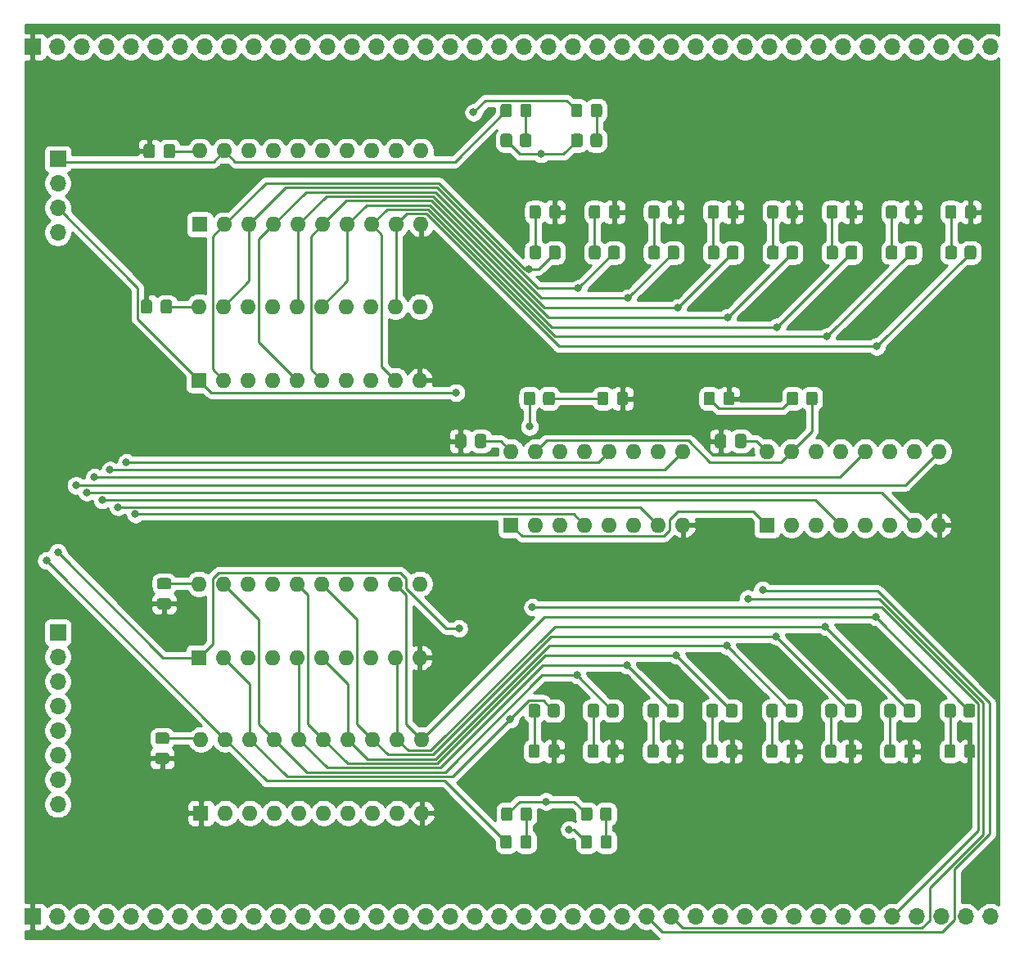
<source format=gtl>
G04 #@! TF.GenerationSoftware,KiCad,Pcbnew,(5.1.9)-1*
G04 #@! TF.CreationDate,2022-07-23T11:33:05-04:00*
G04 #@! TF.ProjectId,xy-register,78792d72-6567-4697-9374-65722e6b6963,2.0*
G04 #@! TF.SameCoordinates,Original*
G04 #@! TF.FileFunction,Copper,L1,Top*
G04 #@! TF.FilePolarity,Positive*
%FSLAX46Y46*%
G04 Gerber Fmt 4.6, Leading zero omitted, Abs format (unit mm)*
G04 Created by KiCad (PCBNEW (5.1.9)-1) date 2022-07-23 11:33:05*
%MOMM*%
%LPD*%
G01*
G04 APERTURE LIST*
G04 #@! TA.AperFunction,ComponentPad*
%ADD10O,1.700000X1.700000*%
G04 #@! TD*
G04 #@! TA.AperFunction,ComponentPad*
%ADD11R,1.700000X1.700000*%
G04 #@! TD*
G04 #@! TA.AperFunction,ComponentPad*
%ADD12O,1.600000X1.600000*%
G04 #@! TD*
G04 #@! TA.AperFunction,ComponentPad*
%ADD13R,1.600000X1.600000*%
G04 #@! TD*
G04 #@! TA.AperFunction,ViaPad*
%ADD14C,0.800000*%
G04 #@! TD*
G04 #@! TA.AperFunction,Conductor*
%ADD15C,0.250000*%
G04 #@! TD*
G04 #@! TA.AperFunction,Conductor*
%ADD16C,0.254000*%
G04 #@! TD*
G04 #@! TA.AperFunction,Conductor*
%ADD17C,0.100000*%
G04 #@! TD*
G04 APERTURE END LIST*
G04 #@! TA.AperFunction,SMDPad,CuDef*
G36*
G01*
X145100000Y-125850001D02*
X145100000Y-124949999D01*
G75*
G02*
X145349999Y-124700000I249999J0D01*
G01*
X146050001Y-124700000D01*
G75*
G02*
X146300000Y-124949999I0J-249999D01*
G01*
X146300000Y-125850001D01*
G75*
G02*
X146050001Y-126100000I-249999J0D01*
G01*
X145349999Y-126100000D01*
G75*
G02*
X145100000Y-125850001I0J249999D01*
G01*
G37*
G04 #@! TD.AperFunction*
G04 #@! TA.AperFunction,SMDPad,CuDef*
G36*
G01*
X143100000Y-125850001D02*
X143100000Y-124949999D01*
G75*
G02*
X143349999Y-124700000I249999J0D01*
G01*
X144050001Y-124700000D01*
G75*
G02*
X144300000Y-124949999I0J-249999D01*
G01*
X144300000Y-125850001D01*
G75*
G02*
X144050001Y-126100000I-249999J0D01*
G01*
X143349999Y-126100000D01*
G75*
G02*
X143100000Y-125850001I0J249999D01*
G01*
G37*
G04 #@! TD.AperFunction*
G04 #@! TA.AperFunction,SMDPad,CuDef*
G36*
G01*
X136850000Y-125850001D02*
X136850000Y-124949999D01*
G75*
G02*
X137099999Y-124700000I249999J0D01*
G01*
X137800001Y-124700000D01*
G75*
G02*
X138050000Y-124949999I0J-249999D01*
G01*
X138050000Y-125850001D01*
G75*
G02*
X137800001Y-126100000I-249999J0D01*
G01*
X137099999Y-126100000D01*
G75*
G02*
X136850000Y-125850001I0J249999D01*
G01*
G37*
G04 #@! TD.AperFunction*
G04 #@! TA.AperFunction,SMDPad,CuDef*
G36*
G01*
X134850000Y-125850001D02*
X134850000Y-124949999D01*
G75*
G02*
X135099999Y-124700000I249999J0D01*
G01*
X135800001Y-124700000D01*
G75*
G02*
X136050000Y-124949999I0J-249999D01*
G01*
X136050000Y-125850001D01*
G75*
G02*
X135800001Y-126100000I-249999J0D01*
G01*
X135099999Y-126100000D01*
G75*
G02*
X134850000Y-125850001I0J249999D01*
G01*
G37*
G04 #@! TD.AperFunction*
G04 #@! TA.AperFunction,SMDPad,CuDef*
G36*
G01*
X145150000Y-128750001D02*
X145150000Y-127849999D01*
G75*
G02*
X145399999Y-127600000I249999J0D01*
G01*
X146050001Y-127600000D01*
G75*
G02*
X146300000Y-127849999I0J-249999D01*
G01*
X146300000Y-128750001D01*
G75*
G02*
X146050001Y-129000000I-249999J0D01*
G01*
X145399999Y-129000000D01*
G75*
G02*
X145150000Y-128750001I0J249999D01*
G01*
G37*
G04 #@! TD.AperFunction*
G04 #@! TA.AperFunction,SMDPad,CuDef*
G36*
G01*
X143100000Y-128750001D02*
X143100000Y-127849999D01*
G75*
G02*
X143349999Y-127600000I249999J0D01*
G01*
X144000001Y-127600000D01*
G75*
G02*
X144250000Y-127849999I0J-249999D01*
G01*
X144250000Y-128750001D01*
G75*
G02*
X144000001Y-129000000I-249999J0D01*
G01*
X143349999Y-129000000D01*
G75*
G02*
X143100000Y-128750001I0J249999D01*
G01*
G37*
G04 #@! TD.AperFunction*
G04 #@! TA.AperFunction,SMDPad,CuDef*
G36*
G01*
X136850000Y-128750001D02*
X136850000Y-127849999D01*
G75*
G02*
X137099999Y-127600000I249999J0D01*
G01*
X137750001Y-127600000D01*
G75*
G02*
X138000000Y-127849999I0J-249999D01*
G01*
X138000000Y-128750001D01*
G75*
G02*
X137750001Y-129000000I-249999J0D01*
G01*
X137099999Y-129000000D01*
G75*
G02*
X136850000Y-128750001I0J249999D01*
G01*
G37*
G04 #@! TD.AperFunction*
G04 #@! TA.AperFunction,SMDPad,CuDef*
G36*
G01*
X134800000Y-128750001D02*
X134800000Y-127849999D01*
G75*
G02*
X135049999Y-127600000I249999J0D01*
G01*
X135700001Y-127600000D01*
G75*
G02*
X135950000Y-127849999I0J-249999D01*
G01*
X135950000Y-128750001D01*
G75*
G02*
X135700001Y-129000000I-249999J0D01*
G01*
X135049999Y-129000000D01*
G75*
G02*
X134800000Y-128750001I0J249999D01*
G01*
G37*
G04 #@! TD.AperFunction*
D10*
X89000000Y-65220000D03*
X89000000Y-62680000D03*
X89000000Y-60140000D03*
D11*
X89000000Y-57600000D03*
D12*
X103600000Y-101580000D03*
X126460000Y-109200000D03*
X106140000Y-101580000D03*
X123920000Y-109200000D03*
X108680000Y-101580000D03*
X121380000Y-109200000D03*
X111220000Y-101580000D03*
X118840000Y-109200000D03*
X113760000Y-101580000D03*
X116300000Y-109200000D03*
X116300000Y-101580000D03*
X113760000Y-109200000D03*
X118840000Y-101580000D03*
X111220000Y-109200000D03*
X121380000Y-101580000D03*
X108680000Y-109200000D03*
X123920000Y-101580000D03*
X106140000Y-109200000D03*
X126460000Y-101580000D03*
D13*
X103600000Y-109200000D03*
G04 #@! TA.AperFunction,SMDPad,CuDef*
G36*
G01*
X143300000Y-55249999D02*
X143300000Y-56150001D01*
G75*
G02*
X143050001Y-56400000I-249999J0D01*
G01*
X142349999Y-56400000D01*
G75*
G02*
X142100000Y-56150001I0J249999D01*
G01*
X142100000Y-55249999D01*
G75*
G02*
X142349999Y-55000000I249999J0D01*
G01*
X143050001Y-55000000D01*
G75*
G02*
X143300000Y-55249999I0J-249999D01*
G01*
G37*
G04 #@! TD.AperFunction*
G04 #@! TA.AperFunction,SMDPad,CuDef*
G36*
G01*
X145300000Y-55249999D02*
X145300000Y-56150001D01*
G75*
G02*
X145050001Y-56400000I-249999J0D01*
G01*
X144349999Y-56400000D01*
G75*
G02*
X144100000Y-56150001I0J249999D01*
G01*
X144100000Y-55249999D01*
G75*
G02*
X144349999Y-55000000I249999J0D01*
G01*
X145050001Y-55000000D01*
G75*
G02*
X145300000Y-55249999I0J-249999D01*
G01*
G37*
G04 #@! TD.AperFunction*
G04 #@! TA.AperFunction,SMDPad,CuDef*
G36*
G01*
X136800000Y-56150001D02*
X136800000Y-55249999D01*
G75*
G02*
X137049999Y-55000000I249999J0D01*
G01*
X137750001Y-55000000D01*
G75*
G02*
X138000000Y-55249999I0J-249999D01*
G01*
X138000000Y-56150001D01*
G75*
G02*
X137750001Y-56400000I-249999J0D01*
G01*
X137049999Y-56400000D01*
G75*
G02*
X136800000Y-56150001I0J249999D01*
G01*
G37*
G04 #@! TD.AperFunction*
G04 #@! TA.AperFunction,SMDPad,CuDef*
G36*
G01*
X134800000Y-56150001D02*
X134800000Y-55249999D01*
G75*
G02*
X135049999Y-55000000I249999J0D01*
G01*
X135750001Y-55000000D01*
G75*
G02*
X136000000Y-55249999I0J-249999D01*
G01*
X136000000Y-56150001D01*
G75*
G02*
X135750001Y-56400000I-249999J0D01*
G01*
X135049999Y-56400000D01*
G75*
G02*
X134800000Y-56150001I0J249999D01*
G01*
G37*
G04 #@! TD.AperFunction*
G04 #@! TA.AperFunction,SMDPad,CuDef*
G36*
G01*
X139700000Y-115150001D02*
X139700000Y-114249999D01*
G75*
G02*
X139949999Y-114000000I249999J0D01*
G01*
X140650001Y-114000000D01*
G75*
G02*
X140900000Y-114249999I0J-249999D01*
G01*
X140900000Y-115150001D01*
G75*
G02*
X140650001Y-115400000I-249999J0D01*
G01*
X139949999Y-115400000D01*
G75*
G02*
X139700000Y-115150001I0J249999D01*
G01*
G37*
G04 #@! TD.AperFunction*
G04 #@! TA.AperFunction,SMDPad,CuDef*
G36*
G01*
X137700000Y-115150001D02*
X137700000Y-114249999D01*
G75*
G02*
X137949999Y-114000000I249999J0D01*
G01*
X138650001Y-114000000D01*
G75*
G02*
X138900000Y-114249999I0J-249999D01*
G01*
X138900000Y-115150001D01*
G75*
G02*
X138650001Y-115400000I-249999J0D01*
G01*
X137949999Y-115400000D01*
G75*
G02*
X137700000Y-115150001I0J249999D01*
G01*
G37*
G04 #@! TD.AperFunction*
G04 #@! TA.AperFunction,SMDPad,CuDef*
G36*
G01*
X145800000Y-115150001D02*
X145800000Y-114249999D01*
G75*
G02*
X146049999Y-114000000I249999J0D01*
G01*
X146750001Y-114000000D01*
G75*
G02*
X147000000Y-114249999I0J-249999D01*
G01*
X147000000Y-115150001D01*
G75*
G02*
X146750001Y-115400000I-249999J0D01*
G01*
X146049999Y-115400000D01*
G75*
G02*
X145800000Y-115150001I0J249999D01*
G01*
G37*
G04 #@! TD.AperFunction*
G04 #@! TA.AperFunction,SMDPad,CuDef*
G36*
G01*
X143800000Y-115150001D02*
X143800000Y-114249999D01*
G75*
G02*
X144049999Y-114000000I249999J0D01*
G01*
X144750001Y-114000000D01*
G75*
G02*
X145000000Y-114249999I0J-249999D01*
G01*
X145000000Y-115150001D01*
G75*
G02*
X144750001Y-115400000I-249999J0D01*
G01*
X144049999Y-115400000D01*
G75*
G02*
X143800000Y-115150001I0J249999D01*
G01*
G37*
G04 #@! TD.AperFunction*
G04 #@! TA.AperFunction,SMDPad,CuDef*
G36*
G01*
X152000000Y-115150001D02*
X152000000Y-114249999D01*
G75*
G02*
X152249999Y-114000000I249999J0D01*
G01*
X152950001Y-114000000D01*
G75*
G02*
X153200000Y-114249999I0J-249999D01*
G01*
X153200000Y-115150001D01*
G75*
G02*
X152950001Y-115400000I-249999J0D01*
G01*
X152249999Y-115400000D01*
G75*
G02*
X152000000Y-115150001I0J249999D01*
G01*
G37*
G04 #@! TD.AperFunction*
G04 #@! TA.AperFunction,SMDPad,CuDef*
G36*
G01*
X150000000Y-115150001D02*
X150000000Y-114249999D01*
G75*
G02*
X150249999Y-114000000I249999J0D01*
G01*
X150950001Y-114000000D01*
G75*
G02*
X151200000Y-114249999I0J-249999D01*
G01*
X151200000Y-115150001D01*
G75*
G02*
X150950001Y-115400000I-249999J0D01*
G01*
X150249999Y-115400000D01*
G75*
G02*
X150000000Y-115150001I0J249999D01*
G01*
G37*
G04 #@! TD.AperFunction*
G04 #@! TA.AperFunction,SMDPad,CuDef*
G36*
G01*
X158100000Y-115150001D02*
X158100000Y-114249999D01*
G75*
G02*
X158349999Y-114000000I249999J0D01*
G01*
X159050001Y-114000000D01*
G75*
G02*
X159300000Y-114249999I0J-249999D01*
G01*
X159300000Y-115150001D01*
G75*
G02*
X159050001Y-115400000I-249999J0D01*
G01*
X158349999Y-115400000D01*
G75*
G02*
X158100000Y-115150001I0J249999D01*
G01*
G37*
G04 #@! TD.AperFunction*
G04 #@! TA.AperFunction,SMDPad,CuDef*
G36*
G01*
X156100000Y-115150001D02*
X156100000Y-114249999D01*
G75*
G02*
X156349999Y-114000000I249999J0D01*
G01*
X157050001Y-114000000D01*
G75*
G02*
X157300000Y-114249999I0J-249999D01*
G01*
X157300000Y-115150001D01*
G75*
G02*
X157050001Y-115400000I-249999J0D01*
G01*
X156349999Y-115400000D01*
G75*
G02*
X156100000Y-115150001I0J249999D01*
G01*
G37*
G04 #@! TD.AperFunction*
G04 #@! TA.AperFunction,SMDPad,CuDef*
G36*
G01*
X164300000Y-115150001D02*
X164300000Y-114249999D01*
G75*
G02*
X164549999Y-114000000I249999J0D01*
G01*
X165250001Y-114000000D01*
G75*
G02*
X165500000Y-114249999I0J-249999D01*
G01*
X165500000Y-115150001D01*
G75*
G02*
X165250001Y-115400000I-249999J0D01*
G01*
X164549999Y-115400000D01*
G75*
G02*
X164300000Y-115150001I0J249999D01*
G01*
G37*
G04 #@! TD.AperFunction*
G04 #@! TA.AperFunction,SMDPad,CuDef*
G36*
G01*
X162300000Y-115150001D02*
X162300000Y-114249999D01*
G75*
G02*
X162549999Y-114000000I249999J0D01*
G01*
X163250001Y-114000000D01*
G75*
G02*
X163500000Y-114249999I0J-249999D01*
G01*
X163500000Y-115150001D01*
G75*
G02*
X163250001Y-115400000I-249999J0D01*
G01*
X162549999Y-115400000D01*
G75*
G02*
X162300000Y-115150001I0J249999D01*
G01*
G37*
G04 #@! TD.AperFunction*
G04 #@! TA.AperFunction,SMDPad,CuDef*
G36*
G01*
X170400000Y-115150001D02*
X170400000Y-114249999D01*
G75*
G02*
X170649999Y-114000000I249999J0D01*
G01*
X171350001Y-114000000D01*
G75*
G02*
X171600000Y-114249999I0J-249999D01*
G01*
X171600000Y-115150001D01*
G75*
G02*
X171350001Y-115400000I-249999J0D01*
G01*
X170649999Y-115400000D01*
G75*
G02*
X170400000Y-115150001I0J249999D01*
G01*
G37*
G04 #@! TD.AperFunction*
G04 #@! TA.AperFunction,SMDPad,CuDef*
G36*
G01*
X168400000Y-115150001D02*
X168400000Y-114249999D01*
G75*
G02*
X168649999Y-114000000I249999J0D01*
G01*
X169350001Y-114000000D01*
G75*
G02*
X169600000Y-114249999I0J-249999D01*
G01*
X169600000Y-115150001D01*
G75*
G02*
X169350001Y-115400000I-249999J0D01*
G01*
X168649999Y-115400000D01*
G75*
G02*
X168400000Y-115150001I0J249999D01*
G01*
G37*
G04 #@! TD.AperFunction*
G04 #@! TA.AperFunction,SMDPad,CuDef*
G36*
G01*
X176500000Y-115150001D02*
X176500000Y-114249999D01*
G75*
G02*
X176749999Y-114000000I249999J0D01*
G01*
X177450001Y-114000000D01*
G75*
G02*
X177700000Y-114249999I0J-249999D01*
G01*
X177700000Y-115150001D01*
G75*
G02*
X177450001Y-115400000I-249999J0D01*
G01*
X176749999Y-115400000D01*
G75*
G02*
X176500000Y-115150001I0J249999D01*
G01*
G37*
G04 #@! TD.AperFunction*
G04 #@! TA.AperFunction,SMDPad,CuDef*
G36*
G01*
X174500000Y-115150001D02*
X174500000Y-114249999D01*
G75*
G02*
X174749999Y-114000000I249999J0D01*
G01*
X175450001Y-114000000D01*
G75*
G02*
X175700000Y-114249999I0J-249999D01*
G01*
X175700000Y-115150001D01*
G75*
G02*
X175450001Y-115400000I-249999J0D01*
G01*
X174749999Y-115400000D01*
G75*
G02*
X174500000Y-115150001I0J249999D01*
G01*
G37*
G04 #@! TD.AperFunction*
G04 #@! TA.AperFunction,SMDPad,CuDef*
G36*
G01*
X182700000Y-115150001D02*
X182700000Y-114249999D01*
G75*
G02*
X182949999Y-114000000I249999J0D01*
G01*
X183650001Y-114000000D01*
G75*
G02*
X183900000Y-114249999I0J-249999D01*
G01*
X183900000Y-115150001D01*
G75*
G02*
X183650001Y-115400000I-249999J0D01*
G01*
X182949999Y-115400000D01*
G75*
G02*
X182700000Y-115150001I0J249999D01*
G01*
G37*
G04 #@! TD.AperFunction*
G04 #@! TA.AperFunction,SMDPad,CuDef*
G36*
G01*
X180700000Y-115150001D02*
X180700000Y-114249999D01*
G75*
G02*
X180949999Y-114000000I249999J0D01*
G01*
X181650001Y-114000000D01*
G75*
G02*
X181900000Y-114249999I0J-249999D01*
G01*
X181900000Y-115150001D01*
G75*
G02*
X181650001Y-115400000I-249999J0D01*
G01*
X180949999Y-115400000D01*
G75*
G02*
X180700000Y-115150001I0J249999D01*
G01*
G37*
G04 #@! TD.AperFunction*
G04 #@! TA.AperFunction,SMDPad,CuDef*
G36*
G01*
X144150000Y-53050001D02*
X144150000Y-52149999D01*
G75*
G02*
X144399999Y-51900000I249999J0D01*
G01*
X145050001Y-51900000D01*
G75*
G02*
X145300000Y-52149999I0J-249999D01*
G01*
X145300000Y-53050001D01*
G75*
G02*
X145050001Y-53300000I-249999J0D01*
G01*
X144399999Y-53300000D01*
G75*
G02*
X144150000Y-53050001I0J249999D01*
G01*
G37*
G04 #@! TD.AperFunction*
G04 #@! TA.AperFunction,SMDPad,CuDef*
G36*
G01*
X142100000Y-53050001D02*
X142100000Y-52149999D01*
G75*
G02*
X142349999Y-51900000I249999J0D01*
G01*
X143000001Y-51900000D01*
G75*
G02*
X143250000Y-52149999I0J-249999D01*
G01*
X143250000Y-53050001D01*
G75*
G02*
X143000001Y-53300000I-249999J0D01*
G01*
X142349999Y-53300000D01*
G75*
G02*
X142100000Y-53050001I0J249999D01*
G01*
G37*
G04 #@! TD.AperFunction*
G04 #@! TA.AperFunction,SMDPad,CuDef*
G36*
G01*
X136850000Y-53050001D02*
X136850000Y-52149999D01*
G75*
G02*
X137099999Y-51900000I249999J0D01*
G01*
X137750001Y-51900000D01*
G75*
G02*
X138000000Y-52149999I0J-249999D01*
G01*
X138000000Y-53050001D01*
G75*
G02*
X137750001Y-53300000I-249999J0D01*
G01*
X137099999Y-53300000D01*
G75*
G02*
X136850000Y-53050001I0J249999D01*
G01*
G37*
G04 #@! TD.AperFunction*
G04 #@! TA.AperFunction,SMDPad,CuDef*
G36*
G01*
X134800000Y-53050001D02*
X134800000Y-52149999D01*
G75*
G02*
X135049999Y-51900000I249999J0D01*
G01*
X135700001Y-51900000D01*
G75*
G02*
X135950000Y-52149999I0J-249999D01*
G01*
X135950000Y-53050001D01*
G75*
G02*
X135700001Y-53300000I-249999J0D01*
G01*
X135049999Y-53300000D01*
G75*
G02*
X134800000Y-53050001I0J249999D01*
G01*
G37*
G04 #@! TD.AperFunction*
G04 #@! TA.AperFunction,SMDPad,CuDef*
G36*
G01*
X138850000Y-118449999D02*
X138850000Y-119350001D01*
G75*
G02*
X138600001Y-119600000I-249999J0D01*
G01*
X137949999Y-119600000D01*
G75*
G02*
X137700000Y-119350001I0J249999D01*
G01*
X137700000Y-118449999D01*
G75*
G02*
X137949999Y-118200000I249999J0D01*
G01*
X138600001Y-118200000D01*
G75*
G02*
X138850000Y-118449999I0J-249999D01*
G01*
G37*
G04 #@! TD.AperFunction*
G04 #@! TA.AperFunction,SMDPad,CuDef*
G36*
G01*
X140900000Y-118449999D02*
X140900000Y-119350001D01*
G75*
G02*
X140650001Y-119600000I-249999J0D01*
G01*
X139999999Y-119600000D01*
G75*
G02*
X139750000Y-119350001I0J249999D01*
G01*
X139750000Y-118449999D01*
G75*
G02*
X139999999Y-118200000I249999J0D01*
G01*
X140650001Y-118200000D01*
G75*
G02*
X140900000Y-118449999I0J-249999D01*
G01*
G37*
G04 #@! TD.AperFunction*
G04 #@! TA.AperFunction,SMDPad,CuDef*
G36*
G01*
X144950000Y-118449999D02*
X144950000Y-119350001D01*
G75*
G02*
X144700001Y-119600000I-249999J0D01*
G01*
X144049999Y-119600000D01*
G75*
G02*
X143800000Y-119350001I0J249999D01*
G01*
X143800000Y-118449999D01*
G75*
G02*
X144049999Y-118200000I249999J0D01*
G01*
X144700001Y-118200000D01*
G75*
G02*
X144950000Y-118449999I0J-249999D01*
G01*
G37*
G04 #@! TD.AperFunction*
G04 #@! TA.AperFunction,SMDPad,CuDef*
G36*
G01*
X147000000Y-118449999D02*
X147000000Y-119350001D01*
G75*
G02*
X146750001Y-119600000I-249999J0D01*
G01*
X146099999Y-119600000D01*
G75*
G02*
X145850000Y-119350001I0J249999D01*
G01*
X145850000Y-118449999D01*
G75*
G02*
X146099999Y-118200000I249999J0D01*
G01*
X146750001Y-118200000D01*
G75*
G02*
X147000000Y-118449999I0J-249999D01*
G01*
G37*
G04 #@! TD.AperFunction*
G04 #@! TA.AperFunction,SMDPad,CuDef*
G36*
G01*
X151150000Y-118449999D02*
X151150000Y-119350001D01*
G75*
G02*
X150900001Y-119600000I-249999J0D01*
G01*
X150249999Y-119600000D01*
G75*
G02*
X150000000Y-119350001I0J249999D01*
G01*
X150000000Y-118449999D01*
G75*
G02*
X150249999Y-118200000I249999J0D01*
G01*
X150900001Y-118200000D01*
G75*
G02*
X151150000Y-118449999I0J-249999D01*
G01*
G37*
G04 #@! TD.AperFunction*
G04 #@! TA.AperFunction,SMDPad,CuDef*
G36*
G01*
X153200000Y-118449999D02*
X153200000Y-119350001D01*
G75*
G02*
X152950001Y-119600000I-249999J0D01*
G01*
X152299999Y-119600000D01*
G75*
G02*
X152050000Y-119350001I0J249999D01*
G01*
X152050000Y-118449999D01*
G75*
G02*
X152299999Y-118200000I249999J0D01*
G01*
X152950001Y-118200000D01*
G75*
G02*
X153200000Y-118449999I0J-249999D01*
G01*
G37*
G04 #@! TD.AperFunction*
G04 #@! TA.AperFunction,SMDPad,CuDef*
G36*
G01*
X157250000Y-118449999D02*
X157250000Y-119350001D01*
G75*
G02*
X157000001Y-119600000I-249999J0D01*
G01*
X156349999Y-119600000D01*
G75*
G02*
X156100000Y-119350001I0J249999D01*
G01*
X156100000Y-118449999D01*
G75*
G02*
X156349999Y-118200000I249999J0D01*
G01*
X157000001Y-118200000D01*
G75*
G02*
X157250000Y-118449999I0J-249999D01*
G01*
G37*
G04 #@! TD.AperFunction*
G04 #@! TA.AperFunction,SMDPad,CuDef*
G36*
G01*
X159300000Y-118449999D02*
X159300000Y-119350001D01*
G75*
G02*
X159050001Y-119600000I-249999J0D01*
G01*
X158399999Y-119600000D01*
G75*
G02*
X158150000Y-119350001I0J249999D01*
G01*
X158150000Y-118449999D01*
G75*
G02*
X158399999Y-118200000I249999J0D01*
G01*
X159050001Y-118200000D01*
G75*
G02*
X159300000Y-118449999I0J-249999D01*
G01*
G37*
G04 #@! TD.AperFunction*
G04 #@! TA.AperFunction,SMDPad,CuDef*
G36*
G01*
X163450000Y-118449999D02*
X163450000Y-119350001D01*
G75*
G02*
X163200001Y-119600000I-249999J0D01*
G01*
X162549999Y-119600000D01*
G75*
G02*
X162300000Y-119350001I0J249999D01*
G01*
X162300000Y-118449999D01*
G75*
G02*
X162549999Y-118200000I249999J0D01*
G01*
X163200001Y-118200000D01*
G75*
G02*
X163450000Y-118449999I0J-249999D01*
G01*
G37*
G04 #@! TD.AperFunction*
G04 #@! TA.AperFunction,SMDPad,CuDef*
G36*
G01*
X165500000Y-118449999D02*
X165500000Y-119350001D01*
G75*
G02*
X165250001Y-119600000I-249999J0D01*
G01*
X164599999Y-119600000D01*
G75*
G02*
X164350000Y-119350001I0J249999D01*
G01*
X164350000Y-118449999D01*
G75*
G02*
X164599999Y-118200000I249999J0D01*
G01*
X165250001Y-118200000D01*
G75*
G02*
X165500000Y-118449999I0J-249999D01*
G01*
G37*
G04 #@! TD.AperFunction*
G04 #@! TA.AperFunction,SMDPad,CuDef*
G36*
G01*
X169550000Y-118449999D02*
X169550000Y-119350001D01*
G75*
G02*
X169300001Y-119600000I-249999J0D01*
G01*
X168649999Y-119600000D01*
G75*
G02*
X168400000Y-119350001I0J249999D01*
G01*
X168400000Y-118449999D01*
G75*
G02*
X168649999Y-118200000I249999J0D01*
G01*
X169300001Y-118200000D01*
G75*
G02*
X169550000Y-118449999I0J-249999D01*
G01*
G37*
G04 #@! TD.AperFunction*
G04 #@! TA.AperFunction,SMDPad,CuDef*
G36*
G01*
X171600000Y-118449999D02*
X171600000Y-119350001D01*
G75*
G02*
X171350001Y-119600000I-249999J0D01*
G01*
X170699999Y-119600000D01*
G75*
G02*
X170450000Y-119350001I0J249999D01*
G01*
X170450000Y-118449999D01*
G75*
G02*
X170699999Y-118200000I249999J0D01*
G01*
X171350001Y-118200000D01*
G75*
G02*
X171600000Y-118449999I0J-249999D01*
G01*
G37*
G04 #@! TD.AperFunction*
G04 #@! TA.AperFunction,SMDPad,CuDef*
G36*
G01*
X175650000Y-118449999D02*
X175650000Y-119350001D01*
G75*
G02*
X175400001Y-119600000I-249999J0D01*
G01*
X174749999Y-119600000D01*
G75*
G02*
X174500000Y-119350001I0J249999D01*
G01*
X174500000Y-118449999D01*
G75*
G02*
X174749999Y-118200000I249999J0D01*
G01*
X175400001Y-118200000D01*
G75*
G02*
X175650000Y-118449999I0J-249999D01*
G01*
G37*
G04 #@! TD.AperFunction*
G04 #@! TA.AperFunction,SMDPad,CuDef*
G36*
G01*
X177700000Y-118449999D02*
X177700000Y-119350001D01*
G75*
G02*
X177450001Y-119600000I-249999J0D01*
G01*
X176799999Y-119600000D01*
G75*
G02*
X176550000Y-119350001I0J249999D01*
G01*
X176550000Y-118449999D01*
G75*
G02*
X176799999Y-118200000I249999J0D01*
G01*
X177450001Y-118200000D01*
G75*
G02*
X177700000Y-118449999I0J-249999D01*
G01*
G37*
G04 #@! TD.AperFunction*
G04 #@! TA.AperFunction,SMDPad,CuDef*
G36*
G01*
X181850000Y-118449999D02*
X181850000Y-119350001D01*
G75*
G02*
X181600001Y-119600000I-249999J0D01*
G01*
X180949999Y-119600000D01*
G75*
G02*
X180700000Y-119350001I0J249999D01*
G01*
X180700000Y-118449999D01*
G75*
G02*
X180949999Y-118200000I249999J0D01*
G01*
X181600001Y-118200000D01*
G75*
G02*
X181850000Y-118449999I0J-249999D01*
G01*
G37*
G04 #@! TD.AperFunction*
G04 #@! TA.AperFunction,SMDPad,CuDef*
G36*
G01*
X183900000Y-118449999D02*
X183900000Y-119350001D01*
G75*
G02*
X183650001Y-119600000I-249999J0D01*
G01*
X182999999Y-119600000D01*
G75*
G02*
X182750000Y-119350001I0J249999D01*
G01*
X182750000Y-118449999D01*
G75*
G02*
X182999999Y-118200000I249999J0D01*
G01*
X183650001Y-118200000D01*
G75*
G02*
X183900000Y-118449999I0J-249999D01*
G01*
G37*
G04 #@! TD.AperFunction*
D12*
X162360000Y-87880000D03*
X180140000Y-95500000D03*
X164900000Y-87880000D03*
X177600000Y-95500000D03*
X167440000Y-87880000D03*
X175060000Y-95500000D03*
X169980000Y-87880000D03*
X172520000Y-95500000D03*
X172520000Y-87880000D03*
X169980000Y-95500000D03*
X175060000Y-87880000D03*
X167440000Y-95500000D03*
X177600000Y-87880000D03*
X164900000Y-95500000D03*
X180140000Y-87880000D03*
D13*
X162360000Y-95500000D03*
D12*
X135900000Y-87880000D03*
X153680000Y-95500000D03*
X138440000Y-87880000D03*
X151140000Y-95500000D03*
X140980000Y-87880000D03*
X148600000Y-95500000D03*
X143520000Y-87880000D03*
X146060000Y-95500000D03*
X146060000Y-87880000D03*
X143520000Y-95500000D03*
X148600000Y-87880000D03*
X140980000Y-95500000D03*
X151140000Y-87880000D03*
X138440000Y-95500000D03*
X153680000Y-87880000D03*
D13*
X135900000Y-95500000D03*
G04 #@! TA.AperFunction,SMDPad,CuDef*
G36*
G01*
X138400000Y-81949999D02*
X138400000Y-82850001D01*
G75*
G02*
X138150001Y-83100000I-249999J0D01*
G01*
X137449999Y-83100000D01*
G75*
G02*
X137200000Y-82850001I0J249999D01*
G01*
X137200000Y-81949999D01*
G75*
G02*
X137449999Y-81700000I249999J0D01*
G01*
X138150001Y-81700000D01*
G75*
G02*
X138400000Y-81949999I0J-249999D01*
G01*
G37*
G04 #@! TD.AperFunction*
G04 #@! TA.AperFunction,SMDPad,CuDef*
G36*
G01*
X140400000Y-81949999D02*
X140400000Y-82850001D01*
G75*
G02*
X140150001Y-83100000I-249999J0D01*
G01*
X139449999Y-83100000D01*
G75*
G02*
X139200000Y-82850001I0J249999D01*
G01*
X139200000Y-81949999D01*
G75*
G02*
X139449999Y-81700000I249999J0D01*
G01*
X140150001Y-81700000D01*
G75*
G02*
X140400000Y-81949999I0J-249999D01*
G01*
G37*
G04 #@! TD.AperFunction*
D10*
X89000000Y-124380000D03*
X89000000Y-121840000D03*
X89000000Y-119300000D03*
X89000000Y-116760000D03*
X89000000Y-114220000D03*
X89000000Y-111680000D03*
X89000000Y-109140000D03*
D11*
X89000000Y-106600000D03*
G04 #@! TA.AperFunction,SMDPad,CuDef*
G36*
G01*
X145950000Y-81949999D02*
X145950000Y-82850001D01*
G75*
G02*
X145700001Y-83100000I-249999J0D01*
G01*
X145049999Y-83100000D01*
G75*
G02*
X144800000Y-82850001I0J249999D01*
G01*
X144800000Y-81949999D01*
G75*
G02*
X145049999Y-81700000I249999J0D01*
G01*
X145700001Y-81700000D01*
G75*
G02*
X145950000Y-81949999I0J-249999D01*
G01*
G37*
G04 #@! TD.AperFunction*
G04 #@! TA.AperFunction,SMDPad,CuDef*
G36*
G01*
X148000000Y-81949999D02*
X148000000Y-82850001D01*
G75*
G02*
X147750001Y-83100000I-249999J0D01*
G01*
X147099999Y-83100000D01*
G75*
G02*
X146850000Y-82850001I0J249999D01*
G01*
X146850000Y-81949999D01*
G75*
G02*
X147099999Y-81700000I249999J0D01*
G01*
X147750001Y-81700000D01*
G75*
G02*
X148000000Y-81949999I0J-249999D01*
G01*
G37*
G04 #@! TD.AperFunction*
G04 #@! TA.AperFunction,SMDPad,CuDef*
G36*
G01*
X166400000Y-82850001D02*
X166400000Y-81949999D01*
G75*
G02*
X166649999Y-81700000I249999J0D01*
G01*
X167350001Y-81700000D01*
G75*
G02*
X167600000Y-81949999I0J-249999D01*
G01*
X167600000Y-82850001D01*
G75*
G02*
X167350001Y-83100000I-249999J0D01*
G01*
X166649999Y-83100000D01*
G75*
G02*
X166400000Y-82850001I0J249999D01*
G01*
G37*
G04 #@! TD.AperFunction*
G04 #@! TA.AperFunction,SMDPad,CuDef*
G36*
G01*
X164400000Y-82850001D02*
X164400000Y-81949999D01*
G75*
G02*
X164649999Y-81700000I249999J0D01*
G01*
X165350001Y-81700000D01*
G75*
G02*
X165600000Y-81949999I0J-249999D01*
G01*
X165600000Y-82850001D01*
G75*
G02*
X165350001Y-83100000I-249999J0D01*
G01*
X164649999Y-83100000D01*
G75*
G02*
X164400000Y-82850001I0J249999D01*
G01*
G37*
G04 #@! TD.AperFunction*
G04 #@! TA.AperFunction,SMDPad,CuDef*
G36*
G01*
X156950000Y-81949999D02*
X156950000Y-82850001D01*
G75*
G02*
X156700001Y-83100000I-249999J0D01*
G01*
X156049999Y-83100000D01*
G75*
G02*
X155800000Y-82850001I0J249999D01*
G01*
X155800000Y-81949999D01*
G75*
G02*
X156049999Y-81700000I249999J0D01*
G01*
X156700001Y-81700000D01*
G75*
G02*
X156950000Y-81949999I0J-249999D01*
G01*
G37*
G04 #@! TD.AperFunction*
G04 #@! TA.AperFunction,SMDPad,CuDef*
G36*
G01*
X159000000Y-81949999D02*
X159000000Y-82850001D01*
G75*
G02*
X158750001Y-83100000I-249999J0D01*
G01*
X158099999Y-83100000D01*
G75*
G02*
X157850000Y-82850001I0J249999D01*
G01*
X157850000Y-81949999D01*
G75*
G02*
X158099999Y-81700000I249999J0D01*
G01*
X158750001Y-81700000D01*
G75*
G02*
X159000000Y-81949999I0J-249999D01*
G01*
G37*
G04 #@! TD.AperFunction*
G04 #@! TA.AperFunction,SMDPad,CuDef*
G36*
G01*
X100275000Y-118150000D02*
X99325000Y-118150000D01*
G75*
G02*
X99075000Y-117900000I0J250000D01*
G01*
X99075000Y-117225000D01*
G75*
G02*
X99325000Y-116975000I250000J0D01*
G01*
X100275000Y-116975000D01*
G75*
G02*
X100525000Y-117225000I0J-250000D01*
G01*
X100525000Y-117900000D01*
G75*
G02*
X100275000Y-118150000I-250000J0D01*
G01*
G37*
G04 #@! TD.AperFunction*
G04 #@! TA.AperFunction,SMDPad,CuDef*
G36*
G01*
X100275000Y-120225000D02*
X99325000Y-120225000D01*
G75*
G02*
X99075000Y-119975000I0J250000D01*
G01*
X99075000Y-119300000D01*
G75*
G02*
X99325000Y-119050000I250000J0D01*
G01*
X100275000Y-119050000D01*
G75*
G02*
X100525000Y-119300000I0J-250000D01*
G01*
X100525000Y-119975000D01*
G75*
G02*
X100275000Y-120225000I-250000J0D01*
G01*
G37*
G04 #@! TD.AperFunction*
G04 #@! TA.AperFunction,SMDPad,CuDef*
G36*
G01*
X100475000Y-102150000D02*
X99525000Y-102150000D01*
G75*
G02*
X99275000Y-101900000I0J250000D01*
G01*
X99275000Y-101225000D01*
G75*
G02*
X99525000Y-100975000I250000J0D01*
G01*
X100475000Y-100975000D01*
G75*
G02*
X100725000Y-101225000I0J-250000D01*
G01*
X100725000Y-101900000D01*
G75*
G02*
X100475000Y-102150000I-250000J0D01*
G01*
G37*
G04 #@! TD.AperFunction*
G04 #@! TA.AperFunction,SMDPad,CuDef*
G36*
G01*
X100475000Y-104225000D02*
X99525000Y-104225000D01*
G75*
G02*
X99275000Y-103975000I0J250000D01*
G01*
X99275000Y-103300000D01*
G75*
G02*
X99525000Y-103050000I250000J0D01*
G01*
X100475000Y-103050000D01*
G75*
G02*
X100725000Y-103300000I0J-250000D01*
G01*
X100725000Y-103975000D01*
G75*
G02*
X100475000Y-104225000I-250000J0D01*
G01*
G37*
G04 #@! TD.AperFunction*
G04 #@! TA.AperFunction,SMDPad,CuDef*
G36*
G01*
X99950000Y-57275000D02*
X99950000Y-56325000D01*
G75*
G02*
X100200000Y-56075000I250000J0D01*
G01*
X100875000Y-56075000D01*
G75*
G02*
X101125000Y-56325000I0J-250000D01*
G01*
X101125000Y-57275000D01*
G75*
G02*
X100875000Y-57525000I-250000J0D01*
G01*
X100200000Y-57525000D01*
G75*
G02*
X99950000Y-57275000I0J250000D01*
G01*
G37*
G04 #@! TD.AperFunction*
G04 #@! TA.AperFunction,SMDPad,CuDef*
G36*
G01*
X97875000Y-57275000D02*
X97875000Y-56325000D01*
G75*
G02*
X98125000Y-56075000I250000J0D01*
G01*
X98800000Y-56075000D01*
G75*
G02*
X99050000Y-56325000I0J-250000D01*
G01*
X99050000Y-57275000D01*
G75*
G02*
X98800000Y-57525000I-250000J0D01*
G01*
X98125000Y-57525000D01*
G75*
G02*
X97875000Y-57275000I0J250000D01*
G01*
G37*
G04 #@! TD.AperFunction*
G04 #@! TA.AperFunction,SMDPad,CuDef*
G36*
G01*
X99650000Y-73375000D02*
X99650000Y-72425000D01*
G75*
G02*
X99900000Y-72175000I250000J0D01*
G01*
X100575000Y-72175000D01*
G75*
G02*
X100825000Y-72425000I0J-250000D01*
G01*
X100825000Y-73375000D01*
G75*
G02*
X100575000Y-73625000I-250000J0D01*
G01*
X99900000Y-73625000D01*
G75*
G02*
X99650000Y-73375000I0J250000D01*
G01*
G37*
G04 #@! TD.AperFunction*
G04 #@! TA.AperFunction,SMDPad,CuDef*
G36*
G01*
X97575000Y-73375000D02*
X97575000Y-72425000D01*
G75*
G02*
X97825000Y-72175000I250000J0D01*
G01*
X98500000Y-72175000D01*
G75*
G02*
X98750000Y-72425000I0J-250000D01*
G01*
X98750000Y-73375000D01*
G75*
G02*
X98500000Y-73625000I-250000J0D01*
G01*
X97825000Y-73625000D01*
G75*
G02*
X97575000Y-73375000I0J250000D01*
G01*
G37*
G04 #@! TD.AperFunction*
G04 #@! TA.AperFunction,SMDPad,CuDef*
G36*
G01*
X159050000Y-87275000D02*
X159050000Y-86325000D01*
G75*
G02*
X159300000Y-86075000I250000J0D01*
G01*
X159975000Y-86075000D01*
G75*
G02*
X160225000Y-86325000I0J-250000D01*
G01*
X160225000Y-87275000D01*
G75*
G02*
X159975000Y-87525000I-250000J0D01*
G01*
X159300000Y-87525000D01*
G75*
G02*
X159050000Y-87275000I0J250000D01*
G01*
G37*
G04 #@! TD.AperFunction*
G04 #@! TA.AperFunction,SMDPad,CuDef*
G36*
G01*
X156975000Y-87275000D02*
X156975000Y-86325000D01*
G75*
G02*
X157225000Y-86075000I250000J0D01*
G01*
X157900000Y-86075000D01*
G75*
G02*
X158150000Y-86325000I0J-250000D01*
G01*
X158150000Y-87275000D01*
G75*
G02*
X157900000Y-87525000I-250000J0D01*
G01*
X157225000Y-87525000D01*
G75*
G02*
X156975000Y-87275000I0J250000D01*
G01*
G37*
G04 #@! TD.AperFunction*
G04 #@! TA.AperFunction,SMDPad,CuDef*
G36*
G01*
X132150000Y-87275000D02*
X132150000Y-86325000D01*
G75*
G02*
X132400000Y-86075000I250000J0D01*
G01*
X133075000Y-86075000D01*
G75*
G02*
X133325000Y-86325000I0J-250000D01*
G01*
X133325000Y-87275000D01*
G75*
G02*
X133075000Y-87525000I-250000J0D01*
G01*
X132400000Y-87525000D01*
G75*
G02*
X132150000Y-87275000I0J250000D01*
G01*
G37*
G04 #@! TD.AperFunction*
G04 #@! TA.AperFunction,SMDPad,CuDef*
G36*
G01*
X130075000Y-87275000D02*
X130075000Y-86325000D01*
G75*
G02*
X130325000Y-86075000I250000J0D01*
G01*
X131000000Y-86075000D01*
G75*
G02*
X131250000Y-86325000I0J-250000D01*
G01*
X131250000Y-87275000D01*
G75*
G02*
X131000000Y-87525000I-250000J0D01*
G01*
X130325000Y-87525000D01*
G75*
G02*
X130075000Y-87275000I0J250000D01*
G01*
G37*
G04 #@! TD.AperFunction*
D12*
X103700000Y-56780000D03*
X126560000Y-64400000D03*
X106240000Y-56780000D03*
X124020000Y-64400000D03*
X108780000Y-56780000D03*
X121480000Y-64400000D03*
X111320000Y-56780000D03*
X118940000Y-64400000D03*
X113860000Y-56780000D03*
X116400000Y-64400000D03*
X116400000Y-56780000D03*
X113860000Y-64400000D03*
X118940000Y-56780000D03*
X111320000Y-64400000D03*
X121480000Y-56780000D03*
X108780000Y-64400000D03*
X124020000Y-56780000D03*
X106240000Y-64400000D03*
X126560000Y-56780000D03*
D13*
X103700000Y-64400000D03*
D12*
X103600000Y-72880000D03*
X126460000Y-80500000D03*
X106140000Y-72880000D03*
X123920000Y-80500000D03*
X108680000Y-72880000D03*
X121380000Y-80500000D03*
X111220000Y-72880000D03*
X118840000Y-80500000D03*
X113760000Y-72880000D03*
X116300000Y-80500000D03*
X116300000Y-72880000D03*
X113760000Y-80500000D03*
X118840000Y-72880000D03*
X111220000Y-80500000D03*
X121380000Y-72880000D03*
X108680000Y-80500000D03*
X123920000Y-72880000D03*
X106140000Y-80500000D03*
X126460000Y-72880000D03*
D13*
X103600000Y-80500000D03*
D12*
X103800000Y-117680000D03*
X126660000Y-125300000D03*
X106340000Y-117680000D03*
X124120000Y-125300000D03*
X108880000Y-117680000D03*
X121580000Y-125300000D03*
X111420000Y-117680000D03*
X119040000Y-125300000D03*
X113960000Y-117680000D03*
X116500000Y-125300000D03*
X116500000Y-117680000D03*
X113960000Y-125300000D03*
X119040000Y-117680000D03*
X111420000Y-125300000D03*
X121580000Y-117680000D03*
X108880000Y-125300000D03*
X124120000Y-117680000D03*
X106340000Y-125300000D03*
X126660000Y-117680000D03*
D13*
X103800000Y-125300000D03*
G04 #@! TA.AperFunction,SMDPad,CuDef*
G36*
G01*
X139800000Y-67750001D02*
X139800000Y-66849999D01*
G75*
G02*
X140049999Y-66600000I249999J0D01*
G01*
X140750001Y-66600000D01*
G75*
G02*
X141000000Y-66849999I0J-249999D01*
G01*
X141000000Y-67750001D01*
G75*
G02*
X140750001Y-68000000I-249999J0D01*
G01*
X140049999Y-68000000D01*
G75*
G02*
X139800000Y-67750001I0J249999D01*
G01*
G37*
G04 #@! TD.AperFunction*
G04 #@! TA.AperFunction,SMDPad,CuDef*
G36*
G01*
X137800000Y-67750001D02*
X137800000Y-66849999D01*
G75*
G02*
X138049999Y-66600000I249999J0D01*
G01*
X138750001Y-66600000D01*
G75*
G02*
X139000000Y-66849999I0J-249999D01*
G01*
X139000000Y-67750001D01*
G75*
G02*
X138750001Y-68000000I-249999J0D01*
G01*
X138049999Y-68000000D01*
G75*
G02*
X137800000Y-67750001I0J249999D01*
G01*
G37*
G04 #@! TD.AperFunction*
G04 #@! TA.AperFunction,SMDPad,CuDef*
G36*
G01*
X145942857Y-67750001D02*
X145942857Y-66849999D01*
G75*
G02*
X146192856Y-66600000I249999J0D01*
G01*
X146892858Y-66600000D01*
G75*
G02*
X147142857Y-66849999I0J-249999D01*
G01*
X147142857Y-67750001D01*
G75*
G02*
X146892858Y-68000000I-249999J0D01*
G01*
X146192856Y-68000000D01*
G75*
G02*
X145942857Y-67750001I0J249999D01*
G01*
G37*
G04 #@! TD.AperFunction*
G04 #@! TA.AperFunction,SMDPad,CuDef*
G36*
G01*
X143942857Y-67750001D02*
X143942857Y-66849999D01*
G75*
G02*
X144192856Y-66600000I249999J0D01*
G01*
X144892858Y-66600000D01*
G75*
G02*
X145142857Y-66849999I0J-249999D01*
G01*
X145142857Y-67750001D01*
G75*
G02*
X144892858Y-68000000I-249999J0D01*
G01*
X144192856Y-68000000D01*
G75*
G02*
X143942857Y-67750001I0J249999D01*
G01*
G37*
G04 #@! TD.AperFunction*
G04 #@! TA.AperFunction,SMDPad,CuDef*
G36*
G01*
X152085714Y-67750001D02*
X152085714Y-66849999D01*
G75*
G02*
X152335713Y-66600000I249999J0D01*
G01*
X153035715Y-66600000D01*
G75*
G02*
X153285714Y-66849999I0J-249999D01*
G01*
X153285714Y-67750001D01*
G75*
G02*
X153035715Y-68000000I-249999J0D01*
G01*
X152335713Y-68000000D01*
G75*
G02*
X152085714Y-67750001I0J249999D01*
G01*
G37*
G04 #@! TD.AperFunction*
G04 #@! TA.AperFunction,SMDPad,CuDef*
G36*
G01*
X150085714Y-67750001D02*
X150085714Y-66849999D01*
G75*
G02*
X150335713Y-66600000I249999J0D01*
G01*
X151035715Y-66600000D01*
G75*
G02*
X151285714Y-66849999I0J-249999D01*
G01*
X151285714Y-67750001D01*
G75*
G02*
X151035715Y-68000000I-249999J0D01*
G01*
X150335713Y-68000000D01*
G75*
G02*
X150085714Y-67750001I0J249999D01*
G01*
G37*
G04 #@! TD.AperFunction*
G04 #@! TA.AperFunction,SMDPad,CuDef*
G36*
G01*
X158228571Y-67750001D02*
X158228571Y-66849999D01*
G75*
G02*
X158478570Y-66600000I249999J0D01*
G01*
X159178572Y-66600000D01*
G75*
G02*
X159428571Y-66849999I0J-249999D01*
G01*
X159428571Y-67750001D01*
G75*
G02*
X159178572Y-68000000I-249999J0D01*
G01*
X158478570Y-68000000D01*
G75*
G02*
X158228571Y-67750001I0J249999D01*
G01*
G37*
G04 #@! TD.AperFunction*
G04 #@! TA.AperFunction,SMDPad,CuDef*
G36*
G01*
X156228571Y-67750001D02*
X156228571Y-66849999D01*
G75*
G02*
X156478570Y-66600000I249999J0D01*
G01*
X157178572Y-66600000D01*
G75*
G02*
X157428571Y-66849999I0J-249999D01*
G01*
X157428571Y-67750001D01*
G75*
G02*
X157178572Y-68000000I-249999J0D01*
G01*
X156478570Y-68000000D01*
G75*
G02*
X156228571Y-67750001I0J249999D01*
G01*
G37*
G04 #@! TD.AperFunction*
G04 #@! TA.AperFunction,SMDPad,CuDef*
G36*
G01*
X164371428Y-67750001D02*
X164371428Y-66849999D01*
G75*
G02*
X164621427Y-66600000I249999J0D01*
G01*
X165321429Y-66600000D01*
G75*
G02*
X165571428Y-66849999I0J-249999D01*
G01*
X165571428Y-67750001D01*
G75*
G02*
X165321429Y-68000000I-249999J0D01*
G01*
X164621427Y-68000000D01*
G75*
G02*
X164371428Y-67750001I0J249999D01*
G01*
G37*
G04 #@! TD.AperFunction*
G04 #@! TA.AperFunction,SMDPad,CuDef*
G36*
G01*
X162371428Y-67750001D02*
X162371428Y-66849999D01*
G75*
G02*
X162621427Y-66600000I249999J0D01*
G01*
X163321429Y-66600000D01*
G75*
G02*
X163571428Y-66849999I0J-249999D01*
G01*
X163571428Y-67750001D01*
G75*
G02*
X163321429Y-68000000I-249999J0D01*
G01*
X162621427Y-68000000D01*
G75*
G02*
X162371428Y-67750001I0J249999D01*
G01*
G37*
G04 #@! TD.AperFunction*
G04 #@! TA.AperFunction,SMDPad,CuDef*
G36*
G01*
X170514285Y-67750001D02*
X170514285Y-66849999D01*
G75*
G02*
X170764284Y-66600000I249999J0D01*
G01*
X171464286Y-66600000D01*
G75*
G02*
X171714285Y-66849999I0J-249999D01*
G01*
X171714285Y-67750001D01*
G75*
G02*
X171464286Y-68000000I-249999J0D01*
G01*
X170764284Y-68000000D01*
G75*
G02*
X170514285Y-67750001I0J249999D01*
G01*
G37*
G04 #@! TD.AperFunction*
G04 #@! TA.AperFunction,SMDPad,CuDef*
G36*
G01*
X168514285Y-67750001D02*
X168514285Y-66849999D01*
G75*
G02*
X168764284Y-66600000I249999J0D01*
G01*
X169464286Y-66600000D01*
G75*
G02*
X169714285Y-66849999I0J-249999D01*
G01*
X169714285Y-67750001D01*
G75*
G02*
X169464286Y-68000000I-249999J0D01*
G01*
X168764284Y-68000000D01*
G75*
G02*
X168514285Y-67750001I0J249999D01*
G01*
G37*
G04 #@! TD.AperFunction*
G04 #@! TA.AperFunction,SMDPad,CuDef*
G36*
G01*
X176657142Y-67750001D02*
X176657142Y-66849999D01*
G75*
G02*
X176907141Y-66600000I249999J0D01*
G01*
X177607143Y-66600000D01*
G75*
G02*
X177857142Y-66849999I0J-249999D01*
G01*
X177857142Y-67750001D01*
G75*
G02*
X177607143Y-68000000I-249999J0D01*
G01*
X176907141Y-68000000D01*
G75*
G02*
X176657142Y-67750001I0J249999D01*
G01*
G37*
G04 #@! TD.AperFunction*
G04 #@! TA.AperFunction,SMDPad,CuDef*
G36*
G01*
X174657142Y-67750001D02*
X174657142Y-66849999D01*
G75*
G02*
X174907141Y-66600000I249999J0D01*
G01*
X175607143Y-66600000D01*
G75*
G02*
X175857142Y-66849999I0J-249999D01*
G01*
X175857142Y-67750001D01*
G75*
G02*
X175607143Y-68000000I-249999J0D01*
G01*
X174907141Y-68000000D01*
G75*
G02*
X174657142Y-67750001I0J249999D01*
G01*
G37*
G04 #@! TD.AperFunction*
G04 #@! TA.AperFunction,SMDPad,CuDef*
G36*
G01*
X182800000Y-67750001D02*
X182800000Y-66849999D01*
G75*
G02*
X183049999Y-66600000I249999J0D01*
G01*
X183750001Y-66600000D01*
G75*
G02*
X184000000Y-66849999I0J-249999D01*
G01*
X184000000Y-67750001D01*
G75*
G02*
X183750001Y-68000000I-249999J0D01*
G01*
X183049999Y-68000000D01*
G75*
G02*
X182800000Y-67750001I0J249999D01*
G01*
G37*
G04 #@! TD.AperFunction*
G04 #@! TA.AperFunction,SMDPad,CuDef*
G36*
G01*
X180800000Y-67750001D02*
X180800000Y-66849999D01*
G75*
G02*
X181049999Y-66600000I249999J0D01*
G01*
X181750001Y-66600000D01*
G75*
G02*
X182000000Y-66849999I0J-249999D01*
G01*
X182000000Y-67750001D01*
G75*
G02*
X181750001Y-68000000I-249999J0D01*
G01*
X181049999Y-68000000D01*
G75*
G02*
X180800000Y-67750001I0J249999D01*
G01*
G37*
G04 #@! TD.AperFunction*
G04 #@! TA.AperFunction,SMDPad,CuDef*
G36*
G01*
X138950000Y-62649999D02*
X138950000Y-63550001D01*
G75*
G02*
X138700001Y-63800000I-249999J0D01*
G01*
X138049999Y-63800000D01*
G75*
G02*
X137800000Y-63550001I0J249999D01*
G01*
X137800000Y-62649999D01*
G75*
G02*
X138049999Y-62400000I249999J0D01*
G01*
X138700001Y-62400000D01*
G75*
G02*
X138950000Y-62649999I0J-249999D01*
G01*
G37*
G04 #@! TD.AperFunction*
G04 #@! TA.AperFunction,SMDPad,CuDef*
G36*
G01*
X141000000Y-62649999D02*
X141000000Y-63550001D01*
G75*
G02*
X140750001Y-63800000I-249999J0D01*
G01*
X140099999Y-63800000D01*
G75*
G02*
X139850000Y-63550001I0J249999D01*
G01*
X139850000Y-62649999D01*
G75*
G02*
X140099999Y-62400000I249999J0D01*
G01*
X140750001Y-62400000D01*
G75*
G02*
X141000000Y-62649999I0J-249999D01*
G01*
G37*
G04 #@! TD.AperFunction*
G04 #@! TA.AperFunction,SMDPad,CuDef*
G36*
G01*
X145092857Y-62649999D02*
X145092857Y-63550001D01*
G75*
G02*
X144842858Y-63800000I-249999J0D01*
G01*
X144192856Y-63800000D01*
G75*
G02*
X143942857Y-63550001I0J249999D01*
G01*
X143942857Y-62649999D01*
G75*
G02*
X144192856Y-62400000I249999J0D01*
G01*
X144842858Y-62400000D01*
G75*
G02*
X145092857Y-62649999I0J-249999D01*
G01*
G37*
G04 #@! TD.AperFunction*
G04 #@! TA.AperFunction,SMDPad,CuDef*
G36*
G01*
X147142857Y-62649999D02*
X147142857Y-63550001D01*
G75*
G02*
X146892858Y-63800000I-249999J0D01*
G01*
X146242856Y-63800000D01*
G75*
G02*
X145992857Y-63550001I0J249999D01*
G01*
X145992857Y-62649999D01*
G75*
G02*
X146242856Y-62400000I249999J0D01*
G01*
X146892858Y-62400000D01*
G75*
G02*
X147142857Y-62649999I0J-249999D01*
G01*
G37*
G04 #@! TD.AperFunction*
G04 #@! TA.AperFunction,SMDPad,CuDef*
G36*
G01*
X151235714Y-62649999D02*
X151235714Y-63550001D01*
G75*
G02*
X150985715Y-63800000I-249999J0D01*
G01*
X150335713Y-63800000D01*
G75*
G02*
X150085714Y-63550001I0J249999D01*
G01*
X150085714Y-62649999D01*
G75*
G02*
X150335713Y-62400000I249999J0D01*
G01*
X150985715Y-62400000D01*
G75*
G02*
X151235714Y-62649999I0J-249999D01*
G01*
G37*
G04 #@! TD.AperFunction*
G04 #@! TA.AperFunction,SMDPad,CuDef*
G36*
G01*
X153285714Y-62649999D02*
X153285714Y-63550001D01*
G75*
G02*
X153035715Y-63800000I-249999J0D01*
G01*
X152385713Y-63800000D01*
G75*
G02*
X152135714Y-63550001I0J249999D01*
G01*
X152135714Y-62649999D01*
G75*
G02*
X152385713Y-62400000I249999J0D01*
G01*
X153035715Y-62400000D01*
G75*
G02*
X153285714Y-62649999I0J-249999D01*
G01*
G37*
G04 #@! TD.AperFunction*
G04 #@! TA.AperFunction,SMDPad,CuDef*
G36*
G01*
X157378571Y-62649999D02*
X157378571Y-63550001D01*
G75*
G02*
X157128572Y-63800000I-249999J0D01*
G01*
X156478570Y-63800000D01*
G75*
G02*
X156228571Y-63550001I0J249999D01*
G01*
X156228571Y-62649999D01*
G75*
G02*
X156478570Y-62400000I249999J0D01*
G01*
X157128572Y-62400000D01*
G75*
G02*
X157378571Y-62649999I0J-249999D01*
G01*
G37*
G04 #@! TD.AperFunction*
G04 #@! TA.AperFunction,SMDPad,CuDef*
G36*
G01*
X159428571Y-62649999D02*
X159428571Y-63550001D01*
G75*
G02*
X159178572Y-63800000I-249999J0D01*
G01*
X158528570Y-63800000D01*
G75*
G02*
X158278571Y-63550001I0J249999D01*
G01*
X158278571Y-62649999D01*
G75*
G02*
X158528570Y-62400000I249999J0D01*
G01*
X159178572Y-62400000D01*
G75*
G02*
X159428571Y-62649999I0J-249999D01*
G01*
G37*
G04 #@! TD.AperFunction*
G04 #@! TA.AperFunction,SMDPad,CuDef*
G36*
G01*
X163521428Y-62649999D02*
X163521428Y-63550001D01*
G75*
G02*
X163271429Y-63800000I-249999J0D01*
G01*
X162621427Y-63800000D01*
G75*
G02*
X162371428Y-63550001I0J249999D01*
G01*
X162371428Y-62649999D01*
G75*
G02*
X162621427Y-62400000I249999J0D01*
G01*
X163271429Y-62400000D01*
G75*
G02*
X163521428Y-62649999I0J-249999D01*
G01*
G37*
G04 #@! TD.AperFunction*
G04 #@! TA.AperFunction,SMDPad,CuDef*
G36*
G01*
X165571428Y-62649999D02*
X165571428Y-63550001D01*
G75*
G02*
X165321429Y-63800000I-249999J0D01*
G01*
X164671427Y-63800000D01*
G75*
G02*
X164421428Y-63550001I0J249999D01*
G01*
X164421428Y-62649999D01*
G75*
G02*
X164671427Y-62400000I249999J0D01*
G01*
X165321429Y-62400000D01*
G75*
G02*
X165571428Y-62649999I0J-249999D01*
G01*
G37*
G04 #@! TD.AperFunction*
G04 #@! TA.AperFunction,SMDPad,CuDef*
G36*
G01*
X169664285Y-62649999D02*
X169664285Y-63550001D01*
G75*
G02*
X169414286Y-63800000I-249999J0D01*
G01*
X168764284Y-63800000D01*
G75*
G02*
X168514285Y-63550001I0J249999D01*
G01*
X168514285Y-62649999D01*
G75*
G02*
X168764284Y-62400000I249999J0D01*
G01*
X169414286Y-62400000D01*
G75*
G02*
X169664285Y-62649999I0J-249999D01*
G01*
G37*
G04 #@! TD.AperFunction*
G04 #@! TA.AperFunction,SMDPad,CuDef*
G36*
G01*
X171714285Y-62649999D02*
X171714285Y-63550001D01*
G75*
G02*
X171464286Y-63800000I-249999J0D01*
G01*
X170814284Y-63800000D01*
G75*
G02*
X170564285Y-63550001I0J249999D01*
G01*
X170564285Y-62649999D01*
G75*
G02*
X170814284Y-62400000I249999J0D01*
G01*
X171464286Y-62400000D01*
G75*
G02*
X171714285Y-62649999I0J-249999D01*
G01*
G37*
G04 #@! TD.AperFunction*
G04 #@! TA.AperFunction,SMDPad,CuDef*
G36*
G01*
X175807142Y-62649999D02*
X175807142Y-63550001D01*
G75*
G02*
X175557143Y-63800000I-249999J0D01*
G01*
X174907141Y-63800000D01*
G75*
G02*
X174657142Y-63550001I0J249999D01*
G01*
X174657142Y-62649999D01*
G75*
G02*
X174907141Y-62400000I249999J0D01*
G01*
X175557143Y-62400000D01*
G75*
G02*
X175807142Y-62649999I0J-249999D01*
G01*
G37*
G04 #@! TD.AperFunction*
G04 #@! TA.AperFunction,SMDPad,CuDef*
G36*
G01*
X177857142Y-62649999D02*
X177857142Y-63550001D01*
G75*
G02*
X177607143Y-63800000I-249999J0D01*
G01*
X176957141Y-63800000D01*
G75*
G02*
X176707142Y-63550001I0J249999D01*
G01*
X176707142Y-62649999D01*
G75*
G02*
X176957141Y-62400000I249999J0D01*
G01*
X177607143Y-62400000D01*
G75*
G02*
X177857142Y-62649999I0J-249999D01*
G01*
G37*
G04 #@! TD.AperFunction*
G04 #@! TA.AperFunction,SMDPad,CuDef*
G36*
G01*
X181950000Y-62649999D02*
X181950000Y-63550001D01*
G75*
G02*
X181700001Y-63800000I-249999J0D01*
G01*
X181049999Y-63800000D01*
G75*
G02*
X180800000Y-63550001I0J249999D01*
G01*
X180800000Y-62649999D01*
G75*
G02*
X181049999Y-62400000I249999J0D01*
G01*
X181700001Y-62400000D01*
G75*
G02*
X181950000Y-62649999I0J-249999D01*
G01*
G37*
G04 #@! TD.AperFunction*
G04 #@! TA.AperFunction,SMDPad,CuDef*
G36*
G01*
X184000000Y-62649999D02*
X184000000Y-63550001D01*
G75*
G02*
X183750001Y-63800000I-249999J0D01*
G01*
X183099999Y-63800000D01*
G75*
G02*
X182850000Y-63550001I0J249999D01*
G01*
X182850000Y-62649999D01*
G75*
G02*
X183099999Y-62400000I249999J0D01*
G01*
X183750001Y-62400000D01*
G75*
G02*
X184000000Y-62649999I0J-249999D01*
G01*
G37*
G04 #@! TD.AperFunction*
D10*
X185460000Y-136000000D03*
X182920000Y-136000000D03*
X180380000Y-136000000D03*
X177840000Y-136000000D03*
X175300000Y-136000000D03*
X172760000Y-136000000D03*
X170220000Y-136000000D03*
X167680000Y-136000000D03*
X165140000Y-136000000D03*
X162600000Y-136000000D03*
X160060000Y-136000000D03*
X157520000Y-136000000D03*
X154980000Y-136000000D03*
X152440000Y-136000000D03*
X149900000Y-136000000D03*
X147360000Y-136000000D03*
X144820000Y-136000000D03*
X142280000Y-136000000D03*
X139740000Y-136000000D03*
X137200000Y-136000000D03*
X134660000Y-136000000D03*
X132120000Y-136000000D03*
X129580000Y-136000000D03*
X127040000Y-136000000D03*
X124500000Y-136000000D03*
X121960000Y-136000000D03*
X119420000Y-136000000D03*
X116880000Y-136000000D03*
X114340000Y-136000000D03*
X111800000Y-136000000D03*
X109260000Y-136000000D03*
X106720000Y-136000000D03*
X104180000Y-136000000D03*
X101640000Y-136000000D03*
X99100000Y-136000000D03*
X96560000Y-136000000D03*
X94020000Y-136000000D03*
X91480000Y-136000000D03*
X88940000Y-136000000D03*
D11*
X86400000Y-136000000D03*
D10*
X185460000Y-46000000D03*
X182920000Y-46000000D03*
X180380000Y-46000000D03*
X177840000Y-46000000D03*
X175300000Y-46000000D03*
X172760000Y-46000000D03*
X170220000Y-46000000D03*
X167680000Y-46000000D03*
X165140000Y-46000000D03*
X162600000Y-46000000D03*
X160060000Y-46000000D03*
X157520000Y-46000000D03*
X154980000Y-46000000D03*
X152440000Y-46000000D03*
X149900000Y-46000000D03*
X147360000Y-46000000D03*
X144820000Y-46000000D03*
X142280000Y-46000000D03*
X139740000Y-46000000D03*
X137200000Y-46000000D03*
X134660000Y-46000000D03*
X132120000Y-46000000D03*
X129580000Y-46000000D03*
X127040000Y-46000000D03*
X124500000Y-46000000D03*
X121960000Y-46000000D03*
X119420000Y-46000000D03*
X116880000Y-46000000D03*
X114340000Y-46000000D03*
X111800000Y-46000000D03*
X109260000Y-46000000D03*
X106720000Y-46000000D03*
X104180000Y-46000000D03*
X101640000Y-46000000D03*
X99100000Y-46000000D03*
X96560000Y-46000000D03*
X94020000Y-46000000D03*
X91480000Y-46000000D03*
X88940000Y-46000000D03*
D11*
X86400000Y-46000000D03*
D14*
X139500000Y-124100000D03*
X139000000Y-57100000D03*
X138100000Y-104000000D03*
X87824999Y-99164999D03*
X130200000Y-81800000D03*
X132000000Y-52800000D03*
X89000001Y-98299999D03*
X130500000Y-106200000D03*
X141900000Y-127000000D03*
X97025001Y-94374999D03*
X96105001Y-89005001D03*
X95225001Y-93625001D03*
X94400000Y-89800000D03*
X93600000Y-92900000D03*
X92800002Y-90525010D03*
X92000002Y-92100000D03*
X90900000Y-91392885D03*
X173700000Y-77000000D03*
X168557142Y-76000000D03*
X163400000Y-75000000D03*
X158271428Y-74000000D03*
X153128571Y-73000000D03*
X147985714Y-72000000D03*
X142842857Y-71000000D03*
X137700000Y-69000000D03*
X173600000Y-105000000D03*
X168400000Y-106000000D03*
X163300000Y-107000000D03*
X158200000Y-108000000D03*
X153000000Y-109000000D03*
X147900000Y-110000000D03*
X142700000Y-111000000D03*
X135793405Y-115593405D03*
X161900000Y-102200000D03*
X137800000Y-85300000D03*
X160400000Y-103100000D03*
D15*
X100237500Y-72900000D02*
X103580000Y-72900000D01*
X103680000Y-56800000D02*
X103700000Y-56780000D01*
X100537500Y-56800000D02*
X103680000Y-56800000D01*
X134820000Y-86800000D02*
X135900000Y-87880000D01*
X132737500Y-86800000D02*
X134820000Y-86800000D01*
X161280000Y-86800000D02*
X162360000Y-87880000D01*
X159637500Y-86800000D02*
X161280000Y-86800000D01*
X142400000Y-124100000D02*
X143700000Y-125400000D01*
X136750000Y-124100000D02*
X139500000Y-124100000D01*
X135450000Y-125400000D02*
X136750000Y-124100000D01*
X139500000Y-124100000D02*
X142400000Y-124100000D01*
X141300000Y-57100000D02*
X142700000Y-55700000D01*
X136800000Y-57100000D02*
X139000000Y-57100000D01*
X135400000Y-55700000D02*
X136800000Y-57100000D01*
X139000000Y-57100000D02*
X141300000Y-57100000D01*
X103582500Y-101562500D02*
X103600000Y-101580000D01*
X100000000Y-101562500D02*
X103582500Y-101562500D01*
X103682500Y-117562500D02*
X103800000Y-117680000D01*
X100275000Y-117562500D02*
X103682500Y-117562500D01*
X100200000Y-117637500D02*
X100275000Y-117562500D01*
X184225010Y-114011820D02*
X174213190Y-104000000D01*
X174213190Y-104000000D02*
X138100000Y-104000000D01*
X184225010Y-127074990D02*
X184225010Y-114011820D01*
X175300000Y-136000000D02*
X184225010Y-127074990D01*
X137425000Y-55675000D02*
X137400000Y-55700000D01*
X137425000Y-52600000D02*
X137425000Y-55675000D01*
X137450000Y-128275000D02*
X137425000Y-128300000D01*
X137450000Y-125400000D02*
X137450000Y-128275000D01*
X144725000Y-55675000D02*
X144700000Y-55700000D01*
X144725000Y-52600000D02*
X144725000Y-55675000D01*
X145700000Y-128275000D02*
X145725000Y-128300000D01*
X145700000Y-125400000D02*
X145700000Y-128275000D01*
X163974990Y-83425010D02*
X165000000Y-82400000D01*
X157400010Y-83425010D02*
X163974990Y-83425010D01*
X156375000Y-82400000D02*
X157400010Y-83425010D01*
X105114999Y-57905001D02*
X106240000Y-56780000D01*
X89305001Y-57905001D02*
X105114999Y-57905001D01*
X89000000Y-57600000D02*
X89305001Y-57905001D01*
X107365001Y-57905001D02*
X130069999Y-57905001D01*
X130069999Y-57905001D02*
X135375000Y-52600000D01*
X106240000Y-56780000D02*
X107365001Y-57905001D01*
X87824999Y-99164999D02*
X106340000Y-117680000D01*
X87824999Y-99164999D02*
X87824999Y-99164999D01*
X106340000Y-117680000D02*
X110615066Y-121955066D01*
X129030066Y-121955066D02*
X135375000Y-128300000D01*
X110615066Y-121955066D02*
X129030066Y-121955066D01*
X97249990Y-74149990D02*
X103600000Y-80500000D01*
X97249990Y-70929990D02*
X97249990Y-74149990D01*
X89000000Y-62680000D02*
X97249990Y-70929990D01*
X104900000Y-81800000D02*
X130200000Y-81800000D01*
X103600000Y-80500000D02*
X104900000Y-81800000D01*
X141649990Y-51574990D02*
X142675000Y-52600000D01*
X133225010Y-51574990D02*
X141649990Y-51574990D01*
X132000000Y-52800000D02*
X133225010Y-51574990D01*
X103600000Y-109200000D02*
X99900002Y-109200000D01*
X99900002Y-109200000D02*
X89000001Y-98299999D01*
X125045001Y-102068591D02*
X129176410Y-106200000D01*
X124460001Y-100454999D02*
X125045001Y-101039999D01*
X129176410Y-106200000D02*
X130500000Y-106200000D01*
X105599999Y-100454999D02*
X124460001Y-100454999D01*
X125045001Y-101039999D02*
X125045001Y-102068591D01*
X105014999Y-101039999D02*
X105599999Y-100454999D01*
X105014999Y-107785001D02*
X105014999Y-101039999D01*
X103600000Y-109200000D02*
X105014999Y-107785001D01*
X142375000Y-127000000D02*
X143675000Y-128300000D01*
X141900000Y-127000000D02*
X142375000Y-127000000D01*
X139800000Y-82400000D02*
X145375000Y-82400000D01*
X143520000Y-95500000D02*
X142394999Y-94374999D01*
X142394999Y-94374999D02*
X97025001Y-94374999D01*
X144934999Y-89005001D02*
X96105001Y-89005001D01*
X146060000Y-87880000D02*
X144934999Y-89005001D01*
X149265001Y-93625001D02*
X95225001Y-93625001D01*
X151140000Y-95500000D02*
X149265001Y-93625001D01*
X151760000Y-89800000D02*
X94400000Y-89800000D01*
X153680000Y-87880000D02*
X151760000Y-89800000D01*
X167380000Y-92900000D02*
X93600000Y-92900000D01*
X169980000Y-95500000D02*
X167380000Y-92900000D01*
X92800011Y-90525001D02*
X92800002Y-90525010D01*
X169874999Y-90525001D02*
X92800011Y-90525001D01*
X172520000Y-87880000D02*
X169874999Y-90525001D01*
X174200000Y-92100000D02*
X92000002Y-92100000D01*
X177600000Y-95500000D02*
X174200000Y-92100000D01*
X90917886Y-91374999D02*
X90900000Y-91392885D01*
X176645001Y-91374999D02*
X90917886Y-91374999D01*
X180140000Y-87880000D02*
X176645001Y-91374999D01*
X124020000Y-72780000D02*
X123920000Y-72880000D01*
X124020000Y-64400000D02*
X124020000Y-72780000D01*
X173700000Y-77000000D02*
X183400000Y-67300000D01*
X127100001Y-63274999D02*
X140825002Y-77000000D01*
X140825002Y-77000000D02*
X173700000Y-77000000D01*
X125145001Y-63274999D02*
X127100001Y-63274999D01*
X124020000Y-64400000D02*
X125145001Y-63274999D01*
X122505001Y-65425001D02*
X122505001Y-79085001D01*
X122505001Y-79085001D02*
X123920000Y-80500000D01*
X121480000Y-64400000D02*
X122505001Y-65425001D01*
X168557142Y-76000000D02*
X177257142Y-67300000D01*
X140461412Y-76000000D02*
X168557142Y-76000000D01*
X123055011Y-62824989D02*
X127286402Y-62824990D01*
X127286402Y-62824990D02*
X140461412Y-76000000D01*
X121480000Y-64400000D02*
X123055011Y-62824989D01*
X118940000Y-70240000D02*
X116300000Y-72880000D01*
X118940000Y-64400000D02*
X118940000Y-70240000D01*
X171100000Y-67300000D02*
X171114285Y-67300000D01*
X163400000Y-75000000D02*
X171100000Y-67300000D01*
X140097822Y-75000000D02*
X163400000Y-75000000D01*
X127472803Y-62374981D02*
X140097822Y-75000000D01*
X120965019Y-62374981D02*
X127472803Y-62374981D01*
X118940000Y-64400000D02*
X120965019Y-62374981D01*
X115174999Y-79374999D02*
X116300000Y-80500000D01*
X115174999Y-65625001D02*
X115174999Y-79374999D01*
X116400000Y-64400000D02*
X115174999Y-65625001D01*
X158271428Y-74000000D02*
X164971428Y-67300000D01*
X139734232Y-74000000D02*
X158271428Y-74000000D01*
X127659204Y-61924972D02*
X139734232Y-74000000D01*
X118875029Y-61924971D02*
X127659204Y-61924972D01*
X116400000Y-64400000D02*
X118875029Y-61924971D01*
X113860000Y-72780000D02*
X113760000Y-72880000D01*
X113860000Y-64400000D02*
X113860000Y-72780000D01*
X153128571Y-73000000D02*
X158828571Y-67300000D01*
X139370642Y-73000000D02*
X153128571Y-73000000D01*
X127845605Y-61474963D02*
X139370642Y-73000000D01*
X116785037Y-61474963D02*
X127845605Y-61474963D01*
X113860000Y-64400000D02*
X116785037Y-61474963D01*
X109805001Y-76545001D02*
X113760000Y-80500000D01*
X109805001Y-65914999D02*
X109805001Y-76545001D01*
X111320000Y-64400000D02*
X109805001Y-65914999D01*
X139007052Y-72000000D02*
X147985714Y-72000000D01*
X128032006Y-61024954D02*
X139007052Y-72000000D01*
X114695047Y-61024953D02*
X128032006Y-61024954D01*
X147985714Y-72000000D02*
X152685714Y-67300000D01*
X111320000Y-64400000D02*
X114695047Y-61024953D01*
X108780000Y-70240000D02*
X106140000Y-72880000D01*
X108780000Y-64400000D02*
X108780000Y-70240000D01*
X142842857Y-71000000D02*
X146542857Y-67300000D01*
X138643462Y-71000000D02*
X142842857Y-71000000D01*
X128218407Y-60574945D02*
X138643462Y-71000000D01*
X112605055Y-60574945D02*
X128218407Y-60574945D01*
X108780000Y-64400000D02*
X112605055Y-60574945D01*
X138700000Y-69000000D02*
X140400000Y-67300000D01*
X128404808Y-60124936D02*
X137279872Y-69000000D01*
X110515064Y-60124936D02*
X128404808Y-60124936D01*
X106240000Y-64400000D02*
X110515064Y-60124936D01*
X105014999Y-79374999D02*
X106140000Y-80500000D01*
X105014999Y-65625001D02*
X105014999Y-79374999D01*
X106240000Y-64400000D02*
X105014999Y-65625001D01*
X137900000Y-69000000D02*
X138700000Y-69000000D01*
X137279872Y-69000000D02*
X137700000Y-69000000D01*
X137700000Y-69000000D02*
X137900000Y-69000000D01*
X173600000Y-105000000D02*
X183300000Y-114700000D01*
X139340000Y-105000000D02*
X173600000Y-105000000D01*
X126660000Y-117680000D02*
X139340000Y-105000000D01*
X125045001Y-102705001D02*
X123920000Y-101580000D01*
X125045001Y-116065001D02*
X125045001Y-102705001D01*
X126660000Y-117680000D02*
X125045001Y-116065001D01*
X168400000Y-106000000D02*
X177100000Y-114700000D01*
X140400000Y-106000000D02*
X168400000Y-106000000D01*
X127594999Y-118805001D02*
X140400000Y-106000000D01*
X125245001Y-118805001D02*
X127594999Y-118805001D01*
X124120000Y-117680000D02*
X125245001Y-118805001D01*
X124120000Y-109400000D02*
X123920000Y-109200000D01*
X124120000Y-117680000D02*
X124120000Y-109400000D01*
X163300000Y-107000000D02*
X171000000Y-114700000D01*
X127781400Y-119255010D02*
X140036410Y-107000000D01*
X123155011Y-119255011D02*
X127781400Y-119255010D01*
X140036410Y-107000000D02*
X163300000Y-107000000D01*
X121580000Y-117680000D02*
X123155011Y-119255011D01*
X119965001Y-105245001D02*
X116300000Y-101580000D01*
X119965001Y-116065001D02*
X119965001Y-105245001D01*
X121580000Y-117680000D02*
X119965001Y-116065001D01*
X158200000Y-108000000D02*
X164900000Y-114700000D01*
X139800000Y-108000000D02*
X158200000Y-108000000D01*
X128094981Y-119705019D02*
X139800000Y-108000000D01*
X121065019Y-119705019D02*
X128094981Y-119705019D01*
X119040000Y-117680000D02*
X121065019Y-119705019D01*
X119040000Y-111940000D02*
X116300000Y-109200000D01*
X119040000Y-117680000D02*
X119040000Y-111940000D01*
X153000000Y-109000000D02*
X158700000Y-114700000D01*
X139436410Y-109000000D02*
X153000000Y-109000000D01*
X118975029Y-120155029D02*
X128281382Y-120155028D01*
X128281382Y-120155028D02*
X139436410Y-109000000D01*
X116500000Y-117680000D02*
X118975029Y-120155029D01*
X114885001Y-102705001D02*
X113760000Y-101580000D01*
X114885001Y-116065001D02*
X114885001Y-102705001D01*
X116500000Y-117680000D02*
X114885001Y-116065001D01*
X147900000Y-110000000D02*
X152600000Y-114700000D01*
X139200000Y-110000000D02*
X147900000Y-110000000D01*
X128594963Y-120605037D02*
X139200000Y-110000000D01*
X116885037Y-120605037D02*
X128594963Y-120605037D01*
X113960000Y-117680000D02*
X116885037Y-120605037D01*
X113960000Y-109400000D02*
X113760000Y-109200000D01*
X113960000Y-117680000D02*
X113960000Y-109400000D01*
X142700000Y-111000000D02*
X146400000Y-114700000D01*
X129044953Y-121055047D02*
X139100000Y-111000000D01*
X139100000Y-111000000D02*
X142700000Y-111000000D01*
X114795047Y-121055047D02*
X129044953Y-121055047D01*
X111420000Y-117680000D02*
X114795047Y-121055047D01*
X109805001Y-105245001D02*
X106140000Y-101580000D01*
X109805001Y-116065001D02*
X109805001Y-105245001D01*
X111420000Y-117680000D02*
X109805001Y-116065001D01*
X139274990Y-113674990D02*
X140300000Y-114700000D01*
X112705056Y-121505056D02*
X129881754Y-121505056D01*
X137711820Y-113674990D02*
X139274990Y-113674990D01*
X108880000Y-117680000D02*
X112705056Y-121505056D01*
X108880000Y-111940000D02*
X106140000Y-109200000D01*
X108880000Y-117680000D02*
X108880000Y-111940000D01*
X135793405Y-115593405D02*
X137711820Y-113674990D01*
X129881754Y-121505056D02*
X135793405Y-115593405D01*
X139565001Y-86754999D02*
X138440000Y-87880000D01*
X154220001Y-86754999D02*
X139565001Y-86754999D01*
X156470003Y-89005001D02*
X154220001Y-86754999D01*
X163774999Y-89005001D02*
X156470003Y-89005001D01*
X164900000Y-87880000D02*
X163774999Y-89005001D01*
X181744999Y-131091411D02*
X185400000Y-127436410D01*
X181744999Y-136355001D02*
X181744999Y-131091411D01*
X180474990Y-137625010D02*
X181744999Y-136355001D01*
X151525010Y-137625010D02*
X180474990Y-137625010D01*
X149900000Y-136000000D02*
X151525010Y-137625010D01*
X185400000Y-113913990D02*
X173786010Y-102300000D01*
X185400000Y-127436410D02*
X185400000Y-113913990D01*
X162000000Y-102300000D02*
X161900000Y-102200000D01*
X173786010Y-102300000D02*
X162000000Y-102300000D01*
X167000000Y-85780000D02*
X164900000Y-87880000D01*
X167000000Y-82400000D02*
X167000000Y-85780000D01*
X160960000Y-94100000D02*
X162360000Y-95500000D01*
X153100000Y-94100000D02*
X160960000Y-94100000D01*
X152265001Y-94934999D02*
X153100000Y-94100000D01*
X152265001Y-96040001D02*
X152265001Y-94934999D01*
X151680001Y-96625001D02*
X152265001Y-96040001D01*
X137025001Y-96625001D02*
X151680001Y-96625001D01*
X135900000Y-95500000D02*
X137025001Y-96625001D01*
X178404001Y-137175001D02*
X179204999Y-136374003D01*
X179204999Y-136374003D02*
X179204999Y-132995001D01*
X153615001Y-137175001D02*
X178404001Y-137175001D01*
X152440000Y-136000000D02*
X153615001Y-137175001D01*
X179204999Y-132995001D02*
X184700000Y-127500000D01*
X173949600Y-103100000D02*
X160400000Y-103100000D01*
X184700000Y-113850400D02*
X173949600Y-103100000D01*
X184700000Y-127500000D02*
X184700000Y-113850400D01*
X137800000Y-82400000D02*
X137800000Y-85300000D01*
X181375000Y-67275000D02*
X181400000Y-67300000D01*
X181375000Y-63100000D02*
X181375000Y-67275000D01*
X175232142Y-67275000D02*
X175257142Y-67300000D01*
X175232142Y-63100000D02*
X175232142Y-67275000D01*
X169089285Y-67275000D02*
X169114285Y-67300000D01*
X169089285Y-63100000D02*
X169089285Y-67275000D01*
X162946428Y-67275000D02*
X162971428Y-67300000D01*
X162946428Y-63100000D02*
X162946428Y-67275000D01*
X156803571Y-67275000D02*
X156828571Y-67300000D01*
X156803571Y-63100000D02*
X156803571Y-67275000D01*
X150660714Y-67275000D02*
X150685714Y-67300000D01*
X150660714Y-63100000D02*
X150660714Y-67275000D01*
X144517857Y-67275000D02*
X144542857Y-67300000D01*
X144517857Y-63100000D02*
X144517857Y-67275000D01*
X138375000Y-67275000D02*
X138400000Y-67300000D01*
X138375000Y-63100000D02*
X138375000Y-67275000D01*
X181300000Y-118875000D02*
X181275000Y-118900000D01*
X181300000Y-114700000D02*
X181300000Y-118875000D01*
X175100000Y-118875000D02*
X175075000Y-118900000D01*
X175100000Y-114700000D02*
X175100000Y-118875000D01*
X169000000Y-118875000D02*
X168975000Y-118900000D01*
X169000000Y-114700000D02*
X169000000Y-118875000D01*
X162900000Y-118875000D02*
X162875000Y-118900000D01*
X162900000Y-114700000D02*
X162900000Y-118875000D01*
X156700000Y-118875000D02*
X156675000Y-118900000D01*
X156700000Y-114700000D02*
X156700000Y-118875000D01*
X150600000Y-118875000D02*
X150575000Y-118900000D01*
X150600000Y-114700000D02*
X150600000Y-118875000D01*
X144400000Y-118875000D02*
X144375000Y-118900000D01*
X144400000Y-114700000D02*
X144400000Y-118875000D01*
X138300000Y-118875000D02*
X138275000Y-118900000D01*
X138300000Y-114700000D02*
X138300000Y-118875000D01*
D16*
X186315000Y-44785298D02*
X186163411Y-44684010D01*
X185893158Y-44572068D01*
X185606260Y-44515000D01*
X185313740Y-44515000D01*
X185026842Y-44572068D01*
X184756589Y-44684010D01*
X184513368Y-44846525D01*
X184306525Y-45053368D01*
X184190000Y-45227760D01*
X184073475Y-45053368D01*
X183866632Y-44846525D01*
X183623411Y-44684010D01*
X183353158Y-44572068D01*
X183066260Y-44515000D01*
X182773740Y-44515000D01*
X182486842Y-44572068D01*
X182216589Y-44684010D01*
X181973368Y-44846525D01*
X181766525Y-45053368D01*
X181650000Y-45227760D01*
X181533475Y-45053368D01*
X181326632Y-44846525D01*
X181083411Y-44684010D01*
X180813158Y-44572068D01*
X180526260Y-44515000D01*
X180233740Y-44515000D01*
X179946842Y-44572068D01*
X179676589Y-44684010D01*
X179433368Y-44846525D01*
X179226525Y-45053368D01*
X179110000Y-45227760D01*
X178993475Y-45053368D01*
X178786632Y-44846525D01*
X178543411Y-44684010D01*
X178273158Y-44572068D01*
X177986260Y-44515000D01*
X177693740Y-44515000D01*
X177406842Y-44572068D01*
X177136589Y-44684010D01*
X176893368Y-44846525D01*
X176686525Y-45053368D01*
X176570000Y-45227760D01*
X176453475Y-45053368D01*
X176246632Y-44846525D01*
X176003411Y-44684010D01*
X175733158Y-44572068D01*
X175446260Y-44515000D01*
X175153740Y-44515000D01*
X174866842Y-44572068D01*
X174596589Y-44684010D01*
X174353368Y-44846525D01*
X174146525Y-45053368D01*
X174030000Y-45227760D01*
X173913475Y-45053368D01*
X173706632Y-44846525D01*
X173463411Y-44684010D01*
X173193158Y-44572068D01*
X172906260Y-44515000D01*
X172613740Y-44515000D01*
X172326842Y-44572068D01*
X172056589Y-44684010D01*
X171813368Y-44846525D01*
X171606525Y-45053368D01*
X171490000Y-45227760D01*
X171373475Y-45053368D01*
X171166632Y-44846525D01*
X170923411Y-44684010D01*
X170653158Y-44572068D01*
X170366260Y-44515000D01*
X170073740Y-44515000D01*
X169786842Y-44572068D01*
X169516589Y-44684010D01*
X169273368Y-44846525D01*
X169066525Y-45053368D01*
X168950000Y-45227760D01*
X168833475Y-45053368D01*
X168626632Y-44846525D01*
X168383411Y-44684010D01*
X168113158Y-44572068D01*
X167826260Y-44515000D01*
X167533740Y-44515000D01*
X167246842Y-44572068D01*
X166976589Y-44684010D01*
X166733368Y-44846525D01*
X166526525Y-45053368D01*
X166410000Y-45227760D01*
X166293475Y-45053368D01*
X166086632Y-44846525D01*
X165843411Y-44684010D01*
X165573158Y-44572068D01*
X165286260Y-44515000D01*
X164993740Y-44515000D01*
X164706842Y-44572068D01*
X164436589Y-44684010D01*
X164193368Y-44846525D01*
X163986525Y-45053368D01*
X163870000Y-45227760D01*
X163753475Y-45053368D01*
X163546632Y-44846525D01*
X163303411Y-44684010D01*
X163033158Y-44572068D01*
X162746260Y-44515000D01*
X162453740Y-44515000D01*
X162166842Y-44572068D01*
X161896589Y-44684010D01*
X161653368Y-44846525D01*
X161446525Y-45053368D01*
X161330000Y-45227760D01*
X161213475Y-45053368D01*
X161006632Y-44846525D01*
X160763411Y-44684010D01*
X160493158Y-44572068D01*
X160206260Y-44515000D01*
X159913740Y-44515000D01*
X159626842Y-44572068D01*
X159356589Y-44684010D01*
X159113368Y-44846525D01*
X158906525Y-45053368D01*
X158790000Y-45227760D01*
X158673475Y-45053368D01*
X158466632Y-44846525D01*
X158223411Y-44684010D01*
X157953158Y-44572068D01*
X157666260Y-44515000D01*
X157373740Y-44515000D01*
X157086842Y-44572068D01*
X156816589Y-44684010D01*
X156573368Y-44846525D01*
X156366525Y-45053368D01*
X156250000Y-45227760D01*
X156133475Y-45053368D01*
X155926632Y-44846525D01*
X155683411Y-44684010D01*
X155413158Y-44572068D01*
X155126260Y-44515000D01*
X154833740Y-44515000D01*
X154546842Y-44572068D01*
X154276589Y-44684010D01*
X154033368Y-44846525D01*
X153826525Y-45053368D01*
X153710000Y-45227760D01*
X153593475Y-45053368D01*
X153386632Y-44846525D01*
X153143411Y-44684010D01*
X152873158Y-44572068D01*
X152586260Y-44515000D01*
X152293740Y-44515000D01*
X152006842Y-44572068D01*
X151736589Y-44684010D01*
X151493368Y-44846525D01*
X151286525Y-45053368D01*
X151170000Y-45227760D01*
X151053475Y-45053368D01*
X150846632Y-44846525D01*
X150603411Y-44684010D01*
X150333158Y-44572068D01*
X150046260Y-44515000D01*
X149753740Y-44515000D01*
X149466842Y-44572068D01*
X149196589Y-44684010D01*
X148953368Y-44846525D01*
X148746525Y-45053368D01*
X148630000Y-45227760D01*
X148513475Y-45053368D01*
X148306632Y-44846525D01*
X148063411Y-44684010D01*
X147793158Y-44572068D01*
X147506260Y-44515000D01*
X147213740Y-44515000D01*
X146926842Y-44572068D01*
X146656589Y-44684010D01*
X146413368Y-44846525D01*
X146206525Y-45053368D01*
X146090000Y-45227760D01*
X145973475Y-45053368D01*
X145766632Y-44846525D01*
X145523411Y-44684010D01*
X145253158Y-44572068D01*
X144966260Y-44515000D01*
X144673740Y-44515000D01*
X144386842Y-44572068D01*
X144116589Y-44684010D01*
X143873368Y-44846525D01*
X143666525Y-45053368D01*
X143550000Y-45227760D01*
X143433475Y-45053368D01*
X143226632Y-44846525D01*
X142983411Y-44684010D01*
X142713158Y-44572068D01*
X142426260Y-44515000D01*
X142133740Y-44515000D01*
X141846842Y-44572068D01*
X141576589Y-44684010D01*
X141333368Y-44846525D01*
X141126525Y-45053368D01*
X141010000Y-45227760D01*
X140893475Y-45053368D01*
X140686632Y-44846525D01*
X140443411Y-44684010D01*
X140173158Y-44572068D01*
X139886260Y-44515000D01*
X139593740Y-44515000D01*
X139306842Y-44572068D01*
X139036589Y-44684010D01*
X138793368Y-44846525D01*
X138586525Y-45053368D01*
X138470000Y-45227760D01*
X138353475Y-45053368D01*
X138146632Y-44846525D01*
X137903411Y-44684010D01*
X137633158Y-44572068D01*
X137346260Y-44515000D01*
X137053740Y-44515000D01*
X136766842Y-44572068D01*
X136496589Y-44684010D01*
X136253368Y-44846525D01*
X136046525Y-45053368D01*
X135930000Y-45227760D01*
X135813475Y-45053368D01*
X135606632Y-44846525D01*
X135363411Y-44684010D01*
X135093158Y-44572068D01*
X134806260Y-44515000D01*
X134513740Y-44515000D01*
X134226842Y-44572068D01*
X133956589Y-44684010D01*
X133713368Y-44846525D01*
X133506525Y-45053368D01*
X133390000Y-45227760D01*
X133273475Y-45053368D01*
X133066632Y-44846525D01*
X132823411Y-44684010D01*
X132553158Y-44572068D01*
X132266260Y-44515000D01*
X131973740Y-44515000D01*
X131686842Y-44572068D01*
X131416589Y-44684010D01*
X131173368Y-44846525D01*
X130966525Y-45053368D01*
X130850000Y-45227760D01*
X130733475Y-45053368D01*
X130526632Y-44846525D01*
X130283411Y-44684010D01*
X130013158Y-44572068D01*
X129726260Y-44515000D01*
X129433740Y-44515000D01*
X129146842Y-44572068D01*
X128876589Y-44684010D01*
X128633368Y-44846525D01*
X128426525Y-45053368D01*
X128310000Y-45227760D01*
X128193475Y-45053368D01*
X127986632Y-44846525D01*
X127743411Y-44684010D01*
X127473158Y-44572068D01*
X127186260Y-44515000D01*
X126893740Y-44515000D01*
X126606842Y-44572068D01*
X126336589Y-44684010D01*
X126093368Y-44846525D01*
X125886525Y-45053368D01*
X125770000Y-45227760D01*
X125653475Y-45053368D01*
X125446632Y-44846525D01*
X125203411Y-44684010D01*
X124933158Y-44572068D01*
X124646260Y-44515000D01*
X124353740Y-44515000D01*
X124066842Y-44572068D01*
X123796589Y-44684010D01*
X123553368Y-44846525D01*
X123346525Y-45053368D01*
X123230000Y-45227760D01*
X123113475Y-45053368D01*
X122906632Y-44846525D01*
X122663411Y-44684010D01*
X122393158Y-44572068D01*
X122106260Y-44515000D01*
X121813740Y-44515000D01*
X121526842Y-44572068D01*
X121256589Y-44684010D01*
X121013368Y-44846525D01*
X120806525Y-45053368D01*
X120690000Y-45227760D01*
X120573475Y-45053368D01*
X120366632Y-44846525D01*
X120123411Y-44684010D01*
X119853158Y-44572068D01*
X119566260Y-44515000D01*
X119273740Y-44515000D01*
X118986842Y-44572068D01*
X118716589Y-44684010D01*
X118473368Y-44846525D01*
X118266525Y-45053368D01*
X118150000Y-45227760D01*
X118033475Y-45053368D01*
X117826632Y-44846525D01*
X117583411Y-44684010D01*
X117313158Y-44572068D01*
X117026260Y-44515000D01*
X116733740Y-44515000D01*
X116446842Y-44572068D01*
X116176589Y-44684010D01*
X115933368Y-44846525D01*
X115726525Y-45053368D01*
X115610000Y-45227760D01*
X115493475Y-45053368D01*
X115286632Y-44846525D01*
X115043411Y-44684010D01*
X114773158Y-44572068D01*
X114486260Y-44515000D01*
X114193740Y-44515000D01*
X113906842Y-44572068D01*
X113636589Y-44684010D01*
X113393368Y-44846525D01*
X113186525Y-45053368D01*
X113070000Y-45227760D01*
X112953475Y-45053368D01*
X112746632Y-44846525D01*
X112503411Y-44684010D01*
X112233158Y-44572068D01*
X111946260Y-44515000D01*
X111653740Y-44515000D01*
X111366842Y-44572068D01*
X111096589Y-44684010D01*
X110853368Y-44846525D01*
X110646525Y-45053368D01*
X110530000Y-45227760D01*
X110413475Y-45053368D01*
X110206632Y-44846525D01*
X109963411Y-44684010D01*
X109693158Y-44572068D01*
X109406260Y-44515000D01*
X109113740Y-44515000D01*
X108826842Y-44572068D01*
X108556589Y-44684010D01*
X108313368Y-44846525D01*
X108106525Y-45053368D01*
X107990000Y-45227760D01*
X107873475Y-45053368D01*
X107666632Y-44846525D01*
X107423411Y-44684010D01*
X107153158Y-44572068D01*
X106866260Y-44515000D01*
X106573740Y-44515000D01*
X106286842Y-44572068D01*
X106016589Y-44684010D01*
X105773368Y-44846525D01*
X105566525Y-45053368D01*
X105450000Y-45227760D01*
X105333475Y-45053368D01*
X105126632Y-44846525D01*
X104883411Y-44684010D01*
X104613158Y-44572068D01*
X104326260Y-44515000D01*
X104033740Y-44515000D01*
X103746842Y-44572068D01*
X103476589Y-44684010D01*
X103233368Y-44846525D01*
X103026525Y-45053368D01*
X102910000Y-45227760D01*
X102793475Y-45053368D01*
X102586632Y-44846525D01*
X102343411Y-44684010D01*
X102073158Y-44572068D01*
X101786260Y-44515000D01*
X101493740Y-44515000D01*
X101206842Y-44572068D01*
X100936589Y-44684010D01*
X100693368Y-44846525D01*
X100486525Y-45053368D01*
X100370000Y-45227760D01*
X100253475Y-45053368D01*
X100046632Y-44846525D01*
X99803411Y-44684010D01*
X99533158Y-44572068D01*
X99246260Y-44515000D01*
X98953740Y-44515000D01*
X98666842Y-44572068D01*
X98396589Y-44684010D01*
X98153368Y-44846525D01*
X97946525Y-45053368D01*
X97830000Y-45227760D01*
X97713475Y-45053368D01*
X97506632Y-44846525D01*
X97263411Y-44684010D01*
X96993158Y-44572068D01*
X96706260Y-44515000D01*
X96413740Y-44515000D01*
X96126842Y-44572068D01*
X95856589Y-44684010D01*
X95613368Y-44846525D01*
X95406525Y-45053368D01*
X95290000Y-45227760D01*
X95173475Y-45053368D01*
X94966632Y-44846525D01*
X94723411Y-44684010D01*
X94453158Y-44572068D01*
X94166260Y-44515000D01*
X93873740Y-44515000D01*
X93586842Y-44572068D01*
X93316589Y-44684010D01*
X93073368Y-44846525D01*
X92866525Y-45053368D01*
X92750000Y-45227760D01*
X92633475Y-45053368D01*
X92426632Y-44846525D01*
X92183411Y-44684010D01*
X91913158Y-44572068D01*
X91626260Y-44515000D01*
X91333740Y-44515000D01*
X91046842Y-44572068D01*
X90776589Y-44684010D01*
X90533368Y-44846525D01*
X90326525Y-45053368D01*
X90210000Y-45227760D01*
X90093475Y-45053368D01*
X89886632Y-44846525D01*
X89643411Y-44684010D01*
X89373158Y-44572068D01*
X89086260Y-44515000D01*
X88793740Y-44515000D01*
X88506842Y-44572068D01*
X88236589Y-44684010D01*
X87993368Y-44846525D01*
X87861513Y-44978380D01*
X87839502Y-44905820D01*
X87780537Y-44795506D01*
X87701185Y-44698815D01*
X87604494Y-44619463D01*
X87494180Y-44560498D01*
X87374482Y-44524188D01*
X87250000Y-44511928D01*
X86685750Y-44515000D01*
X86527000Y-44673750D01*
X86527000Y-45873000D01*
X86547000Y-45873000D01*
X86547000Y-46127000D01*
X86527000Y-46127000D01*
X86527000Y-47326250D01*
X86685750Y-47485000D01*
X87250000Y-47488072D01*
X87374482Y-47475812D01*
X87494180Y-47439502D01*
X87604494Y-47380537D01*
X87701185Y-47301185D01*
X87780537Y-47204494D01*
X87839502Y-47094180D01*
X87861513Y-47021620D01*
X87993368Y-47153475D01*
X88236589Y-47315990D01*
X88506842Y-47427932D01*
X88793740Y-47485000D01*
X89086260Y-47485000D01*
X89373158Y-47427932D01*
X89643411Y-47315990D01*
X89886632Y-47153475D01*
X90093475Y-46946632D01*
X90210000Y-46772240D01*
X90326525Y-46946632D01*
X90533368Y-47153475D01*
X90776589Y-47315990D01*
X91046842Y-47427932D01*
X91333740Y-47485000D01*
X91626260Y-47485000D01*
X91913158Y-47427932D01*
X92183411Y-47315990D01*
X92426632Y-47153475D01*
X92633475Y-46946632D01*
X92750000Y-46772240D01*
X92866525Y-46946632D01*
X93073368Y-47153475D01*
X93316589Y-47315990D01*
X93586842Y-47427932D01*
X93873740Y-47485000D01*
X94166260Y-47485000D01*
X94453158Y-47427932D01*
X94723411Y-47315990D01*
X94966632Y-47153475D01*
X95173475Y-46946632D01*
X95290000Y-46772240D01*
X95406525Y-46946632D01*
X95613368Y-47153475D01*
X95856589Y-47315990D01*
X96126842Y-47427932D01*
X96413740Y-47485000D01*
X96706260Y-47485000D01*
X96993158Y-47427932D01*
X97263411Y-47315990D01*
X97506632Y-47153475D01*
X97713475Y-46946632D01*
X97830000Y-46772240D01*
X97946525Y-46946632D01*
X98153368Y-47153475D01*
X98396589Y-47315990D01*
X98666842Y-47427932D01*
X98953740Y-47485000D01*
X99246260Y-47485000D01*
X99533158Y-47427932D01*
X99803411Y-47315990D01*
X100046632Y-47153475D01*
X100253475Y-46946632D01*
X100370000Y-46772240D01*
X100486525Y-46946632D01*
X100693368Y-47153475D01*
X100936589Y-47315990D01*
X101206842Y-47427932D01*
X101493740Y-47485000D01*
X101786260Y-47485000D01*
X102073158Y-47427932D01*
X102343411Y-47315990D01*
X102586632Y-47153475D01*
X102793475Y-46946632D01*
X102910000Y-46772240D01*
X103026525Y-46946632D01*
X103233368Y-47153475D01*
X103476589Y-47315990D01*
X103746842Y-47427932D01*
X104033740Y-47485000D01*
X104326260Y-47485000D01*
X104613158Y-47427932D01*
X104883411Y-47315990D01*
X105126632Y-47153475D01*
X105333475Y-46946632D01*
X105450000Y-46772240D01*
X105566525Y-46946632D01*
X105773368Y-47153475D01*
X106016589Y-47315990D01*
X106286842Y-47427932D01*
X106573740Y-47485000D01*
X106866260Y-47485000D01*
X107153158Y-47427932D01*
X107423411Y-47315990D01*
X107666632Y-47153475D01*
X107873475Y-46946632D01*
X107990000Y-46772240D01*
X108106525Y-46946632D01*
X108313368Y-47153475D01*
X108556589Y-47315990D01*
X108826842Y-47427932D01*
X109113740Y-47485000D01*
X109406260Y-47485000D01*
X109693158Y-47427932D01*
X109963411Y-47315990D01*
X110206632Y-47153475D01*
X110413475Y-46946632D01*
X110530000Y-46772240D01*
X110646525Y-46946632D01*
X110853368Y-47153475D01*
X111096589Y-47315990D01*
X111366842Y-47427932D01*
X111653740Y-47485000D01*
X111946260Y-47485000D01*
X112233158Y-47427932D01*
X112503411Y-47315990D01*
X112746632Y-47153475D01*
X112953475Y-46946632D01*
X113070000Y-46772240D01*
X113186525Y-46946632D01*
X113393368Y-47153475D01*
X113636589Y-47315990D01*
X113906842Y-47427932D01*
X114193740Y-47485000D01*
X114486260Y-47485000D01*
X114773158Y-47427932D01*
X115043411Y-47315990D01*
X115286632Y-47153475D01*
X115493475Y-46946632D01*
X115610000Y-46772240D01*
X115726525Y-46946632D01*
X115933368Y-47153475D01*
X116176589Y-47315990D01*
X116446842Y-47427932D01*
X116733740Y-47485000D01*
X117026260Y-47485000D01*
X117313158Y-47427932D01*
X117583411Y-47315990D01*
X117826632Y-47153475D01*
X118033475Y-46946632D01*
X118150000Y-46772240D01*
X118266525Y-46946632D01*
X118473368Y-47153475D01*
X118716589Y-47315990D01*
X118986842Y-47427932D01*
X119273740Y-47485000D01*
X119566260Y-47485000D01*
X119853158Y-47427932D01*
X120123411Y-47315990D01*
X120366632Y-47153475D01*
X120573475Y-46946632D01*
X120690000Y-46772240D01*
X120806525Y-46946632D01*
X121013368Y-47153475D01*
X121256589Y-47315990D01*
X121526842Y-47427932D01*
X121813740Y-47485000D01*
X122106260Y-47485000D01*
X122393158Y-47427932D01*
X122663411Y-47315990D01*
X122906632Y-47153475D01*
X123113475Y-46946632D01*
X123230000Y-46772240D01*
X123346525Y-46946632D01*
X123553368Y-47153475D01*
X123796589Y-47315990D01*
X124066842Y-47427932D01*
X124353740Y-47485000D01*
X124646260Y-47485000D01*
X124933158Y-47427932D01*
X125203411Y-47315990D01*
X125446632Y-47153475D01*
X125653475Y-46946632D01*
X125770000Y-46772240D01*
X125886525Y-46946632D01*
X126093368Y-47153475D01*
X126336589Y-47315990D01*
X126606842Y-47427932D01*
X126893740Y-47485000D01*
X127186260Y-47485000D01*
X127473158Y-47427932D01*
X127743411Y-47315990D01*
X127986632Y-47153475D01*
X128193475Y-46946632D01*
X128310000Y-46772240D01*
X128426525Y-46946632D01*
X128633368Y-47153475D01*
X128876589Y-47315990D01*
X129146842Y-47427932D01*
X129433740Y-47485000D01*
X129726260Y-47485000D01*
X130013158Y-47427932D01*
X130283411Y-47315990D01*
X130526632Y-47153475D01*
X130733475Y-46946632D01*
X130850000Y-46772240D01*
X130966525Y-46946632D01*
X131173368Y-47153475D01*
X131416589Y-47315990D01*
X131686842Y-47427932D01*
X131973740Y-47485000D01*
X132266260Y-47485000D01*
X132553158Y-47427932D01*
X132823411Y-47315990D01*
X133066632Y-47153475D01*
X133273475Y-46946632D01*
X133390000Y-46772240D01*
X133506525Y-46946632D01*
X133713368Y-47153475D01*
X133956589Y-47315990D01*
X134226842Y-47427932D01*
X134513740Y-47485000D01*
X134806260Y-47485000D01*
X135093158Y-47427932D01*
X135363411Y-47315990D01*
X135606632Y-47153475D01*
X135813475Y-46946632D01*
X135930000Y-46772240D01*
X136046525Y-46946632D01*
X136253368Y-47153475D01*
X136496589Y-47315990D01*
X136766842Y-47427932D01*
X137053740Y-47485000D01*
X137346260Y-47485000D01*
X137633158Y-47427932D01*
X137903411Y-47315990D01*
X138146632Y-47153475D01*
X138353475Y-46946632D01*
X138470000Y-46772240D01*
X138586525Y-46946632D01*
X138793368Y-47153475D01*
X139036589Y-47315990D01*
X139306842Y-47427932D01*
X139593740Y-47485000D01*
X139886260Y-47485000D01*
X140173158Y-47427932D01*
X140443411Y-47315990D01*
X140686632Y-47153475D01*
X140893475Y-46946632D01*
X141010000Y-46772240D01*
X141126525Y-46946632D01*
X141333368Y-47153475D01*
X141576589Y-47315990D01*
X141846842Y-47427932D01*
X142133740Y-47485000D01*
X142426260Y-47485000D01*
X142713158Y-47427932D01*
X142983411Y-47315990D01*
X143226632Y-47153475D01*
X143433475Y-46946632D01*
X143550000Y-46772240D01*
X143666525Y-46946632D01*
X143873368Y-47153475D01*
X144116589Y-47315990D01*
X144386842Y-47427932D01*
X144673740Y-47485000D01*
X144966260Y-47485000D01*
X145253158Y-47427932D01*
X145523411Y-47315990D01*
X145766632Y-47153475D01*
X145973475Y-46946632D01*
X146090000Y-46772240D01*
X146206525Y-46946632D01*
X146413368Y-47153475D01*
X146656589Y-47315990D01*
X146926842Y-47427932D01*
X147213740Y-47485000D01*
X147506260Y-47485000D01*
X147793158Y-47427932D01*
X148063411Y-47315990D01*
X148306632Y-47153475D01*
X148513475Y-46946632D01*
X148630000Y-46772240D01*
X148746525Y-46946632D01*
X148953368Y-47153475D01*
X149196589Y-47315990D01*
X149466842Y-47427932D01*
X149753740Y-47485000D01*
X150046260Y-47485000D01*
X150333158Y-47427932D01*
X150603411Y-47315990D01*
X150846632Y-47153475D01*
X151053475Y-46946632D01*
X151170000Y-46772240D01*
X151286525Y-46946632D01*
X151493368Y-47153475D01*
X151736589Y-47315990D01*
X152006842Y-47427932D01*
X152293740Y-47485000D01*
X152586260Y-47485000D01*
X152873158Y-47427932D01*
X153143411Y-47315990D01*
X153386632Y-47153475D01*
X153593475Y-46946632D01*
X153710000Y-46772240D01*
X153826525Y-46946632D01*
X154033368Y-47153475D01*
X154276589Y-47315990D01*
X154546842Y-47427932D01*
X154833740Y-47485000D01*
X155126260Y-47485000D01*
X155413158Y-47427932D01*
X155683411Y-47315990D01*
X155926632Y-47153475D01*
X156133475Y-46946632D01*
X156250000Y-46772240D01*
X156366525Y-46946632D01*
X156573368Y-47153475D01*
X156816589Y-47315990D01*
X157086842Y-47427932D01*
X157373740Y-47485000D01*
X157666260Y-47485000D01*
X157953158Y-47427932D01*
X158223411Y-47315990D01*
X158466632Y-47153475D01*
X158673475Y-46946632D01*
X158790000Y-46772240D01*
X158906525Y-46946632D01*
X159113368Y-47153475D01*
X159356589Y-47315990D01*
X159626842Y-47427932D01*
X159913740Y-47485000D01*
X160206260Y-47485000D01*
X160493158Y-47427932D01*
X160763411Y-47315990D01*
X161006632Y-47153475D01*
X161213475Y-46946632D01*
X161330000Y-46772240D01*
X161446525Y-46946632D01*
X161653368Y-47153475D01*
X161896589Y-47315990D01*
X162166842Y-47427932D01*
X162453740Y-47485000D01*
X162746260Y-47485000D01*
X163033158Y-47427932D01*
X163303411Y-47315990D01*
X163546632Y-47153475D01*
X163753475Y-46946632D01*
X163870000Y-46772240D01*
X163986525Y-46946632D01*
X164193368Y-47153475D01*
X164436589Y-47315990D01*
X164706842Y-47427932D01*
X164993740Y-47485000D01*
X165286260Y-47485000D01*
X165573158Y-47427932D01*
X165843411Y-47315990D01*
X166086632Y-47153475D01*
X166293475Y-46946632D01*
X166410000Y-46772240D01*
X166526525Y-46946632D01*
X166733368Y-47153475D01*
X166976589Y-47315990D01*
X167246842Y-47427932D01*
X167533740Y-47485000D01*
X167826260Y-47485000D01*
X168113158Y-47427932D01*
X168383411Y-47315990D01*
X168626632Y-47153475D01*
X168833475Y-46946632D01*
X168950000Y-46772240D01*
X169066525Y-46946632D01*
X169273368Y-47153475D01*
X169516589Y-47315990D01*
X169786842Y-47427932D01*
X170073740Y-47485000D01*
X170366260Y-47485000D01*
X170653158Y-47427932D01*
X170923411Y-47315990D01*
X171166632Y-47153475D01*
X171373475Y-46946632D01*
X171490000Y-46772240D01*
X171606525Y-46946632D01*
X171813368Y-47153475D01*
X172056589Y-47315990D01*
X172326842Y-47427932D01*
X172613740Y-47485000D01*
X172906260Y-47485000D01*
X173193158Y-47427932D01*
X173463411Y-47315990D01*
X173706632Y-47153475D01*
X173913475Y-46946632D01*
X174030000Y-46772240D01*
X174146525Y-46946632D01*
X174353368Y-47153475D01*
X174596589Y-47315990D01*
X174866842Y-47427932D01*
X175153740Y-47485000D01*
X175446260Y-47485000D01*
X175733158Y-47427932D01*
X176003411Y-47315990D01*
X176246632Y-47153475D01*
X176453475Y-46946632D01*
X176570000Y-46772240D01*
X176686525Y-46946632D01*
X176893368Y-47153475D01*
X177136589Y-47315990D01*
X177406842Y-47427932D01*
X177693740Y-47485000D01*
X177986260Y-47485000D01*
X178273158Y-47427932D01*
X178543411Y-47315990D01*
X178786632Y-47153475D01*
X178993475Y-46946632D01*
X179110000Y-46772240D01*
X179226525Y-46946632D01*
X179433368Y-47153475D01*
X179676589Y-47315990D01*
X179946842Y-47427932D01*
X180233740Y-47485000D01*
X180526260Y-47485000D01*
X180813158Y-47427932D01*
X181083411Y-47315990D01*
X181326632Y-47153475D01*
X181533475Y-46946632D01*
X181650000Y-46772240D01*
X181766525Y-46946632D01*
X181973368Y-47153475D01*
X182216589Y-47315990D01*
X182486842Y-47427932D01*
X182773740Y-47485000D01*
X183066260Y-47485000D01*
X183353158Y-47427932D01*
X183623411Y-47315990D01*
X183866632Y-47153475D01*
X184073475Y-46946632D01*
X184190000Y-46772240D01*
X184306525Y-46946632D01*
X184513368Y-47153475D01*
X184756589Y-47315990D01*
X185026842Y-47427932D01*
X185313740Y-47485000D01*
X185606260Y-47485000D01*
X185893158Y-47427932D01*
X186163411Y-47315990D01*
X186315000Y-47214701D01*
X186315001Y-134785299D01*
X186163411Y-134684010D01*
X185893158Y-134572068D01*
X185606260Y-134515000D01*
X185313740Y-134515000D01*
X185026842Y-134572068D01*
X184756589Y-134684010D01*
X184513368Y-134846525D01*
X184306525Y-135053368D01*
X184190000Y-135227760D01*
X184073475Y-135053368D01*
X183866632Y-134846525D01*
X183623411Y-134684010D01*
X183353158Y-134572068D01*
X183066260Y-134515000D01*
X182773740Y-134515000D01*
X182504999Y-134568456D01*
X182504999Y-131406212D01*
X185911004Y-128000208D01*
X185940001Y-127976411D01*
X186022633Y-127875724D01*
X186034974Y-127860687D01*
X186105546Y-127728657D01*
X186111216Y-127709964D01*
X186149003Y-127585396D01*
X186160000Y-127473743D01*
X186160000Y-127473733D01*
X186163676Y-127436410D01*
X186160000Y-127399088D01*
X186160000Y-113951312D01*
X186163676Y-113913989D01*
X186160000Y-113876666D01*
X186160000Y-113876657D01*
X186149003Y-113765004D01*
X186105546Y-113621743D01*
X186034974Y-113489714D01*
X185940001Y-113373989D01*
X185911003Y-113350191D01*
X174349812Y-101789001D01*
X174326011Y-101759999D01*
X174210286Y-101665026D01*
X174078257Y-101594454D01*
X173934996Y-101550997D01*
X173823343Y-101540000D01*
X173823332Y-101540000D01*
X173786010Y-101536324D01*
X173748688Y-101540000D01*
X162703711Y-101540000D01*
X162559774Y-101396063D01*
X162390256Y-101282795D01*
X162201898Y-101204774D01*
X162001939Y-101165000D01*
X161798061Y-101165000D01*
X161598102Y-101204774D01*
X161409744Y-101282795D01*
X161240226Y-101396063D01*
X161096063Y-101540226D01*
X160982795Y-101709744D01*
X160904774Y-101898102D01*
X160865000Y-102098061D01*
X160865000Y-102172334D01*
X160701898Y-102104774D01*
X160501939Y-102065000D01*
X160298061Y-102065000D01*
X160098102Y-102104774D01*
X159909744Y-102182795D01*
X159740226Y-102296063D01*
X159596063Y-102440226D01*
X159482795Y-102609744D01*
X159404774Y-102798102D01*
X159365000Y-102998061D01*
X159365000Y-103201939D01*
X159372571Y-103240000D01*
X138803711Y-103240000D01*
X138759774Y-103196063D01*
X138590256Y-103082795D01*
X138401898Y-103004774D01*
X138201939Y-102965000D01*
X137998061Y-102965000D01*
X137798102Y-103004774D01*
X137609744Y-103082795D01*
X137440226Y-103196063D01*
X137296063Y-103340226D01*
X137182795Y-103509744D01*
X137104774Y-103698102D01*
X137065000Y-103898061D01*
X137065000Y-104101939D01*
X137104774Y-104301898D01*
X137182795Y-104490256D01*
X137296063Y-104659774D01*
X137440226Y-104803937D01*
X137609744Y-104917205D01*
X137798102Y-104995226D01*
X137998061Y-105035000D01*
X138201939Y-105035000D01*
X138237215Y-105027983D01*
X126983887Y-116281312D01*
X126801335Y-116245000D01*
X126518665Y-116245000D01*
X126336114Y-116281312D01*
X125805001Y-115750200D01*
X125805001Y-110469993D01*
X125976913Y-110551246D01*
X126110961Y-110591904D01*
X126333000Y-110469915D01*
X126333000Y-109327000D01*
X126587000Y-109327000D01*
X126587000Y-110469915D01*
X126809039Y-110591904D01*
X126943087Y-110551246D01*
X127197420Y-110431037D01*
X127423414Y-110263519D01*
X127612385Y-110055131D01*
X127757070Y-109813881D01*
X127851909Y-109549040D01*
X127730624Y-109327000D01*
X126587000Y-109327000D01*
X126333000Y-109327000D01*
X126313000Y-109327000D01*
X126313000Y-109073000D01*
X126333000Y-109073000D01*
X126333000Y-107930085D01*
X126587000Y-107930085D01*
X126587000Y-109073000D01*
X127730624Y-109073000D01*
X127851909Y-108850960D01*
X127757070Y-108586119D01*
X127612385Y-108344869D01*
X127423414Y-108136481D01*
X127197420Y-107968963D01*
X126943087Y-107848754D01*
X126809039Y-107808096D01*
X126587000Y-107930085D01*
X126333000Y-107930085D01*
X126110961Y-107808096D01*
X125976913Y-107848754D01*
X125805001Y-107930007D01*
X125805001Y-103903392D01*
X128612611Y-106711003D01*
X128636409Y-106740001D01*
X128752134Y-106834974D01*
X128884163Y-106905546D01*
X129027424Y-106949003D01*
X129139077Y-106960000D01*
X129139085Y-106960000D01*
X129176410Y-106963676D01*
X129213735Y-106960000D01*
X129796289Y-106960000D01*
X129840226Y-107003937D01*
X130009744Y-107117205D01*
X130198102Y-107195226D01*
X130398061Y-107235000D01*
X130601939Y-107235000D01*
X130801898Y-107195226D01*
X130990256Y-107117205D01*
X131159774Y-107003937D01*
X131303937Y-106859774D01*
X131417205Y-106690256D01*
X131495226Y-106501898D01*
X131535000Y-106301939D01*
X131535000Y-106098061D01*
X131495226Y-105898102D01*
X131417205Y-105709744D01*
X131303937Y-105540226D01*
X131159774Y-105396063D01*
X130990256Y-105282795D01*
X130801898Y-105204774D01*
X130601939Y-105165000D01*
X130398061Y-105165000D01*
X130198102Y-105204774D01*
X130009744Y-105282795D01*
X129840226Y-105396063D01*
X129796289Y-105440000D01*
X129491212Y-105440000D01*
X126972259Y-102921048D01*
X127139727Y-102851680D01*
X127374759Y-102694637D01*
X127574637Y-102494759D01*
X127731680Y-102259727D01*
X127839853Y-101998574D01*
X127895000Y-101721335D01*
X127895000Y-101438665D01*
X127839853Y-101161426D01*
X127731680Y-100900273D01*
X127574637Y-100665241D01*
X127374759Y-100465363D01*
X127139727Y-100308320D01*
X126878574Y-100200147D01*
X126601335Y-100145000D01*
X126318665Y-100145000D01*
X126041426Y-100200147D01*
X125780273Y-100308320D01*
X125545241Y-100465363D01*
X125545204Y-100465400D01*
X125023804Y-99944001D01*
X125000002Y-99914998D01*
X124884277Y-99820025D01*
X124752248Y-99749453D01*
X124608987Y-99705996D01*
X124497334Y-99694999D01*
X124497323Y-99694999D01*
X124460001Y-99691323D01*
X124422679Y-99694999D01*
X105637322Y-99694999D01*
X105599999Y-99691323D01*
X105562676Y-99694999D01*
X105562666Y-99694999D01*
X105451013Y-99705996D01*
X105307752Y-99749453D01*
X105175722Y-99820025D01*
X105114164Y-99870545D01*
X105059998Y-99914998D01*
X105036199Y-99943997D01*
X104514796Y-100465400D01*
X104514759Y-100465363D01*
X104279727Y-100308320D01*
X104018574Y-100200147D01*
X103741335Y-100145000D01*
X103458665Y-100145000D01*
X103181426Y-100200147D01*
X102920273Y-100308320D01*
X102685241Y-100465363D01*
X102485363Y-100665241D01*
X102393650Y-100802500D01*
X101251294Y-100802500D01*
X101213405Y-100731614D01*
X101102962Y-100597038D01*
X100968386Y-100486595D01*
X100814850Y-100404528D01*
X100648254Y-100353992D01*
X100475000Y-100336928D01*
X99525000Y-100336928D01*
X99351746Y-100353992D01*
X99185150Y-100404528D01*
X99031614Y-100486595D01*
X98897038Y-100597038D01*
X98786595Y-100731614D01*
X98704528Y-100885150D01*
X98653992Y-101051746D01*
X98636928Y-101225000D01*
X98636928Y-101900000D01*
X98653992Y-102073254D01*
X98704528Y-102239850D01*
X98786595Y-102393386D01*
X98897038Y-102527962D01*
X98903594Y-102533342D01*
X98823815Y-102598815D01*
X98744463Y-102695506D01*
X98685498Y-102805820D01*
X98649188Y-102925518D01*
X98636928Y-103050000D01*
X98640000Y-103351750D01*
X98798750Y-103510500D01*
X99873000Y-103510500D01*
X99873000Y-103490500D01*
X100127000Y-103490500D01*
X100127000Y-103510500D01*
X101201250Y-103510500D01*
X101360000Y-103351750D01*
X101363072Y-103050000D01*
X101350812Y-102925518D01*
X101314502Y-102805820D01*
X101255537Y-102695506D01*
X101176185Y-102598815D01*
X101096406Y-102533342D01*
X101102962Y-102527962D01*
X101213405Y-102393386D01*
X101251294Y-102322500D01*
X102370263Y-102322500D01*
X102485363Y-102494759D01*
X102685241Y-102694637D01*
X102920273Y-102851680D01*
X103181426Y-102959853D01*
X103458665Y-103015000D01*
X103741335Y-103015000D01*
X104018574Y-102959853D01*
X104255000Y-102861922D01*
X104254999Y-107470199D01*
X103963270Y-107761928D01*
X102800000Y-107761928D01*
X102675518Y-107774188D01*
X102555820Y-107810498D01*
X102445506Y-107869463D01*
X102348815Y-107948815D01*
X102269463Y-108045506D01*
X102210498Y-108155820D01*
X102174188Y-108275518D01*
X102161928Y-108400000D01*
X102161928Y-108440000D01*
X100214804Y-108440000D01*
X95999804Y-104225000D01*
X98636928Y-104225000D01*
X98649188Y-104349482D01*
X98685498Y-104469180D01*
X98744463Y-104579494D01*
X98823815Y-104676185D01*
X98920506Y-104755537D01*
X99030820Y-104814502D01*
X99150518Y-104850812D01*
X99275000Y-104863072D01*
X99714250Y-104860000D01*
X99873000Y-104701250D01*
X99873000Y-103764500D01*
X100127000Y-103764500D01*
X100127000Y-104701250D01*
X100285750Y-104860000D01*
X100725000Y-104863072D01*
X100849482Y-104850812D01*
X100969180Y-104814502D01*
X101079494Y-104755537D01*
X101176185Y-104676185D01*
X101255537Y-104579494D01*
X101314502Y-104469180D01*
X101350812Y-104349482D01*
X101363072Y-104225000D01*
X101360000Y-103923250D01*
X101201250Y-103764500D01*
X100127000Y-103764500D01*
X99873000Y-103764500D01*
X98798750Y-103764500D01*
X98640000Y-103923250D01*
X98636928Y-104225000D01*
X95999804Y-104225000D01*
X90035001Y-98260198D01*
X90035001Y-98198060D01*
X89995227Y-97998101D01*
X89917206Y-97809743D01*
X89803938Y-97640225D01*
X89659775Y-97496062D01*
X89490257Y-97382794D01*
X89301899Y-97304773D01*
X89101940Y-97264999D01*
X88898062Y-97264999D01*
X88698103Y-97304773D01*
X88509745Y-97382794D01*
X88340227Y-97496062D01*
X88196064Y-97640225D01*
X88082796Y-97809743D01*
X88004775Y-97998101D01*
X87976575Y-98139872D01*
X87926938Y-98129999D01*
X87723060Y-98129999D01*
X87523101Y-98169773D01*
X87334743Y-98247794D01*
X87165225Y-98361062D01*
X87021062Y-98505225D01*
X86907794Y-98674743D01*
X86829773Y-98863101D01*
X86789999Y-99063060D01*
X86789999Y-99266938D01*
X86829773Y-99466897D01*
X86907794Y-99655255D01*
X87021062Y-99824773D01*
X87165225Y-99968936D01*
X87334743Y-100082204D01*
X87523101Y-100160225D01*
X87723060Y-100199999D01*
X87785198Y-100199999D01*
X103830198Y-116245000D01*
X103658665Y-116245000D01*
X103381426Y-116300147D01*
X103120273Y-116408320D01*
X102885241Y-116565363D01*
X102685363Y-116765241D01*
X102660467Y-116802500D01*
X101051294Y-116802500D01*
X101013405Y-116731614D01*
X100902962Y-116597038D01*
X100768386Y-116486595D01*
X100614850Y-116404528D01*
X100448254Y-116353992D01*
X100275000Y-116336928D01*
X99325000Y-116336928D01*
X99151746Y-116353992D01*
X98985150Y-116404528D01*
X98831614Y-116486595D01*
X98697038Y-116597038D01*
X98586595Y-116731614D01*
X98504528Y-116885150D01*
X98453992Y-117051746D01*
X98436928Y-117225000D01*
X98436928Y-117900000D01*
X98453992Y-118073254D01*
X98504528Y-118239850D01*
X98586595Y-118393386D01*
X98697038Y-118527962D01*
X98703594Y-118533342D01*
X98623815Y-118598815D01*
X98544463Y-118695506D01*
X98485498Y-118805820D01*
X98449188Y-118925518D01*
X98436928Y-119050000D01*
X98440000Y-119351750D01*
X98598750Y-119510500D01*
X99673000Y-119510500D01*
X99673000Y-119490500D01*
X99927000Y-119490500D01*
X99927000Y-119510500D01*
X101001250Y-119510500D01*
X101160000Y-119351750D01*
X101163072Y-119050000D01*
X101150812Y-118925518D01*
X101114502Y-118805820D01*
X101055537Y-118695506D01*
X100976185Y-118598815D01*
X100896406Y-118533342D01*
X100902962Y-118527962D01*
X101013405Y-118393386D01*
X101051294Y-118322500D01*
X102512900Y-118322500D01*
X102528320Y-118359727D01*
X102685363Y-118594759D01*
X102885241Y-118794637D01*
X103120273Y-118951680D01*
X103381426Y-119059853D01*
X103658665Y-119115000D01*
X103941335Y-119115000D01*
X104218574Y-119059853D01*
X104479727Y-118951680D01*
X104714759Y-118794637D01*
X104914637Y-118594759D01*
X105070000Y-118362241D01*
X105225363Y-118594759D01*
X105425241Y-118794637D01*
X105660273Y-118951680D01*
X105921426Y-119059853D01*
X106198665Y-119115000D01*
X106481335Y-119115000D01*
X106663887Y-119078688D01*
X110051266Y-122466068D01*
X110075065Y-122495067D01*
X110190790Y-122590040D01*
X110322819Y-122660612D01*
X110466080Y-122704069D01*
X110577733Y-122715066D01*
X110577742Y-122715066D01*
X110615065Y-122718742D01*
X110652388Y-122715066D01*
X128715265Y-122715066D01*
X134161928Y-128161730D01*
X134161928Y-128750001D01*
X134178992Y-128923255D01*
X134229528Y-129089851D01*
X134311595Y-129243387D01*
X134422038Y-129377962D01*
X134556613Y-129488405D01*
X134710149Y-129570472D01*
X134876745Y-129621008D01*
X135049999Y-129638072D01*
X135700001Y-129638072D01*
X135873255Y-129621008D01*
X136039851Y-129570472D01*
X136193387Y-129488405D01*
X136327962Y-129377962D01*
X136400000Y-129290184D01*
X136472038Y-129377962D01*
X136606613Y-129488405D01*
X136760149Y-129570472D01*
X136926745Y-129621008D01*
X137099999Y-129638072D01*
X137750001Y-129638072D01*
X137923255Y-129621008D01*
X138089851Y-129570472D01*
X138243387Y-129488405D01*
X138377962Y-129377962D01*
X138488405Y-129243387D01*
X138570472Y-129089851D01*
X138621008Y-128923255D01*
X138638072Y-128750001D01*
X138638072Y-127849999D01*
X138621008Y-127676745D01*
X138570472Y-127510149D01*
X138488405Y-127356613D01*
X138377962Y-127222038D01*
X138243387Y-127111595D01*
X138210000Y-127093749D01*
X138210000Y-126632976D01*
X138293387Y-126588405D01*
X138427962Y-126477962D01*
X138538405Y-126343387D01*
X138620472Y-126189851D01*
X138671008Y-126023255D01*
X138688072Y-125850001D01*
X138688072Y-124949999D01*
X138679208Y-124860000D01*
X138796289Y-124860000D01*
X138840226Y-124903937D01*
X139009744Y-125017205D01*
X139198102Y-125095226D01*
X139398061Y-125135000D01*
X139601939Y-125135000D01*
X139801898Y-125095226D01*
X139990256Y-125017205D01*
X140159774Y-124903937D01*
X140203711Y-124860000D01*
X142085199Y-124860000D01*
X142461928Y-125236729D01*
X142461928Y-125850001D01*
X142478992Y-126023255D01*
X142524202Y-126172295D01*
X142390256Y-126082795D01*
X142201898Y-126004774D01*
X142001939Y-125965000D01*
X141798061Y-125965000D01*
X141598102Y-126004774D01*
X141409744Y-126082795D01*
X141240226Y-126196063D01*
X141096063Y-126340226D01*
X140982795Y-126509744D01*
X140904774Y-126698102D01*
X140865000Y-126898061D01*
X140865000Y-127101939D01*
X140904774Y-127301898D01*
X140982795Y-127490256D01*
X141096063Y-127659774D01*
X141240226Y-127803937D01*
X141409744Y-127917205D01*
X141598102Y-127995226D01*
X141798061Y-128035000D01*
X142001939Y-128035000D01*
X142201898Y-127995226D01*
X142268031Y-127967833D01*
X142461928Y-128161729D01*
X142461928Y-128750001D01*
X142478992Y-128923255D01*
X142529528Y-129089851D01*
X142611595Y-129243387D01*
X142722038Y-129377962D01*
X142856613Y-129488405D01*
X143010149Y-129570472D01*
X143176745Y-129621008D01*
X143349999Y-129638072D01*
X144000001Y-129638072D01*
X144173255Y-129621008D01*
X144339851Y-129570472D01*
X144493387Y-129488405D01*
X144627962Y-129377962D01*
X144700000Y-129290184D01*
X144772038Y-129377962D01*
X144906613Y-129488405D01*
X145060149Y-129570472D01*
X145226745Y-129621008D01*
X145399999Y-129638072D01*
X146050001Y-129638072D01*
X146223255Y-129621008D01*
X146389851Y-129570472D01*
X146543387Y-129488405D01*
X146677962Y-129377962D01*
X146788405Y-129243387D01*
X146870472Y-129089851D01*
X146921008Y-128923255D01*
X146938072Y-128750001D01*
X146938072Y-127849999D01*
X146921008Y-127676745D01*
X146870472Y-127510149D01*
X146788405Y-127356613D01*
X146677962Y-127222038D01*
X146543387Y-127111595D01*
X146460000Y-127067024D01*
X146460000Y-126632976D01*
X146543387Y-126588405D01*
X146677962Y-126477962D01*
X146788405Y-126343387D01*
X146870472Y-126189851D01*
X146921008Y-126023255D01*
X146938072Y-125850001D01*
X146938072Y-124949999D01*
X146921008Y-124776745D01*
X146870472Y-124610149D01*
X146788405Y-124456613D01*
X146677962Y-124322038D01*
X146543387Y-124211595D01*
X146389851Y-124129528D01*
X146223255Y-124078992D01*
X146050001Y-124061928D01*
X145349999Y-124061928D01*
X145176745Y-124078992D01*
X145010149Y-124129528D01*
X144856613Y-124211595D01*
X144722038Y-124322038D01*
X144700000Y-124348891D01*
X144677962Y-124322038D01*
X144543387Y-124211595D01*
X144389851Y-124129528D01*
X144223255Y-124078992D01*
X144050001Y-124061928D01*
X143436729Y-124061928D01*
X142963804Y-123589003D01*
X142940001Y-123559999D01*
X142824276Y-123465026D01*
X142692247Y-123394454D01*
X142548986Y-123350997D01*
X142437333Y-123340000D01*
X142437322Y-123340000D01*
X142400000Y-123336324D01*
X142362678Y-123340000D01*
X140203711Y-123340000D01*
X140159774Y-123296063D01*
X139990256Y-123182795D01*
X139801898Y-123104774D01*
X139601939Y-123065000D01*
X139398061Y-123065000D01*
X139198102Y-123104774D01*
X139009744Y-123182795D01*
X138840226Y-123296063D01*
X138796289Y-123340000D01*
X136787325Y-123340000D01*
X136750000Y-123336324D01*
X136712675Y-123340000D01*
X136712667Y-123340000D01*
X136601014Y-123350997D01*
X136457753Y-123394454D01*
X136325724Y-123465026D01*
X136209999Y-123559999D01*
X136186201Y-123588997D01*
X135713270Y-124061928D01*
X135099999Y-124061928D01*
X134926745Y-124078992D01*
X134760149Y-124129528D01*
X134606613Y-124211595D01*
X134472038Y-124322038D01*
X134361595Y-124456613D01*
X134279528Y-124610149D01*
X134228992Y-124776745D01*
X134211928Y-124949999D01*
X134211928Y-125850001D01*
X134228992Y-126023255D01*
X134253348Y-126103546D01*
X130295474Y-122145673D01*
X130306030Y-122140030D01*
X130421755Y-122045057D01*
X130445558Y-122016053D01*
X135833207Y-116628405D01*
X135895344Y-116628405D01*
X136095303Y-116588631D01*
X136283661Y-116510610D01*
X136453179Y-116397342D01*
X136597342Y-116253179D01*
X136710610Y-116083661D01*
X136788631Y-115895303D01*
X136828405Y-115695344D01*
X136828405Y-115633206D01*
X137092809Y-115368803D01*
X137129528Y-115489851D01*
X137211595Y-115643387D01*
X137322038Y-115777962D01*
X137456613Y-115888405D01*
X137540000Y-115932977D01*
X137540001Y-117667023D01*
X137456613Y-117711595D01*
X137322038Y-117822038D01*
X137211595Y-117956613D01*
X137129528Y-118110149D01*
X137078992Y-118276745D01*
X137061928Y-118449999D01*
X137061928Y-119350001D01*
X137078992Y-119523255D01*
X137129528Y-119689851D01*
X137211595Y-119843387D01*
X137322038Y-119977962D01*
X137456613Y-120088405D01*
X137610149Y-120170472D01*
X137776745Y-120221008D01*
X137949999Y-120238072D01*
X138600001Y-120238072D01*
X138773255Y-120221008D01*
X138939851Y-120170472D01*
X139093387Y-120088405D01*
X139227962Y-119977962D01*
X139233342Y-119971406D01*
X139298815Y-120051185D01*
X139395506Y-120130537D01*
X139505820Y-120189502D01*
X139625518Y-120225812D01*
X139750000Y-120238072D01*
X140039250Y-120235000D01*
X140198000Y-120076250D01*
X140198000Y-119027000D01*
X140452000Y-119027000D01*
X140452000Y-120076250D01*
X140610750Y-120235000D01*
X140900000Y-120238072D01*
X141024482Y-120225812D01*
X141144180Y-120189502D01*
X141254494Y-120130537D01*
X141351185Y-120051185D01*
X141430537Y-119954494D01*
X141489502Y-119844180D01*
X141525812Y-119724482D01*
X141538072Y-119600000D01*
X141535000Y-119185750D01*
X141376250Y-119027000D01*
X140452000Y-119027000D01*
X140198000Y-119027000D01*
X140178000Y-119027000D01*
X140178000Y-118773000D01*
X140198000Y-118773000D01*
X140198000Y-117723750D01*
X140452000Y-117723750D01*
X140452000Y-118773000D01*
X141376250Y-118773000D01*
X141535000Y-118614250D01*
X141538072Y-118200000D01*
X141525812Y-118075518D01*
X141489502Y-117955820D01*
X141430537Y-117845506D01*
X141351185Y-117748815D01*
X141254494Y-117669463D01*
X141144180Y-117610498D01*
X141024482Y-117574188D01*
X140900000Y-117561928D01*
X140610750Y-117565000D01*
X140452000Y-117723750D01*
X140198000Y-117723750D01*
X140039250Y-117565000D01*
X139750000Y-117561928D01*
X139625518Y-117574188D01*
X139505820Y-117610498D01*
X139395506Y-117669463D01*
X139298815Y-117748815D01*
X139233342Y-117828594D01*
X139227962Y-117822038D01*
X139093387Y-117711595D01*
X139060000Y-117693749D01*
X139060000Y-115932976D01*
X139143387Y-115888405D01*
X139277962Y-115777962D01*
X139300000Y-115751109D01*
X139322038Y-115777962D01*
X139456613Y-115888405D01*
X139610149Y-115970472D01*
X139776745Y-116021008D01*
X139949999Y-116038072D01*
X140650001Y-116038072D01*
X140823255Y-116021008D01*
X140989851Y-115970472D01*
X141143387Y-115888405D01*
X141277962Y-115777962D01*
X141388405Y-115643387D01*
X141470472Y-115489851D01*
X141521008Y-115323255D01*
X141538072Y-115150001D01*
X141538072Y-114249999D01*
X141521008Y-114076745D01*
X141470472Y-113910149D01*
X141388405Y-113756613D01*
X141277962Y-113622038D01*
X141143387Y-113511595D01*
X140989851Y-113429528D01*
X140823255Y-113378992D01*
X140650001Y-113361928D01*
X140036729Y-113361928D01*
X139838794Y-113163992D01*
X139814991Y-113134989D01*
X139699266Y-113040016D01*
X139567237Y-112969444D01*
X139423976Y-112925987D01*
X139312323Y-112914990D01*
X139312312Y-112914990D01*
X139274990Y-112911314D01*
X139237668Y-112914990D01*
X138259812Y-112914990D01*
X139414802Y-111760000D01*
X141996289Y-111760000D01*
X142040226Y-111803937D01*
X142209744Y-111917205D01*
X142398102Y-111995226D01*
X142598061Y-112035000D01*
X142660199Y-112035000D01*
X143992764Y-113367565D01*
X143876745Y-113378992D01*
X143710149Y-113429528D01*
X143556613Y-113511595D01*
X143422038Y-113622038D01*
X143311595Y-113756613D01*
X143229528Y-113910149D01*
X143178992Y-114076745D01*
X143161928Y-114249999D01*
X143161928Y-115150001D01*
X143178992Y-115323255D01*
X143229528Y-115489851D01*
X143311595Y-115643387D01*
X143422038Y-115777962D01*
X143556613Y-115888405D01*
X143640000Y-115932977D01*
X143640001Y-117667023D01*
X143556613Y-117711595D01*
X143422038Y-117822038D01*
X143311595Y-117956613D01*
X143229528Y-118110149D01*
X143178992Y-118276745D01*
X143161928Y-118449999D01*
X143161928Y-119350001D01*
X143178992Y-119523255D01*
X143229528Y-119689851D01*
X143311595Y-119843387D01*
X143422038Y-119977962D01*
X143556613Y-120088405D01*
X143710149Y-120170472D01*
X143876745Y-120221008D01*
X144049999Y-120238072D01*
X144700001Y-120238072D01*
X144873255Y-120221008D01*
X145039851Y-120170472D01*
X145193387Y-120088405D01*
X145327962Y-119977962D01*
X145333342Y-119971406D01*
X145398815Y-120051185D01*
X145495506Y-120130537D01*
X145605820Y-120189502D01*
X145725518Y-120225812D01*
X145850000Y-120238072D01*
X146139250Y-120235000D01*
X146298000Y-120076250D01*
X146298000Y-119027000D01*
X146552000Y-119027000D01*
X146552000Y-120076250D01*
X146710750Y-120235000D01*
X147000000Y-120238072D01*
X147124482Y-120225812D01*
X147244180Y-120189502D01*
X147354494Y-120130537D01*
X147451185Y-120051185D01*
X147530537Y-119954494D01*
X147589502Y-119844180D01*
X147625812Y-119724482D01*
X147638072Y-119600000D01*
X147635000Y-119185750D01*
X147476250Y-119027000D01*
X146552000Y-119027000D01*
X146298000Y-119027000D01*
X146278000Y-119027000D01*
X146278000Y-118773000D01*
X146298000Y-118773000D01*
X146298000Y-117723750D01*
X146552000Y-117723750D01*
X146552000Y-118773000D01*
X147476250Y-118773000D01*
X147635000Y-118614250D01*
X147638072Y-118200000D01*
X147625812Y-118075518D01*
X147589502Y-117955820D01*
X147530537Y-117845506D01*
X147451185Y-117748815D01*
X147354494Y-117669463D01*
X147244180Y-117610498D01*
X147124482Y-117574188D01*
X147000000Y-117561928D01*
X146710750Y-117565000D01*
X146552000Y-117723750D01*
X146298000Y-117723750D01*
X146139250Y-117565000D01*
X145850000Y-117561928D01*
X145725518Y-117574188D01*
X145605820Y-117610498D01*
X145495506Y-117669463D01*
X145398815Y-117748815D01*
X145333342Y-117828594D01*
X145327962Y-117822038D01*
X145193387Y-117711595D01*
X145160000Y-117693749D01*
X145160000Y-115932976D01*
X145243387Y-115888405D01*
X145377962Y-115777962D01*
X145400000Y-115751109D01*
X145422038Y-115777962D01*
X145556613Y-115888405D01*
X145710149Y-115970472D01*
X145876745Y-116021008D01*
X146049999Y-116038072D01*
X146750001Y-116038072D01*
X146923255Y-116021008D01*
X147089851Y-115970472D01*
X147243387Y-115888405D01*
X147377962Y-115777962D01*
X147488405Y-115643387D01*
X147570472Y-115489851D01*
X147621008Y-115323255D01*
X147638072Y-115150001D01*
X147638072Y-114249999D01*
X147621008Y-114076745D01*
X147570472Y-113910149D01*
X147488405Y-113756613D01*
X147377962Y-113622038D01*
X147243387Y-113511595D01*
X147089851Y-113429528D01*
X146923255Y-113378992D01*
X146750001Y-113361928D01*
X146136730Y-113361928D01*
X143735000Y-110960199D01*
X143735000Y-110898061D01*
X143707538Y-110760000D01*
X147196289Y-110760000D01*
X147240226Y-110803937D01*
X147409744Y-110917205D01*
X147598102Y-110995226D01*
X147798061Y-111035000D01*
X147860199Y-111035000D01*
X150192764Y-113367565D01*
X150076745Y-113378992D01*
X149910149Y-113429528D01*
X149756613Y-113511595D01*
X149622038Y-113622038D01*
X149511595Y-113756613D01*
X149429528Y-113910149D01*
X149378992Y-114076745D01*
X149361928Y-114249999D01*
X149361928Y-115150001D01*
X149378992Y-115323255D01*
X149429528Y-115489851D01*
X149511595Y-115643387D01*
X149622038Y-115777962D01*
X149756613Y-115888405D01*
X149840000Y-115932977D01*
X149840001Y-117667023D01*
X149756613Y-117711595D01*
X149622038Y-117822038D01*
X149511595Y-117956613D01*
X149429528Y-118110149D01*
X149378992Y-118276745D01*
X149361928Y-118449999D01*
X149361928Y-119350001D01*
X149378992Y-119523255D01*
X149429528Y-119689851D01*
X149511595Y-119843387D01*
X149622038Y-119977962D01*
X149756613Y-120088405D01*
X149910149Y-120170472D01*
X150076745Y-120221008D01*
X150249999Y-120238072D01*
X150900001Y-120238072D01*
X151073255Y-120221008D01*
X151239851Y-120170472D01*
X151393387Y-120088405D01*
X151527962Y-119977962D01*
X151533342Y-119971406D01*
X151598815Y-120051185D01*
X151695506Y-120130537D01*
X151805820Y-120189502D01*
X151925518Y-120225812D01*
X152050000Y-120238072D01*
X152339250Y-120235000D01*
X152498000Y-120076250D01*
X152498000Y-119027000D01*
X152752000Y-119027000D01*
X152752000Y-120076250D01*
X152910750Y-120235000D01*
X153200000Y-120238072D01*
X153324482Y-120225812D01*
X153444180Y-120189502D01*
X153554494Y-120130537D01*
X153651185Y-120051185D01*
X153730537Y-119954494D01*
X153789502Y-119844180D01*
X153825812Y-119724482D01*
X153838072Y-119600000D01*
X153835000Y-119185750D01*
X153676250Y-119027000D01*
X152752000Y-119027000D01*
X152498000Y-119027000D01*
X152478000Y-119027000D01*
X152478000Y-118773000D01*
X152498000Y-118773000D01*
X152498000Y-117723750D01*
X152752000Y-117723750D01*
X152752000Y-118773000D01*
X153676250Y-118773000D01*
X153835000Y-118614250D01*
X153838072Y-118200000D01*
X153825812Y-118075518D01*
X153789502Y-117955820D01*
X153730537Y-117845506D01*
X153651185Y-117748815D01*
X153554494Y-117669463D01*
X153444180Y-117610498D01*
X153324482Y-117574188D01*
X153200000Y-117561928D01*
X152910750Y-117565000D01*
X152752000Y-117723750D01*
X152498000Y-117723750D01*
X152339250Y-117565000D01*
X152050000Y-117561928D01*
X151925518Y-117574188D01*
X151805820Y-117610498D01*
X151695506Y-117669463D01*
X151598815Y-117748815D01*
X151533342Y-117828594D01*
X151527962Y-117822038D01*
X151393387Y-117711595D01*
X151360000Y-117693749D01*
X151360000Y-115932976D01*
X151443387Y-115888405D01*
X151577962Y-115777962D01*
X151600000Y-115751109D01*
X151622038Y-115777962D01*
X151756613Y-115888405D01*
X151910149Y-115970472D01*
X152076745Y-116021008D01*
X152249999Y-116038072D01*
X152950001Y-116038072D01*
X153123255Y-116021008D01*
X153289851Y-115970472D01*
X153443387Y-115888405D01*
X153577962Y-115777962D01*
X153688405Y-115643387D01*
X153770472Y-115489851D01*
X153821008Y-115323255D01*
X153838072Y-115150001D01*
X153838072Y-114249999D01*
X153821008Y-114076745D01*
X153770472Y-113910149D01*
X153688405Y-113756613D01*
X153577962Y-113622038D01*
X153443387Y-113511595D01*
X153289851Y-113429528D01*
X153123255Y-113378992D01*
X152950001Y-113361928D01*
X152336730Y-113361928D01*
X148935000Y-109960199D01*
X148935000Y-109898061D01*
X148907538Y-109760000D01*
X152296289Y-109760000D01*
X152340226Y-109803937D01*
X152509744Y-109917205D01*
X152698102Y-109995226D01*
X152898061Y-110035000D01*
X152960199Y-110035000D01*
X156292764Y-113367565D01*
X156176745Y-113378992D01*
X156010149Y-113429528D01*
X155856613Y-113511595D01*
X155722038Y-113622038D01*
X155611595Y-113756613D01*
X155529528Y-113910149D01*
X155478992Y-114076745D01*
X155461928Y-114249999D01*
X155461928Y-115150001D01*
X155478992Y-115323255D01*
X155529528Y-115489851D01*
X155611595Y-115643387D01*
X155722038Y-115777962D01*
X155856613Y-115888405D01*
X155940000Y-115932977D01*
X155940001Y-117667023D01*
X155856613Y-117711595D01*
X155722038Y-117822038D01*
X155611595Y-117956613D01*
X155529528Y-118110149D01*
X155478992Y-118276745D01*
X155461928Y-118449999D01*
X155461928Y-119350001D01*
X155478992Y-119523255D01*
X155529528Y-119689851D01*
X155611595Y-119843387D01*
X155722038Y-119977962D01*
X155856613Y-120088405D01*
X156010149Y-120170472D01*
X156176745Y-120221008D01*
X156349999Y-120238072D01*
X157000001Y-120238072D01*
X157173255Y-120221008D01*
X157339851Y-120170472D01*
X157493387Y-120088405D01*
X157627962Y-119977962D01*
X157633342Y-119971406D01*
X157698815Y-120051185D01*
X157795506Y-120130537D01*
X157905820Y-120189502D01*
X158025518Y-120225812D01*
X158150000Y-120238072D01*
X158439250Y-120235000D01*
X158598000Y-120076250D01*
X158598000Y-119027000D01*
X158852000Y-119027000D01*
X158852000Y-120076250D01*
X159010750Y-120235000D01*
X159300000Y-120238072D01*
X159424482Y-120225812D01*
X159544180Y-120189502D01*
X159654494Y-120130537D01*
X159751185Y-120051185D01*
X159830537Y-119954494D01*
X159889502Y-119844180D01*
X159925812Y-119724482D01*
X159938072Y-119600000D01*
X159935000Y-119185750D01*
X159776250Y-119027000D01*
X158852000Y-119027000D01*
X158598000Y-119027000D01*
X158578000Y-119027000D01*
X158578000Y-118773000D01*
X158598000Y-118773000D01*
X158598000Y-117723750D01*
X158852000Y-117723750D01*
X158852000Y-118773000D01*
X159776250Y-118773000D01*
X159935000Y-118614250D01*
X159938072Y-118200000D01*
X159925812Y-118075518D01*
X159889502Y-117955820D01*
X159830537Y-117845506D01*
X159751185Y-117748815D01*
X159654494Y-117669463D01*
X159544180Y-117610498D01*
X159424482Y-117574188D01*
X159300000Y-117561928D01*
X159010750Y-117565000D01*
X158852000Y-117723750D01*
X158598000Y-117723750D01*
X158439250Y-117565000D01*
X158150000Y-117561928D01*
X158025518Y-117574188D01*
X157905820Y-117610498D01*
X157795506Y-117669463D01*
X157698815Y-117748815D01*
X157633342Y-117828594D01*
X157627962Y-117822038D01*
X157493387Y-117711595D01*
X157460000Y-117693749D01*
X157460000Y-115932976D01*
X157543387Y-115888405D01*
X157677962Y-115777962D01*
X157700000Y-115751109D01*
X157722038Y-115777962D01*
X157856613Y-115888405D01*
X158010149Y-115970472D01*
X158176745Y-116021008D01*
X158349999Y-116038072D01*
X159050001Y-116038072D01*
X159223255Y-116021008D01*
X159389851Y-115970472D01*
X159543387Y-115888405D01*
X159677962Y-115777962D01*
X159788405Y-115643387D01*
X159870472Y-115489851D01*
X159921008Y-115323255D01*
X159938072Y-115150001D01*
X159938072Y-114249999D01*
X159921008Y-114076745D01*
X159870472Y-113910149D01*
X159788405Y-113756613D01*
X159677962Y-113622038D01*
X159543387Y-113511595D01*
X159389851Y-113429528D01*
X159223255Y-113378992D01*
X159050001Y-113361928D01*
X158436730Y-113361928D01*
X154035000Y-108960199D01*
X154035000Y-108898061D01*
X154007538Y-108760000D01*
X157496289Y-108760000D01*
X157540226Y-108803937D01*
X157709744Y-108917205D01*
X157898102Y-108995226D01*
X158098061Y-109035000D01*
X158160199Y-109035000D01*
X162492763Y-113367565D01*
X162376745Y-113378992D01*
X162210149Y-113429528D01*
X162056613Y-113511595D01*
X161922038Y-113622038D01*
X161811595Y-113756613D01*
X161729528Y-113910149D01*
X161678992Y-114076745D01*
X161661928Y-114249999D01*
X161661928Y-115150001D01*
X161678992Y-115323255D01*
X161729528Y-115489851D01*
X161811595Y-115643387D01*
X161922038Y-115777962D01*
X162056613Y-115888405D01*
X162140000Y-115932977D01*
X162140001Y-117667023D01*
X162056613Y-117711595D01*
X161922038Y-117822038D01*
X161811595Y-117956613D01*
X161729528Y-118110149D01*
X161678992Y-118276745D01*
X161661928Y-118449999D01*
X161661928Y-119350001D01*
X161678992Y-119523255D01*
X161729528Y-119689851D01*
X161811595Y-119843387D01*
X161922038Y-119977962D01*
X162056613Y-120088405D01*
X162210149Y-120170472D01*
X162376745Y-120221008D01*
X162549999Y-120238072D01*
X163200001Y-120238072D01*
X163373255Y-120221008D01*
X163539851Y-120170472D01*
X163693387Y-120088405D01*
X163827962Y-119977962D01*
X163833342Y-119971406D01*
X163898815Y-120051185D01*
X163995506Y-120130537D01*
X164105820Y-120189502D01*
X164225518Y-120225812D01*
X164350000Y-120238072D01*
X164639250Y-120235000D01*
X164798000Y-120076250D01*
X164798000Y-119027000D01*
X165052000Y-119027000D01*
X165052000Y-120076250D01*
X165210750Y-120235000D01*
X165500000Y-120238072D01*
X165624482Y-120225812D01*
X165744180Y-120189502D01*
X165854494Y-120130537D01*
X165951185Y-120051185D01*
X166030537Y-119954494D01*
X166089502Y-119844180D01*
X166125812Y-119724482D01*
X166138072Y-119600000D01*
X166135000Y-119185750D01*
X165976250Y-119027000D01*
X165052000Y-119027000D01*
X164798000Y-119027000D01*
X164778000Y-119027000D01*
X164778000Y-118773000D01*
X164798000Y-118773000D01*
X164798000Y-117723750D01*
X165052000Y-117723750D01*
X165052000Y-118773000D01*
X165976250Y-118773000D01*
X166135000Y-118614250D01*
X166138072Y-118200000D01*
X166125812Y-118075518D01*
X166089502Y-117955820D01*
X166030537Y-117845506D01*
X165951185Y-117748815D01*
X165854494Y-117669463D01*
X165744180Y-117610498D01*
X165624482Y-117574188D01*
X165500000Y-117561928D01*
X165210750Y-117565000D01*
X165052000Y-117723750D01*
X164798000Y-117723750D01*
X164639250Y-117565000D01*
X164350000Y-117561928D01*
X164225518Y-117574188D01*
X164105820Y-117610498D01*
X163995506Y-117669463D01*
X163898815Y-117748815D01*
X163833342Y-117828594D01*
X163827962Y-117822038D01*
X163693387Y-117711595D01*
X163660000Y-117693749D01*
X163660000Y-115932976D01*
X163743387Y-115888405D01*
X163877962Y-115777962D01*
X163900000Y-115751109D01*
X163922038Y-115777962D01*
X164056613Y-115888405D01*
X164210149Y-115970472D01*
X164376745Y-116021008D01*
X164549999Y-116038072D01*
X165250001Y-116038072D01*
X165423255Y-116021008D01*
X165589851Y-115970472D01*
X165743387Y-115888405D01*
X165877962Y-115777962D01*
X165988405Y-115643387D01*
X166070472Y-115489851D01*
X166121008Y-115323255D01*
X166138072Y-115150001D01*
X166138072Y-114249999D01*
X166121008Y-114076745D01*
X166070472Y-113910149D01*
X165988405Y-113756613D01*
X165877962Y-113622038D01*
X165743387Y-113511595D01*
X165589851Y-113429528D01*
X165423255Y-113378992D01*
X165250001Y-113361928D01*
X164636730Y-113361928D01*
X159235000Y-107960199D01*
X159235000Y-107898061D01*
X159207538Y-107760000D01*
X162596289Y-107760000D01*
X162640226Y-107803937D01*
X162809744Y-107917205D01*
X162998102Y-107995226D01*
X163198061Y-108035000D01*
X163260199Y-108035000D01*
X168592763Y-113367565D01*
X168476745Y-113378992D01*
X168310149Y-113429528D01*
X168156613Y-113511595D01*
X168022038Y-113622038D01*
X167911595Y-113756613D01*
X167829528Y-113910149D01*
X167778992Y-114076745D01*
X167761928Y-114249999D01*
X167761928Y-115150001D01*
X167778992Y-115323255D01*
X167829528Y-115489851D01*
X167911595Y-115643387D01*
X168022038Y-115777962D01*
X168156613Y-115888405D01*
X168240000Y-115932977D01*
X168240001Y-117667023D01*
X168156613Y-117711595D01*
X168022038Y-117822038D01*
X167911595Y-117956613D01*
X167829528Y-118110149D01*
X167778992Y-118276745D01*
X167761928Y-118449999D01*
X167761928Y-119350001D01*
X167778992Y-119523255D01*
X167829528Y-119689851D01*
X167911595Y-119843387D01*
X168022038Y-119977962D01*
X168156613Y-120088405D01*
X168310149Y-120170472D01*
X168476745Y-120221008D01*
X168649999Y-120238072D01*
X169300001Y-120238072D01*
X169473255Y-120221008D01*
X169639851Y-120170472D01*
X169793387Y-120088405D01*
X169927962Y-119977962D01*
X169933342Y-119971406D01*
X169998815Y-120051185D01*
X170095506Y-120130537D01*
X170205820Y-120189502D01*
X170325518Y-120225812D01*
X170450000Y-120238072D01*
X170739250Y-120235000D01*
X170898000Y-120076250D01*
X170898000Y-119027000D01*
X171152000Y-119027000D01*
X171152000Y-120076250D01*
X171310750Y-120235000D01*
X171600000Y-120238072D01*
X171724482Y-120225812D01*
X171844180Y-120189502D01*
X171954494Y-120130537D01*
X172051185Y-120051185D01*
X172130537Y-119954494D01*
X172189502Y-119844180D01*
X172225812Y-119724482D01*
X172238072Y-119600000D01*
X172235000Y-119185750D01*
X172076250Y-119027000D01*
X171152000Y-119027000D01*
X170898000Y-119027000D01*
X170878000Y-119027000D01*
X170878000Y-118773000D01*
X170898000Y-118773000D01*
X170898000Y-117723750D01*
X171152000Y-117723750D01*
X171152000Y-118773000D01*
X172076250Y-118773000D01*
X172235000Y-118614250D01*
X172238072Y-118200000D01*
X172225812Y-118075518D01*
X172189502Y-117955820D01*
X172130537Y-117845506D01*
X172051185Y-117748815D01*
X171954494Y-117669463D01*
X171844180Y-117610498D01*
X171724482Y-117574188D01*
X171600000Y-117561928D01*
X171310750Y-117565000D01*
X171152000Y-117723750D01*
X170898000Y-117723750D01*
X170739250Y-117565000D01*
X170450000Y-117561928D01*
X170325518Y-117574188D01*
X170205820Y-117610498D01*
X170095506Y-117669463D01*
X169998815Y-117748815D01*
X169933342Y-117828594D01*
X169927962Y-117822038D01*
X169793387Y-117711595D01*
X169760000Y-117693749D01*
X169760000Y-115932976D01*
X169843387Y-115888405D01*
X169977962Y-115777962D01*
X170000000Y-115751109D01*
X170022038Y-115777962D01*
X170156613Y-115888405D01*
X170310149Y-115970472D01*
X170476745Y-116021008D01*
X170649999Y-116038072D01*
X171350001Y-116038072D01*
X171523255Y-116021008D01*
X171689851Y-115970472D01*
X171843387Y-115888405D01*
X171977962Y-115777962D01*
X172088405Y-115643387D01*
X172170472Y-115489851D01*
X172221008Y-115323255D01*
X172238072Y-115150001D01*
X172238072Y-114249999D01*
X172221008Y-114076745D01*
X172170472Y-113910149D01*
X172088405Y-113756613D01*
X171977962Y-113622038D01*
X171843387Y-113511595D01*
X171689851Y-113429528D01*
X171523255Y-113378992D01*
X171350001Y-113361928D01*
X170736731Y-113361928D01*
X164335000Y-106960199D01*
X164335000Y-106898061D01*
X164307538Y-106760000D01*
X167696289Y-106760000D01*
X167740226Y-106803937D01*
X167909744Y-106917205D01*
X168098102Y-106995226D01*
X168298061Y-107035000D01*
X168360199Y-107035000D01*
X174692763Y-113367565D01*
X174576745Y-113378992D01*
X174410149Y-113429528D01*
X174256613Y-113511595D01*
X174122038Y-113622038D01*
X174011595Y-113756613D01*
X173929528Y-113910149D01*
X173878992Y-114076745D01*
X173861928Y-114249999D01*
X173861928Y-115150001D01*
X173878992Y-115323255D01*
X173929528Y-115489851D01*
X174011595Y-115643387D01*
X174122038Y-115777962D01*
X174256613Y-115888405D01*
X174340000Y-115932977D01*
X174340001Y-117667023D01*
X174256613Y-117711595D01*
X174122038Y-117822038D01*
X174011595Y-117956613D01*
X173929528Y-118110149D01*
X173878992Y-118276745D01*
X173861928Y-118449999D01*
X173861928Y-119350001D01*
X173878992Y-119523255D01*
X173929528Y-119689851D01*
X174011595Y-119843387D01*
X174122038Y-119977962D01*
X174256613Y-120088405D01*
X174410149Y-120170472D01*
X174576745Y-120221008D01*
X174749999Y-120238072D01*
X175400001Y-120238072D01*
X175573255Y-120221008D01*
X175739851Y-120170472D01*
X175893387Y-120088405D01*
X176027962Y-119977962D01*
X176033342Y-119971406D01*
X176098815Y-120051185D01*
X176195506Y-120130537D01*
X176305820Y-120189502D01*
X176425518Y-120225812D01*
X176550000Y-120238072D01*
X176839250Y-120235000D01*
X176998000Y-120076250D01*
X176998000Y-119027000D01*
X177252000Y-119027000D01*
X177252000Y-120076250D01*
X177410750Y-120235000D01*
X177700000Y-120238072D01*
X177824482Y-120225812D01*
X177944180Y-120189502D01*
X178054494Y-120130537D01*
X178151185Y-120051185D01*
X178230537Y-119954494D01*
X178289502Y-119844180D01*
X178325812Y-119724482D01*
X178338072Y-119600000D01*
X178335000Y-119185750D01*
X178176250Y-119027000D01*
X177252000Y-119027000D01*
X176998000Y-119027000D01*
X176978000Y-119027000D01*
X176978000Y-118773000D01*
X176998000Y-118773000D01*
X176998000Y-117723750D01*
X177252000Y-117723750D01*
X177252000Y-118773000D01*
X178176250Y-118773000D01*
X178335000Y-118614250D01*
X178338072Y-118200000D01*
X178325812Y-118075518D01*
X178289502Y-117955820D01*
X178230537Y-117845506D01*
X178151185Y-117748815D01*
X178054494Y-117669463D01*
X177944180Y-117610498D01*
X177824482Y-117574188D01*
X177700000Y-117561928D01*
X177410750Y-117565000D01*
X177252000Y-117723750D01*
X176998000Y-117723750D01*
X176839250Y-117565000D01*
X176550000Y-117561928D01*
X176425518Y-117574188D01*
X176305820Y-117610498D01*
X176195506Y-117669463D01*
X176098815Y-117748815D01*
X176033342Y-117828594D01*
X176027962Y-117822038D01*
X175893387Y-117711595D01*
X175860000Y-117693749D01*
X175860000Y-115932976D01*
X175943387Y-115888405D01*
X176077962Y-115777962D01*
X176100000Y-115751109D01*
X176122038Y-115777962D01*
X176256613Y-115888405D01*
X176410149Y-115970472D01*
X176576745Y-116021008D01*
X176749999Y-116038072D01*
X177450001Y-116038072D01*
X177623255Y-116021008D01*
X177789851Y-115970472D01*
X177943387Y-115888405D01*
X178077962Y-115777962D01*
X178188405Y-115643387D01*
X178270472Y-115489851D01*
X178321008Y-115323255D01*
X178338072Y-115150001D01*
X178338072Y-114249999D01*
X178321008Y-114076745D01*
X178270472Y-113910149D01*
X178188405Y-113756613D01*
X178077962Y-113622038D01*
X177943387Y-113511595D01*
X177789851Y-113429528D01*
X177623255Y-113378992D01*
X177450001Y-113361928D01*
X176836730Y-113361928D01*
X169435000Y-105960199D01*
X169435000Y-105898061D01*
X169407538Y-105760000D01*
X172896289Y-105760000D01*
X172940226Y-105803937D01*
X173109744Y-105917205D01*
X173298102Y-105995226D01*
X173498061Y-106035000D01*
X173560199Y-106035000D01*
X180892763Y-113367565D01*
X180776745Y-113378992D01*
X180610149Y-113429528D01*
X180456613Y-113511595D01*
X180322038Y-113622038D01*
X180211595Y-113756613D01*
X180129528Y-113910149D01*
X180078992Y-114076745D01*
X180061928Y-114249999D01*
X180061928Y-115150001D01*
X180078992Y-115323255D01*
X180129528Y-115489851D01*
X180211595Y-115643387D01*
X180322038Y-115777962D01*
X180456613Y-115888405D01*
X180540000Y-115932977D01*
X180540001Y-117667023D01*
X180456613Y-117711595D01*
X180322038Y-117822038D01*
X180211595Y-117956613D01*
X180129528Y-118110149D01*
X180078992Y-118276745D01*
X180061928Y-118449999D01*
X180061928Y-119350001D01*
X180078992Y-119523255D01*
X180129528Y-119689851D01*
X180211595Y-119843387D01*
X180322038Y-119977962D01*
X180456613Y-120088405D01*
X180610149Y-120170472D01*
X180776745Y-120221008D01*
X180949999Y-120238072D01*
X181600001Y-120238072D01*
X181773255Y-120221008D01*
X181939851Y-120170472D01*
X182093387Y-120088405D01*
X182227962Y-119977962D01*
X182233342Y-119971406D01*
X182298815Y-120051185D01*
X182395506Y-120130537D01*
X182505820Y-120189502D01*
X182625518Y-120225812D01*
X182750000Y-120238072D01*
X183039250Y-120235000D01*
X183198000Y-120076250D01*
X183198000Y-119027000D01*
X183178000Y-119027000D01*
X183178000Y-118773000D01*
X183198000Y-118773000D01*
X183198000Y-117723750D01*
X183039250Y-117565000D01*
X182750000Y-117561928D01*
X182625518Y-117574188D01*
X182505820Y-117610498D01*
X182395506Y-117669463D01*
X182298815Y-117748815D01*
X182233342Y-117828594D01*
X182227962Y-117822038D01*
X182093387Y-117711595D01*
X182060000Y-117693749D01*
X182060000Y-115932976D01*
X182143387Y-115888405D01*
X182277962Y-115777962D01*
X182300000Y-115751109D01*
X182322038Y-115777962D01*
X182456613Y-115888405D01*
X182610149Y-115970472D01*
X182776745Y-116021008D01*
X182949999Y-116038072D01*
X183465011Y-116038072D01*
X183465011Y-117710739D01*
X183452000Y-117723750D01*
X183452000Y-118773000D01*
X183465011Y-118773000D01*
X183465011Y-119027000D01*
X183452000Y-119027000D01*
X183452000Y-120076250D01*
X183465011Y-120089261D01*
X183465010Y-126760188D01*
X175666408Y-134558791D01*
X175446260Y-134515000D01*
X175153740Y-134515000D01*
X174866842Y-134572068D01*
X174596589Y-134684010D01*
X174353368Y-134846525D01*
X174146525Y-135053368D01*
X174030000Y-135227760D01*
X173913475Y-135053368D01*
X173706632Y-134846525D01*
X173463411Y-134684010D01*
X173193158Y-134572068D01*
X172906260Y-134515000D01*
X172613740Y-134515000D01*
X172326842Y-134572068D01*
X172056589Y-134684010D01*
X171813368Y-134846525D01*
X171606525Y-135053368D01*
X171490000Y-135227760D01*
X171373475Y-135053368D01*
X171166632Y-134846525D01*
X170923411Y-134684010D01*
X170653158Y-134572068D01*
X170366260Y-134515000D01*
X170073740Y-134515000D01*
X169786842Y-134572068D01*
X169516589Y-134684010D01*
X169273368Y-134846525D01*
X169066525Y-135053368D01*
X168950000Y-135227760D01*
X168833475Y-135053368D01*
X168626632Y-134846525D01*
X168383411Y-134684010D01*
X168113158Y-134572068D01*
X167826260Y-134515000D01*
X167533740Y-134515000D01*
X167246842Y-134572068D01*
X166976589Y-134684010D01*
X166733368Y-134846525D01*
X166526525Y-135053368D01*
X166410000Y-135227760D01*
X166293475Y-135053368D01*
X166086632Y-134846525D01*
X165843411Y-134684010D01*
X165573158Y-134572068D01*
X165286260Y-134515000D01*
X164993740Y-134515000D01*
X164706842Y-134572068D01*
X164436589Y-134684010D01*
X164193368Y-134846525D01*
X163986525Y-135053368D01*
X163870000Y-135227760D01*
X163753475Y-135053368D01*
X163546632Y-134846525D01*
X163303411Y-134684010D01*
X163033158Y-134572068D01*
X162746260Y-134515000D01*
X162453740Y-134515000D01*
X162166842Y-134572068D01*
X161896589Y-134684010D01*
X161653368Y-134846525D01*
X161446525Y-135053368D01*
X161330000Y-135227760D01*
X161213475Y-135053368D01*
X161006632Y-134846525D01*
X160763411Y-134684010D01*
X160493158Y-134572068D01*
X160206260Y-134515000D01*
X159913740Y-134515000D01*
X159626842Y-134572068D01*
X159356589Y-134684010D01*
X159113368Y-134846525D01*
X158906525Y-135053368D01*
X158790000Y-135227760D01*
X158673475Y-135053368D01*
X158466632Y-134846525D01*
X158223411Y-134684010D01*
X157953158Y-134572068D01*
X157666260Y-134515000D01*
X157373740Y-134515000D01*
X157086842Y-134572068D01*
X156816589Y-134684010D01*
X156573368Y-134846525D01*
X156366525Y-135053368D01*
X156250000Y-135227760D01*
X156133475Y-135053368D01*
X155926632Y-134846525D01*
X155683411Y-134684010D01*
X155413158Y-134572068D01*
X155126260Y-134515000D01*
X154833740Y-134515000D01*
X154546842Y-134572068D01*
X154276589Y-134684010D01*
X154033368Y-134846525D01*
X153826525Y-135053368D01*
X153710000Y-135227760D01*
X153593475Y-135053368D01*
X153386632Y-134846525D01*
X153143411Y-134684010D01*
X152873158Y-134572068D01*
X152586260Y-134515000D01*
X152293740Y-134515000D01*
X152006842Y-134572068D01*
X151736589Y-134684010D01*
X151493368Y-134846525D01*
X151286525Y-135053368D01*
X151170000Y-135227760D01*
X151053475Y-135053368D01*
X150846632Y-134846525D01*
X150603411Y-134684010D01*
X150333158Y-134572068D01*
X150046260Y-134515000D01*
X149753740Y-134515000D01*
X149466842Y-134572068D01*
X149196589Y-134684010D01*
X148953368Y-134846525D01*
X148746525Y-135053368D01*
X148630000Y-135227760D01*
X148513475Y-135053368D01*
X148306632Y-134846525D01*
X148063411Y-134684010D01*
X147793158Y-134572068D01*
X147506260Y-134515000D01*
X147213740Y-134515000D01*
X146926842Y-134572068D01*
X146656589Y-134684010D01*
X146413368Y-134846525D01*
X146206525Y-135053368D01*
X146090000Y-135227760D01*
X145973475Y-135053368D01*
X145766632Y-134846525D01*
X145523411Y-134684010D01*
X145253158Y-134572068D01*
X144966260Y-134515000D01*
X144673740Y-134515000D01*
X144386842Y-134572068D01*
X144116589Y-134684010D01*
X143873368Y-134846525D01*
X143666525Y-135053368D01*
X143550000Y-135227760D01*
X143433475Y-135053368D01*
X143226632Y-134846525D01*
X142983411Y-134684010D01*
X142713158Y-134572068D01*
X142426260Y-134515000D01*
X142133740Y-134515000D01*
X141846842Y-134572068D01*
X141576589Y-134684010D01*
X141333368Y-134846525D01*
X141126525Y-135053368D01*
X141010000Y-135227760D01*
X140893475Y-135053368D01*
X140686632Y-134846525D01*
X140443411Y-134684010D01*
X140173158Y-134572068D01*
X139886260Y-134515000D01*
X139593740Y-134515000D01*
X139306842Y-134572068D01*
X139036589Y-134684010D01*
X138793368Y-134846525D01*
X138586525Y-135053368D01*
X138470000Y-135227760D01*
X138353475Y-135053368D01*
X138146632Y-134846525D01*
X137903411Y-134684010D01*
X137633158Y-134572068D01*
X137346260Y-134515000D01*
X137053740Y-134515000D01*
X136766842Y-134572068D01*
X136496589Y-134684010D01*
X136253368Y-134846525D01*
X136046525Y-135053368D01*
X135930000Y-135227760D01*
X135813475Y-135053368D01*
X135606632Y-134846525D01*
X135363411Y-134684010D01*
X135093158Y-134572068D01*
X134806260Y-134515000D01*
X134513740Y-134515000D01*
X134226842Y-134572068D01*
X133956589Y-134684010D01*
X133713368Y-134846525D01*
X133506525Y-135053368D01*
X133390000Y-135227760D01*
X133273475Y-135053368D01*
X133066632Y-134846525D01*
X132823411Y-134684010D01*
X132553158Y-134572068D01*
X132266260Y-134515000D01*
X131973740Y-134515000D01*
X131686842Y-134572068D01*
X131416589Y-134684010D01*
X131173368Y-134846525D01*
X130966525Y-135053368D01*
X130850000Y-135227760D01*
X130733475Y-135053368D01*
X130526632Y-134846525D01*
X130283411Y-134684010D01*
X130013158Y-134572068D01*
X129726260Y-134515000D01*
X129433740Y-134515000D01*
X129146842Y-134572068D01*
X128876589Y-134684010D01*
X128633368Y-134846525D01*
X128426525Y-135053368D01*
X128310000Y-135227760D01*
X128193475Y-135053368D01*
X127986632Y-134846525D01*
X127743411Y-134684010D01*
X127473158Y-134572068D01*
X127186260Y-134515000D01*
X126893740Y-134515000D01*
X126606842Y-134572068D01*
X126336589Y-134684010D01*
X126093368Y-134846525D01*
X125886525Y-135053368D01*
X125770000Y-135227760D01*
X125653475Y-135053368D01*
X125446632Y-134846525D01*
X125203411Y-134684010D01*
X124933158Y-134572068D01*
X124646260Y-134515000D01*
X124353740Y-134515000D01*
X124066842Y-134572068D01*
X123796589Y-134684010D01*
X123553368Y-134846525D01*
X123346525Y-135053368D01*
X123230000Y-135227760D01*
X123113475Y-135053368D01*
X122906632Y-134846525D01*
X122663411Y-134684010D01*
X122393158Y-134572068D01*
X122106260Y-134515000D01*
X121813740Y-134515000D01*
X121526842Y-134572068D01*
X121256589Y-134684010D01*
X121013368Y-134846525D01*
X120806525Y-135053368D01*
X120690000Y-135227760D01*
X120573475Y-135053368D01*
X120366632Y-134846525D01*
X120123411Y-134684010D01*
X119853158Y-134572068D01*
X119566260Y-134515000D01*
X119273740Y-134515000D01*
X118986842Y-134572068D01*
X118716589Y-134684010D01*
X118473368Y-134846525D01*
X118266525Y-135053368D01*
X118150000Y-135227760D01*
X118033475Y-135053368D01*
X117826632Y-134846525D01*
X117583411Y-134684010D01*
X117313158Y-134572068D01*
X117026260Y-134515000D01*
X116733740Y-134515000D01*
X116446842Y-134572068D01*
X116176589Y-134684010D01*
X115933368Y-134846525D01*
X115726525Y-135053368D01*
X115610000Y-135227760D01*
X115493475Y-135053368D01*
X115286632Y-134846525D01*
X115043411Y-134684010D01*
X114773158Y-134572068D01*
X114486260Y-134515000D01*
X114193740Y-134515000D01*
X113906842Y-134572068D01*
X113636589Y-134684010D01*
X113393368Y-134846525D01*
X113186525Y-135053368D01*
X113070000Y-135227760D01*
X112953475Y-135053368D01*
X112746632Y-134846525D01*
X112503411Y-134684010D01*
X112233158Y-134572068D01*
X111946260Y-134515000D01*
X111653740Y-134515000D01*
X111366842Y-134572068D01*
X111096589Y-134684010D01*
X110853368Y-134846525D01*
X110646525Y-135053368D01*
X110530000Y-135227760D01*
X110413475Y-135053368D01*
X110206632Y-134846525D01*
X109963411Y-134684010D01*
X109693158Y-134572068D01*
X109406260Y-134515000D01*
X109113740Y-134515000D01*
X108826842Y-134572068D01*
X108556589Y-134684010D01*
X108313368Y-134846525D01*
X108106525Y-135053368D01*
X107990000Y-135227760D01*
X107873475Y-135053368D01*
X107666632Y-134846525D01*
X107423411Y-134684010D01*
X107153158Y-134572068D01*
X106866260Y-134515000D01*
X106573740Y-134515000D01*
X106286842Y-134572068D01*
X106016589Y-134684010D01*
X105773368Y-134846525D01*
X105566525Y-135053368D01*
X105450000Y-135227760D01*
X105333475Y-135053368D01*
X105126632Y-134846525D01*
X104883411Y-134684010D01*
X104613158Y-134572068D01*
X104326260Y-134515000D01*
X104033740Y-134515000D01*
X103746842Y-134572068D01*
X103476589Y-134684010D01*
X103233368Y-134846525D01*
X103026525Y-135053368D01*
X102910000Y-135227760D01*
X102793475Y-135053368D01*
X102586632Y-134846525D01*
X102343411Y-134684010D01*
X102073158Y-134572068D01*
X101786260Y-134515000D01*
X101493740Y-134515000D01*
X101206842Y-134572068D01*
X100936589Y-134684010D01*
X100693368Y-134846525D01*
X100486525Y-135053368D01*
X100370000Y-135227760D01*
X100253475Y-135053368D01*
X100046632Y-134846525D01*
X99803411Y-134684010D01*
X99533158Y-134572068D01*
X99246260Y-134515000D01*
X98953740Y-134515000D01*
X98666842Y-134572068D01*
X98396589Y-134684010D01*
X98153368Y-134846525D01*
X97946525Y-135053368D01*
X97830000Y-135227760D01*
X97713475Y-135053368D01*
X97506632Y-134846525D01*
X97263411Y-134684010D01*
X96993158Y-134572068D01*
X96706260Y-134515000D01*
X96413740Y-134515000D01*
X96126842Y-134572068D01*
X95856589Y-134684010D01*
X95613368Y-134846525D01*
X95406525Y-135053368D01*
X95290000Y-135227760D01*
X95173475Y-135053368D01*
X94966632Y-134846525D01*
X94723411Y-134684010D01*
X94453158Y-134572068D01*
X94166260Y-134515000D01*
X93873740Y-134515000D01*
X93586842Y-134572068D01*
X93316589Y-134684010D01*
X93073368Y-134846525D01*
X92866525Y-135053368D01*
X92750000Y-135227760D01*
X92633475Y-135053368D01*
X92426632Y-134846525D01*
X92183411Y-134684010D01*
X91913158Y-134572068D01*
X91626260Y-134515000D01*
X91333740Y-134515000D01*
X91046842Y-134572068D01*
X90776589Y-134684010D01*
X90533368Y-134846525D01*
X90326525Y-135053368D01*
X90210000Y-135227760D01*
X90093475Y-135053368D01*
X89886632Y-134846525D01*
X89643411Y-134684010D01*
X89373158Y-134572068D01*
X89086260Y-134515000D01*
X88793740Y-134515000D01*
X88506842Y-134572068D01*
X88236589Y-134684010D01*
X87993368Y-134846525D01*
X87861513Y-134978380D01*
X87839502Y-134905820D01*
X87780537Y-134795506D01*
X87701185Y-134698815D01*
X87604494Y-134619463D01*
X87494180Y-134560498D01*
X87374482Y-134524188D01*
X87250000Y-134511928D01*
X86685750Y-134515000D01*
X86527000Y-134673750D01*
X86527000Y-135873000D01*
X86547000Y-135873000D01*
X86547000Y-136127000D01*
X86527000Y-136127000D01*
X86527000Y-137326250D01*
X86685750Y-137485000D01*
X87250000Y-137488072D01*
X87374482Y-137475812D01*
X87494180Y-137439502D01*
X87604494Y-137380537D01*
X87701185Y-137301185D01*
X87780537Y-137204494D01*
X87839502Y-137094180D01*
X87861513Y-137021620D01*
X87993368Y-137153475D01*
X88236589Y-137315990D01*
X88506842Y-137427932D01*
X88793740Y-137485000D01*
X89086260Y-137485000D01*
X89373158Y-137427932D01*
X89643411Y-137315990D01*
X89886632Y-137153475D01*
X90093475Y-136946632D01*
X90210000Y-136772240D01*
X90326525Y-136946632D01*
X90533368Y-137153475D01*
X90776589Y-137315990D01*
X91046842Y-137427932D01*
X91333740Y-137485000D01*
X91626260Y-137485000D01*
X91913158Y-137427932D01*
X92183411Y-137315990D01*
X92426632Y-137153475D01*
X92633475Y-136946632D01*
X92750000Y-136772240D01*
X92866525Y-136946632D01*
X93073368Y-137153475D01*
X93316589Y-137315990D01*
X93586842Y-137427932D01*
X93873740Y-137485000D01*
X94166260Y-137485000D01*
X94453158Y-137427932D01*
X94723411Y-137315990D01*
X94966632Y-137153475D01*
X95173475Y-136946632D01*
X95290000Y-136772240D01*
X95406525Y-136946632D01*
X95613368Y-137153475D01*
X95856589Y-137315990D01*
X96126842Y-137427932D01*
X96413740Y-137485000D01*
X96706260Y-137485000D01*
X96993158Y-137427932D01*
X97263411Y-137315990D01*
X97506632Y-137153475D01*
X97713475Y-136946632D01*
X97830000Y-136772240D01*
X97946525Y-136946632D01*
X98153368Y-137153475D01*
X98396589Y-137315990D01*
X98666842Y-137427932D01*
X98953740Y-137485000D01*
X99246260Y-137485000D01*
X99533158Y-137427932D01*
X99803411Y-137315990D01*
X100046632Y-137153475D01*
X100253475Y-136946632D01*
X100370000Y-136772240D01*
X100486525Y-136946632D01*
X100693368Y-137153475D01*
X100936589Y-137315990D01*
X101206842Y-137427932D01*
X101493740Y-137485000D01*
X101786260Y-137485000D01*
X102073158Y-137427932D01*
X102343411Y-137315990D01*
X102586632Y-137153475D01*
X102793475Y-136946632D01*
X102910000Y-136772240D01*
X103026525Y-136946632D01*
X103233368Y-137153475D01*
X103476589Y-137315990D01*
X103746842Y-137427932D01*
X104033740Y-137485000D01*
X104326260Y-137485000D01*
X104613158Y-137427932D01*
X104883411Y-137315990D01*
X105126632Y-137153475D01*
X105333475Y-136946632D01*
X105450000Y-136772240D01*
X105566525Y-136946632D01*
X105773368Y-137153475D01*
X106016589Y-137315990D01*
X106286842Y-137427932D01*
X106573740Y-137485000D01*
X106866260Y-137485000D01*
X107153158Y-137427932D01*
X107423411Y-137315990D01*
X107666632Y-137153475D01*
X107873475Y-136946632D01*
X107990000Y-136772240D01*
X108106525Y-136946632D01*
X108313368Y-137153475D01*
X108556589Y-137315990D01*
X108826842Y-137427932D01*
X109113740Y-137485000D01*
X109406260Y-137485000D01*
X109693158Y-137427932D01*
X109963411Y-137315990D01*
X110206632Y-137153475D01*
X110413475Y-136946632D01*
X110530000Y-136772240D01*
X110646525Y-136946632D01*
X110853368Y-137153475D01*
X111096589Y-137315990D01*
X111366842Y-137427932D01*
X111653740Y-137485000D01*
X111946260Y-137485000D01*
X112233158Y-137427932D01*
X112503411Y-137315990D01*
X112746632Y-137153475D01*
X112953475Y-136946632D01*
X113070000Y-136772240D01*
X113186525Y-136946632D01*
X113393368Y-137153475D01*
X113636589Y-137315990D01*
X113906842Y-137427932D01*
X114193740Y-137485000D01*
X114486260Y-137485000D01*
X114773158Y-137427932D01*
X115043411Y-137315990D01*
X115286632Y-137153475D01*
X115493475Y-136946632D01*
X115610000Y-136772240D01*
X115726525Y-136946632D01*
X115933368Y-137153475D01*
X116176589Y-137315990D01*
X116446842Y-137427932D01*
X116733740Y-137485000D01*
X117026260Y-137485000D01*
X117313158Y-137427932D01*
X117583411Y-137315990D01*
X117826632Y-137153475D01*
X118033475Y-136946632D01*
X118150000Y-136772240D01*
X118266525Y-136946632D01*
X118473368Y-137153475D01*
X118716589Y-137315990D01*
X118986842Y-137427932D01*
X119273740Y-137485000D01*
X119566260Y-137485000D01*
X119853158Y-137427932D01*
X120123411Y-137315990D01*
X120366632Y-137153475D01*
X120573475Y-136946632D01*
X120690000Y-136772240D01*
X120806525Y-136946632D01*
X121013368Y-137153475D01*
X121256589Y-137315990D01*
X121526842Y-137427932D01*
X121813740Y-137485000D01*
X122106260Y-137485000D01*
X122393158Y-137427932D01*
X122663411Y-137315990D01*
X122906632Y-137153475D01*
X123113475Y-136946632D01*
X123230000Y-136772240D01*
X123346525Y-136946632D01*
X123553368Y-137153475D01*
X123796589Y-137315990D01*
X124066842Y-137427932D01*
X124353740Y-137485000D01*
X124646260Y-137485000D01*
X124933158Y-137427932D01*
X125203411Y-137315990D01*
X125446632Y-137153475D01*
X125653475Y-136946632D01*
X125770000Y-136772240D01*
X125886525Y-136946632D01*
X126093368Y-137153475D01*
X126336589Y-137315990D01*
X126606842Y-137427932D01*
X126893740Y-137485000D01*
X127186260Y-137485000D01*
X127473158Y-137427932D01*
X127743411Y-137315990D01*
X127986632Y-137153475D01*
X128193475Y-136946632D01*
X128310000Y-136772240D01*
X128426525Y-136946632D01*
X128633368Y-137153475D01*
X128876589Y-137315990D01*
X129146842Y-137427932D01*
X129433740Y-137485000D01*
X129726260Y-137485000D01*
X130013158Y-137427932D01*
X130283411Y-137315990D01*
X130526632Y-137153475D01*
X130733475Y-136946632D01*
X130850000Y-136772240D01*
X130966525Y-136946632D01*
X131173368Y-137153475D01*
X131416589Y-137315990D01*
X131686842Y-137427932D01*
X131973740Y-137485000D01*
X132266260Y-137485000D01*
X132553158Y-137427932D01*
X132823411Y-137315990D01*
X133066632Y-137153475D01*
X133273475Y-136946632D01*
X133390000Y-136772240D01*
X133506525Y-136946632D01*
X133713368Y-137153475D01*
X133956589Y-137315990D01*
X134226842Y-137427932D01*
X134513740Y-137485000D01*
X134806260Y-137485000D01*
X135093158Y-137427932D01*
X135363411Y-137315990D01*
X135606632Y-137153475D01*
X135813475Y-136946632D01*
X135930000Y-136772240D01*
X136046525Y-136946632D01*
X136253368Y-137153475D01*
X136496589Y-137315990D01*
X136766842Y-137427932D01*
X137053740Y-137485000D01*
X137346260Y-137485000D01*
X137633158Y-137427932D01*
X137903411Y-137315990D01*
X138146632Y-137153475D01*
X138353475Y-136946632D01*
X138470000Y-136772240D01*
X138586525Y-136946632D01*
X138793368Y-137153475D01*
X139036589Y-137315990D01*
X139306842Y-137427932D01*
X139593740Y-137485000D01*
X139886260Y-137485000D01*
X140173158Y-137427932D01*
X140443411Y-137315990D01*
X140686632Y-137153475D01*
X140893475Y-136946632D01*
X141010000Y-136772240D01*
X141126525Y-136946632D01*
X141333368Y-137153475D01*
X141576589Y-137315990D01*
X141846842Y-137427932D01*
X142133740Y-137485000D01*
X142426260Y-137485000D01*
X142713158Y-137427932D01*
X142983411Y-137315990D01*
X143226632Y-137153475D01*
X143433475Y-136946632D01*
X143550000Y-136772240D01*
X143666525Y-136946632D01*
X143873368Y-137153475D01*
X144116589Y-137315990D01*
X144386842Y-137427932D01*
X144673740Y-137485000D01*
X144966260Y-137485000D01*
X145253158Y-137427932D01*
X145523411Y-137315990D01*
X145766632Y-137153475D01*
X145973475Y-136946632D01*
X146090000Y-136772240D01*
X146206525Y-136946632D01*
X146413368Y-137153475D01*
X146656589Y-137315990D01*
X146926842Y-137427932D01*
X147213740Y-137485000D01*
X147506260Y-137485000D01*
X147793158Y-137427932D01*
X148063411Y-137315990D01*
X148306632Y-137153475D01*
X148513475Y-136946632D01*
X148630000Y-136772240D01*
X148746525Y-136946632D01*
X148953368Y-137153475D01*
X149196589Y-137315990D01*
X149466842Y-137427932D01*
X149753740Y-137485000D01*
X150046260Y-137485000D01*
X150266408Y-137441210D01*
X150961211Y-138136013D01*
X150985009Y-138165011D01*
X151100734Y-138259984D01*
X151203660Y-138315000D01*
X85685000Y-138315000D01*
X85685000Y-137487337D01*
X86114250Y-137485000D01*
X86273000Y-137326250D01*
X86273000Y-136127000D01*
X86253000Y-136127000D01*
X86253000Y-135873000D01*
X86273000Y-135873000D01*
X86273000Y-134673750D01*
X86114250Y-134515000D01*
X85685000Y-134512663D01*
X85685000Y-126100000D01*
X102361928Y-126100000D01*
X102374188Y-126224482D01*
X102410498Y-126344180D01*
X102469463Y-126454494D01*
X102548815Y-126551185D01*
X102645506Y-126630537D01*
X102755820Y-126689502D01*
X102875518Y-126725812D01*
X103000000Y-126738072D01*
X103514250Y-126735000D01*
X103673000Y-126576250D01*
X103673000Y-125427000D01*
X102523750Y-125427000D01*
X102365000Y-125585750D01*
X102361928Y-126100000D01*
X85685000Y-126100000D01*
X85685000Y-105750000D01*
X87511928Y-105750000D01*
X87511928Y-107450000D01*
X87524188Y-107574482D01*
X87560498Y-107694180D01*
X87619463Y-107804494D01*
X87698815Y-107901185D01*
X87795506Y-107980537D01*
X87905820Y-108039502D01*
X87978380Y-108061513D01*
X87846525Y-108193368D01*
X87684010Y-108436589D01*
X87572068Y-108706842D01*
X87515000Y-108993740D01*
X87515000Y-109286260D01*
X87572068Y-109573158D01*
X87684010Y-109843411D01*
X87846525Y-110086632D01*
X88053368Y-110293475D01*
X88227760Y-110410000D01*
X88053368Y-110526525D01*
X87846525Y-110733368D01*
X87684010Y-110976589D01*
X87572068Y-111246842D01*
X87515000Y-111533740D01*
X87515000Y-111826260D01*
X87572068Y-112113158D01*
X87684010Y-112383411D01*
X87846525Y-112626632D01*
X88053368Y-112833475D01*
X88227760Y-112950000D01*
X88053368Y-113066525D01*
X87846525Y-113273368D01*
X87684010Y-113516589D01*
X87572068Y-113786842D01*
X87515000Y-114073740D01*
X87515000Y-114366260D01*
X87572068Y-114653158D01*
X87684010Y-114923411D01*
X87846525Y-115166632D01*
X88053368Y-115373475D01*
X88227760Y-115490000D01*
X88053368Y-115606525D01*
X87846525Y-115813368D01*
X87684010Y-116056589D01*
X87572068Y-116326842D01*
X87515000Y-116613740D01*
X87515000Y-116906260D01*
X87572068Y-117193158D01*
X87684010Y-117463411D01*
X87846525Y-117706632D01*
X88053368Y-117913475D01*
X88227760Y-118030000D01*
X88053368Y-118146525D01*
X87846525Y-118353368D01*
X87684010Y-118596589D01*
X87572068Y-118866842D01*
X87515000Y-119153740D01*
X87515000Y-119446260D01*
X87572068Y-119733158D01*
X87684010Y-120003411D01*
X87846525Y-120246632D01*
X88053368Y-120453475D01*
X88227760Y-120570000D01*
X88053368Y-120686525D01*
X87846525Y-120893368D01*
X87684010Y-121136589D01*
X87572068Y-121406842D01*
X87515000Y-121693740D01*
X87515000Y-121986260D01*
X87572068Y-122273158D01*
X87684010Y-122543411D01*
X87846525Y-122786632D01*
X88053368Y-122993475D01*
X88227760Y-123110000D01*
X88053368Y-123226525D01*
X87846525Y-123433368D01*
X87684010Y-123676589D01*
X87572068Y-123946842D01*
X87515000Y-124233740D01*
X87515000Y-124526260D01*
X87572068Y-124813158D01*
X87684010Y-125083411D01*
X87846525Y-125326632D01*
X88053368Y-125533475D01*
X88296589Y-125695990D01*
X88566842Y-125807932D01*
X88853740Y-125865000D01*
X89146260Y-125865000D01*
X89433158Y-125807932D01*
X89703411Y-125695990D01*
X89946632Y-125533475D01*
X90153475Y-125326632D01*
X90315990Y-125083411D01*
X90427932Y-124813158D01*
X90485000Y-124526260D01*
X90485000Y-124500000D01*
X102361928Y-124500000D01*
X102365000Y-125014250D01*
X102523750Y-125173000D01*
X103673000Y-125173000D01*
X103673000Y-124023750D01*
X103927000Y-124023750D01*
X103927000Y-125173000D01*
X103947000Y-125173000D01*
X103947000Y-125427000D01*
X103927000Y-125427000D01*
X103927000Y-126576250D01*
X104085750Y-126735000D01*
X104600000Y-126738072D01*
X104724482Y-126725812D01*
X104844180Y-126689502D01*
X104954494Y-126630537D01*
X105051185Y-126551185D01*
X105130537Y-126454494D01*
X105189502Y-126344180D01*
X105225812Y-126224482D01*
X105226643Y-126216039D01*
X105425241Y-126414637D01*
X105660273Y-126571680D01*
X105921426Y-126679853D01*
X106198665Y-126735000D01*
X106481335Y-126735000D01*
X106758574Y-126679853D01*
X107019727Y-126571680D01*
X107254759Y-126414637D01*
X107454637Y-126214759D01*
X107610000Y-125982241D01*
X107765363Y-126214759D01*
X107965241Y-126414637D01*
X108200273Y-126571680D01*
X108461426Y-126679853D01*
X108738665Y-126735000D01*
X109021335Y-126735000D01*
X109298574Y-126679853D01*
X109559727Y-126571680D01*
X109794759Y-126414637D01*
X109994637Y-126214759D01*
X110150000Y-125982241D01*
X110305363Y-126214759D01*
X110505241Y-126414637D01*
X110740273Y-126571680D01*
X111001426Y-126679853D01*
X111278665Y-126735000D01*
X111561335Y-126735000D01*
X111838574Y-126679853D01*
X112099727Y-126571680D01*
X112334759Y-126414637D01*
X112534637Y-126214759D01*
X112690000Y-125982241D01*
X112845363Y-126214759D01*
X113045241Y-126414637D01*
X113280273Y-126571680D01*
X113541426Y-126679853D01*
X113818665Y-126735000D01*
X114101335Y-126735000D01*
X114378574Y-126679853D01*
X114639727Y-126571680D01*
X114874759Y-126414637D01*
X115074637Y-126214759D01*
X115230000Y-125982241D01*
X115385363Y-126214759D01*
X115585241Y-126414637D01*
X115820273Y-126571680D01*
X116081426Y-126679853D01*
X116358665Y-126735000D01*
X116641335Y-126735000D01*
X116918574Y-126679853D01*
X117179727Y-126571680D01*
X117414759Y-126414637D01*
X117614637Y-126214759D01*
X117770000Y-125982241D01*
X117925363Y-126214759D01*
X118125241Y-126414637D01*
X118360273Y-126571680D01*
X118621426Y-126679853D01*
X118898665Y-126735000D01*
X119181335Y-126735000D01*
X119458574Y-126679853D01*
X119719727Y-126571680D01*
X119954759Y-126414637D01*
X120154637Y-126214759D01*
X120310000Y-125982241D01*
X120465363Y-126214759D01*
X120665241Y-126414637D01*
X120900273Y-126571680D01*
X121161426Y-126679853D01*
X121438665Y-126735000D01*
X121721335Y-126735000D01*
X121998574Y-126679853D01*
X122259727Y-126571680D01*
X122494759Y-126414637D01*
X122694637Y-126214759D01*
X122850000Y-125982241D01*
X123005363Y-126214759D01*
X123205241Y-126414637D01*
X123440273Y-126571680D01*
X123701426Y-126679853D01*
X123978665Y-126735000D01*
X124261335Y-126735000D01*
X124538574Y-126679853D01*
X124799727Y-126571680D01*
X125034759Y-126414637D01*
X125234637Y-126214759D01*
X125391680Y-125979727D01*
X125396067Y-125969135D01*
X125507615Y-126155131D01*
X125696586Y-126363519D01*
X125922580Y-126531037D01*
X126176913Y-126651246D01*
X126310961Y-126691904D01*
X126533000Y-126569915D01*
X126533000Y-125427000D01*
X126787000Y-125427000D01*
X126787000Y-126569915D01*
X127009039Y-126691904D01*
X127143087Y-126651246D01*
X127397420Y-126531037D01*
X127623414Y-126363519D01*
X127812385Y-126155131D01*
X127957070Y-125913881D01*
X128051909Y-125649040D01*
X127930624Y-125427000D01*
X126787000Y-125427000D01*
X126533000Y-125427000D01*
X126513000Y-125427000D01*
X126513000Y-125173000D01*
X126533000Y-125173000D01*
X126533000Y-124030085D01*
X126787000Y-124030085D01*
X126787000Y-125173000D01*
X127930624Y-125173000D01*
X128051909Y-124950960D01*
X127957070Y-124686119D01*
X127812385Y-124444869D01*
X127623414Y-124236481D01*
X127397420Y-124068963D01*
X127143087Y-123948754D01*
X127009039Y-123908096D01*
X126787000Y-124030085D01*
X126533000Y-124030085D01*
X126310961Y-123908096D01*
X126176913Y-123948754D01*
X125922580Y-124068963D01*
X125696586Y-124236481D01*
X125507615Y-124444869D01*
X125396067Y-124630865D01*
X125391680Y-124620273D01*
X125234637Y-124385241D01*
X125034759Y-124185363D01*
X124799727Y-124028320D01*
X124538574Y-123920147D01*
X124261335Y-123865000D01*
X123978665Y-123865000D01*
X123701426Y-123920147D01*
X123440273Y-124028320D01*
X123205241Y-124185363D01*
X123005363Y-124385241D01*
X122850000Y-124617759D01*
X122694637Y-124385241D01*
X122494759Y-124185363D01*
X122259727Y-124028320D01*
X121998574Y-123920147D01*
X121721335Y-123865000D01*
X121438665Y-123865000D01*
X121161426Y-123920147D01*
X120900273Y-124028320D01*
X120665241Y-124185363D01*
X120465363Y-124385241D01*
X120310000Y-124617759D01*
X120154637Y-124385241D01*
X119954759Y-124185363D01*
X119719727Y-124028320D01*
X119458574Y-123920147D01*
X119181335Y-123865000D01*
X118898665Y-123865000D01*
X118621426Y-123920147D01*
X118360273Y-124028320D01*
X118125241Y-124185363D01*
X117925363Y-124385241D01*
X117770000Y-124617759D01*
X117614637Y-124385241D01*
X117414759Y-124185363D01*
X117179727Y-124028320D01*
X116918574Y-123920147D01*
X116641335Y-123865000D01*
X116358665Y-123865000D01*
X116081426Y-123920147D01*
X115820273Y-124028320D01*
X115585241Y-124185363D01*
X115385363Y-124385241D01*
X115230000Y-124617759D01*
X115074637Y-124385241D01*
X114874759Y-124185363D01*
X114639727Y-124028320D01*
X114378574Y-123920147D01*
X114101335Y-123865000D01*
X113818665Y-123865000D01*
X113541426Y-123920147D01*
X113280273Y-124028320D01*
X113045241Y-124185363D01*
X112845363Y-124385241D01*
X112690000Y-124617759D01*
X112534637Y-124385241D01*
X112334759Y-124185363D01*
X112099727Y-124028320D01*
X111838574Y-123920147D01*
X111561335Y-123865000D01*
X111278665Y-123865000D01*
X111001426Y-123920147D01*
X110740273Y-124028320D01*
X110505241Y-124185363D01*
X110305363Y-124385241D01*
X110150000Y-124617759D01*
X109994637Y-124385241D01*
X109794759Y-124185363D01*
X109559727Y-124028320D01*
X109298574Y-123920147D01*
X109021335Y-123865000D01*
X108738665Y-123865000D01*
X108461426Y-123920147D01*
X108200273Y-124028320D01*
X107965241Y-124185363D01*
X107765363Y-124385241D01*
X107610000Y-124617759D01*
X107454637Y-124385241D01*
X107254759Y-124185363D01*
X107019727Y-124028320D01*
X106758574Y-123920147D01*
X106481335Y-123865000D01*
X106198665Y-123865000D01*
X105921426Y-123920147D01*
X105660273Y-124028320D01*
X105425241Y-124185363D01*
X105226643Y-124383961D01*
X105225812Y-124375518D01*
X105189502Y-124255820D01*
X105130537Y-124145506D01*
X105051185Y-124048815D01*
X104954494Y-123969463D01*
X104844180Y-123910498D01*
X104724482Y-123874188D01*
X104600000Y-123861928D01*
X104085750Y-123865000D01*
X103927000Y-124023750D01*
X103673000Y-124023750D01*
X103514250Y-123865000D01*
X103000000Y-123861928D01*
X102875518Y-123874188D01*
X102755820Y-123910498D01*
X102645506Y-123969463D01*
X102548815Y-124048815D01*
X102469463Y-124145506D01*
X102410498Y-124255820D01*
X102374188Y-124375518D01*
X102361928Y-124500000D01*
X90485000Y-124500000D01*
X90485000Y-124233740D01*
X90427932Y-123946842D01*
X90315990Y-123676589D01*
X90153475Y-123433368D01*
X89946632Y-123226525D01*
X89772240Y-123110000D01*
X89946632Y-122993475D01*
X90153475Y-122786632D01*
X90315990Y-122543411D01*
X90427932Y-122273158D01*
X90485000Y-121986260D01*
X90485000Y-121693740D01*
X90427932Y-121406842D01*
X90315990Y-121136589D01*
X90153475Y-120893368D01*
X89946632Y-120686525D01*
X89772240Y-120570000D01*
X89946632Y-120453475D01*
X90153475Y-120246632D01*
X90167929Y-120225000D01*
X98436928Y-120225000D01*
X98449188Y-120349482D01*
X98485498Y-120469180D01*
X98544463Y-120579494D01*
X98623815Y-120676185D01*
X98720506Y-120755537D01*
X98830820Y-120814502D01*
X98950518Y-120850812D01*
X99075000Y-120863072D01*
X99514250Y-120860000D01*
X99673000Y-120701250D01*
X99673000Y-119764500D01*
X99927000Y-119764500D01*
X99927000Y-120701250D01*
X100085750Y-120860000D01*
X100525000Y-120863072D01*
X100649482Y-120850812D01*
X100769180Y-120814502D01*
X100879494Y-120755537D01*
X100976185Y-120676185D01*
X101055537Y-120579494D01*
X101114502Y-120469180D01*
X101150812Y-120349482D01*
X101163072Y-120225000D01*
X101160000Y-119923250D01*
X101001250Y-119764500D01*
X99927000Y-119764500D01*
X99673000Y-119764500D01*
X98598750Y-119764500D01*
X98440000Y-119923250D01*
X98436928Y-120225000D01*
X90167929Y-120225000D01*
X90315990Y-120003411D01*
X90427932Y-119733158D01*
X90485000Y-119446260D01*
X90485000Y-119153740D01*
X90427932Y-118866842D01*
X90315990Y-118596589D01*
X90153475Y-118353368D01*
X89946632Y-118146525D01*
X89772240Y-118030000D01*
X89946632Y-117913475D01*
X90153475Y-117706632D01*
X90315990Y-117463411D01*
X90427932Y-117193158D01*
X90485000Y-116906260D01*
X90485000Y-116613740D01*
X90427932Y-116326842D01*
X90315990Y-116056589D01*
X90153475Y-115813368D01*
X89946632Y-115606525D01*
X89772240Y-115490000D01*
X89946632Y-115373475D01*
X90153475Y-115166632D01*
X90315990Y-114923411D01*
X90427932Y-114653158D01*
X90485000Y-114366260D01*
X90485000Y-114073740D01*
X90427932Y-113786842D01*
X90315990Y-113516589D01*
X90153475Y-113273368D01*
X89946632Y-113066525D01*
X89772240Y-112950000D01*
X89946632Y-112833475D01*
X90153475Y-112626632D01*
X90315990Y-112383411D01*
X90427932Y-112113158D01*
X90485000Y-111826260D01*
X90485000Y-111533740D01*
X90427932Y-111246842D01*
X90315990Y-110976589D01*
X90153475Y-110733368D01*
X89946632Y-110526525D01*
X89772240Y-110410000D01*
X89946632Y-110293475D01*
X90153475Y-110086632D01*
X90315990Y-109843411D01*
X90427932Y-109573158D01*
X90485000Y-109286260D01*
X90485000Y-108993740D01*
X90427932Y-108706842D01*
X90315990Y-108436589D01*
X90153475Y-108193368D01*
X90021620Y-108061513D01*
X90094180Y-108039502D01*
X90204494Y-107980537D01*
X90301185Y-107901185D01*
X90380537Y-107804494D01*
X90439502Y-107694180D01*
X90475812Y-107574482D01*
X90488072Y-107450000D01*
X90488072Y-105750000D01*
X90475812Y-105625518D01*
X90439502Y-105505820D01*
X90380537Y-105395506D01*
X90301185Y-105298815D01*
X90204494Y-105219463D01*
X90094180Y-105160498D01*
X89974482Y-105124188D01*
X89850000Y-105111928D01*
X88150000Y-105111928D01*
X88025518Y-105124188D01*
X87905820Y-105160498D01*
X87795506Y-105219463D01*
X87698815Y-105298815D01*
X87619463Y-105395506D01*
X87560498Y-105505820D01*
X87524188Y-105625518D01*
X87511928Y-105750000D01*
X85685000Y-105750000D01*
X85685000Y-91290946D01*
X89865000Y-91290946D01*
X89865000Y-91494824D01*
X89904774Y-91694783D01*
X89982795Y-91883141D01*
X90096063Y-92052659D01*
X90240226Y-92196822D01*
X90409744Y-92310090D01*
X90598102Y-92388111D01*
X90798061Y-92427885D01*
X91001939Y-92427885D01*
X91014505Y-92425386D01*
X91082797Y-92590256D01*
X91196065Y-92759774D01*
X91340228Y-92903937D01*
X91509746Y-93017205D01*
X91698104Y-93095226D01*
X91898063Y-93135000D01*
X92101941Y-93135000D01*
X92301900Y-93095226D01*
X92490258Y-93017205D01*
X92565000Y-92967264D01*
X92565000Y-93001939D01*
X92604774Y-93201898D01*
X92682795Y-93390256D01*
X92796063Y-93559774D01*
X92940226Y-93703937D01*
X93109744Y-93817205D01*
X93298102Y-93895226D01*
X93498061Y-93935000D01*
X93701939Y-93935000D01*
X93901898Y-93895226D01*
X94090256Y-93817205D01*
X94194148Y-93747787D01*
X94229775Y-93926899D01*
X94307796Y-94115257D01*
X94421064Y-94284775D01*
X94565227Y-94428938D01*
X94734745Y-94542206D01*
X94923103Y-94620227D01*
X95123062Y-94660001D01*
X95326940Y-94660001D01*
X95526899Y-94620227D01*
X95715257Y-94542206D01*
X95884775Y-94428938D01*
X95928712Y-94385001D01*
X95990001Y-94385001D01*
X95990001Y-94476938D01*
X96029775Y-94676897D01*
X96107796Y-94865255D01*
X96221064Y-95034773D01*
X96365227Y-95178936D01*
X96534745Y-95292204D01*
X96723103Y-95370225D01*
X96923062Y-95409999D01*
X97126940Y-95409999D01*
X97326899Y-95370225D01*
X97515257Y-95292204D01*
X97684775Y-95178936D01*
X97728712Y-95134999D01*
X134461928Y-95134999D01*
X134461928Y-96300000D01*
X134474188Y-96424482D01*
X134510498Y-96544180D01*
X134569463Y-96654494D01*
X134648815Y-96751185D01*
X134745506Y-96830537D01*
X134855820Y-96889502D01*
X134975518Y-96925812D01*
X135100000Y-96938072D01*
X136263270Y-96938072D01*
X136461202Y-97136004D01*
X136485000Y-97165002D01*
X136600725Y-97259975D01*
X136732754Y-97330547D01*
X136876015Y-97374004D01*
X136987668Y-97385001D01*
X136987676Y-97385001D01*
X137025001Y-97388677D01*
X137062326Y-97385001D01*
X151642679Y-97385001D01*
X151680001Y-97388677D01*
X151717323Y-97385001D01*
X151717334Y-97385001D01*
X151828987Y-97374004D01*
X151972248Y-97330547D01*
X152104277Y-97259975D01*
X152220002Y-97165002D01*
X152243804Y-97135999D01*
X152773843Y-96605961D01*
X152942580Y-96731037D01*
X153196913Y-96851246D01*
X153330961Y-96891904D01*
X153553000Y-96769915D01*
X153553000Y-95627000D01*
X153807000Y-95627000D01*
X153807000Y-96769915D01*
X154029039Y-96891904D01*
X154163087Y-96851246D01*
X154417420Y-96731037D01*
X154643414Y-96563519D01*
X154832385Y-96355131D01*
X154977070Y-96113881D01*
X155071909Y-95849040D01*
X154950624Y-95627000D01*
X153807000Y-95627000D01*
X153553000Y-95627000D01*
X153533000Y-95627000D01*
X153533000Y-95373000D01*
X153553000Y-95373000D01*
X153553000Y-95353000D01*
X153807000Y-95353000D01*
X153807000Y-95373000D01*
X154950624Y-95373000D01*
X155071909Y-95150960D01*
X154977070Y-94886119D01*
X154961406Y-94860000D01*
X160645199Y-94860000D01*
X160921928Y-95136729D01*
X160921928Y-96300000D01*
X160934188Y-96424482D01*
X160970498Y-96544180D01*
X161029463Y-96654494D01*
X161108815Y-96751185D01*
X161205506Y-96830537D01*
X161315820Y-96889502D01*
X161435518Y-96925812D01*
X161560000Y-96938072D01*
X163160000Y-96938072D01*
X163284482Y-96925812D01*
X163404180Y-96889502D01*
X163514494Y-96830537D01*
X163611185Y-96751185D01*
X163690537Y-96654494D01*
X163749502Y-96544180D01*
X163785812Y-96424482D01*
X163786643Y-96416039D01*
X163985241Y-96614637D01*
X164220273Y-96771680D01*
X164481426Y-96879853D01*
X164758665Y-96935000D01*
X165041335Y-96935000D01*
X165318574Y-96879853D01*
X165579727Y-96771680D01*
X165814759Y-96614637D01*
X166014637Y-96414759D01*
X166170000Y-96182241D01*
X166325363Y-96414759D01*
X166525241Y-96614637D01*
X166760273Y-96771680D01*
X167021426Y-96879853D01*
X167298665Y-96935000D01*
X167581335Y-96935000D01*
X167858574Y-96879853D01*
X168119727Y-96771680D01*
X168354759Y-96614637D01*
X168554637Y-96414759D01*
X168710000Y-96182241D01*
X168865363Y-96414759D01*
X169065241Y-96614637D01*
X169300273Y-96771680D01*
X169561426Y-96879853D01*
X169838665Y-96935000D01*
X170121335Y-96935000D01*
X170398574Y-96879853D01*
X170659727Y-96771680D01*
X170894759Y-96614637D01*
X171094637Y-96414759D01*
X171250000Y-96182241D01*
X171405363Y-96414759D01*
X171605241Y-96614637D01*
X171840273Y-96771680D01*
X172101426Y-96879853D01*
X172378665Y-96935000D01*
X172661335Y-96935000D01*
X172938574Y-96879853D01*
X173199727Y-96771680D01*
X173434759Y-96614637D01*
X173634637Y-96414759D01*
X173790000Y-96182241D01*
X173945363Y-96414759D01*
X174145241Y-96614637D01*
X174380273Y-96771680D01*
X174641426Y-96879853D01*
X174918665Y-96935000D01*
X175201335Y-96935000D01*
X175478574Y-96879853D01*
X175739727Y-96771680D01*
X175974759Y-96614637D01*
X176174637Y-96414759D01*
X176330000Y-96182241D01*
X176485363Y-96414759D01*
X176685241Y-96614637D01*
X176920273Y-96771680D01*
X177181426Y-96879853D01*
X177458665Y-96935000D01*
X177741335Y-96935000D01*
X178018574Y-96879853D01*
X178279727Y-96771680D01*
X178514759Y-96614637D01*
X178714637Y-96414759D01*
X178871680Y-96179727D01*
X178876067Y-96169135D01*
X178987615Y-96355131D01*
X179176586Y-96563519D01*
X179402580Y-96731037D01*
X179656913Y-96851246D01*
X179790961Y-96891904D01*
X180013000Y-96769915D01*
X180013000Y-95627000D01*
X180267000Y-95627000D01*
X180267000Y-96769915D01*
X180489039Y-96891904D01*
X180623087Y-96851246D01*
X180877420Y-96731037D01*
X181103414Y-96563519D01*
X181292385Y-96355131D01*
X181437070Y-96113881D01*
X181531909Y-95849040D01*
X181410624Y-95627000D01*
X180267000Y-95627000D01*
X180013000Y-95627000D01*
X179993000Y-95627000D01*
X179993000Y-95373000D01*
X180013000Y-95373000D01*
X180013000Y-94230085D01*
X180267000Y-94230085D01*
X180267000Y-95373000D01*
X181410624Y-95373000D01*
X181531909Y-95150960D01*
X181437070Y-94886119D01*
X181292385Y-94644869D01*
X181103414Y-94436481D01*
X180877420Y-94268963D01*
X180623087Y-94148754D01*
X180489039Y-94108096D01*
X180267000Y-94230085D01*
X180013000Y-94230085D01*
X179790961Y-94108096D01*
X179656913Y-94148754D01*
X179402580Y-94268963D01*
X179176586Y-94436481D01*
X178987615Y-94644869D01*
X178876067Y-94830865D01*
X178871680Y-94820273D01*
X178714637Y-94585241D01*
X178514759Y-94385363D01*
X178279727Y-94228320D01*
X178018574Y-94120147D01*
X177741335Y-94065000D01*
X177458665Y-94065000D01*
X177276114Y-94101312D01*
X175309800Y-92134999D01*
X176607679Y-92134999D01*
X176645001Y-92138675D01*
X176682323Y-92134999D01*
X176682334Y-92134999D01*
X176793987Y-92124002D01*
X176937248Y-92080545D01*
X177069277Y-92009973D01*
X177185002Y-91915000D01*
X177208805Y-91885996D01*
X179816114Y-89278688D01*
X179998665Y-89315000D01*
X180281335Y-89315000D01*
X180558574Y-89259853D01*
X180819727Y-89151680D01*
X181054759Y-88994637D01*
X181254637Y-88794759D01*
X181411680Y-88559727D01*
X181519853Y-88298574D01*
X181575000Y-88021335D01*
X181575000Y-87738665D01*
X181519853Y-87461426D01*
X181411680Y-87200273D01*
X181254637Y-86965241D01*
X181054759Y-86765363D01*
X180819727Y-86608320D01*
X180558574Y-86500147D01*
X180281335Y-86445000D01*
X179998665Y-86445000D01*
X179721426Y-86500147D01*
X179460273Y-86608320D01*
X179225241Y-86765363D01*
X179025363Y-86965241D01*
X178870000Y-87197759D01*
X178714637Y-86965241D01*
X178514759Y-86765363D01*
X178279727Y-86608320D01*
X178018574Y-86500147D01*
X177741335Y-86445000D01*
X177458665Y-86445000D01*
X177181426Y-86500147D01*
X176920273Y-86608320D01*
X176685241Y-86765363D01*
X176485363Y-86965241D01*
X176330000Y-87197759D01*
X176174637Y-86965241D01*
X175974759Y-86765363D01*
X175739727Y-86608320D01*
X175478574Y-86500147D01*
X175201335Y-86445000D01*
X174918665Y-86445000D01*
X174641426Y-86500147D01*
X174380273Y-86608320D01*
X174145241Y-86765363D01*
X173945363Y-86965241D01*
X173790000Y-87197759D01*
X173634637Y-86965241D01*
X173434759Y-86765363D01*
X173199727Y-86608320D01*
X172938574Y-86500147D01*
X172661335Y-86445000D01*
X172378665Y-86445000D01*
X172101426Y-86500147D01*
X171840273Y-86608320D01*
X171605241Y-86765363D01*
X171405363Y-86965241D01*
X171250000Y-87197759D01*
X171094637Y-86965241D01*
X170894759Y-86765363D01*
X170659727Y-86608320D01*
X170398574Y-86500147D01*
X170121335Y-86445000D01*
X169838665Y-86445000D01*
X169561426Y-86500147D01*
X169300273Y-86608320D01*
X169065241Y-86765363D01*
X168865363Y-86965241D01*
X168710000Y-87197759D01*
X168554637Y-86965241D01*
X168354759Y-86765363D01*
X168119727Y-86608320D01*
X167858574Y-86500147D01*
X167581335Y-86445000D01*
X167409803Y-86445000D01*
X167511008Y-86343795D01*
X167540001Y-86320001D01*
X167563795Y-86291008D01*
X167563799Y-86291004D01*
X167634973Y-86204277D01*
X167641963Y-86191200D01*
X167705546Y-86072247D01*
X167749003Y-85928986D01*
X167760000Y-85817333D01*
X167760000Y-85817324D01*
X167763676Y-85780001D01*
X167760000Y-85742678D01*
X167760000Y-83632976D01*
X167843387Y-83588405D01*
X167977962Y-83477962D01*
X168088405Y-83343387D01*
X168170472Y-83189851D01*
X168221008Y-83023255D01*
X168238072Y-82850001D01*
X168238072Y-81949999D01*
X168221008Y-81776745D01*
X168170472Y-81610149D01*
X168088405Y-81456613D01*
X167977962Y-81322038D01*
X167843387Y-81211595D01*
X167689851Y-81129528D01*
X167523255Y-81078992D01*
X167350001Y-81061928D01*
X166649999Y-81061928D01*
X166476745Y-81078992D01*
X166310149Y-81129528D01*
X166156613Y-81211595D01*
X166022038Y-81322038D01*
X166000000Y-81348891D01*
X165977962Y-81322038D01*
X165843387Y-81211595D01*
X165689851Y-81129528D01*
X165523255Y-81078992D01*
X165350001Y-81061928D01*
X164649999Y-81061928D01*
X164476745Y-81078992D01*
X164310149Y-81129528D01*
X164156613Y-81211595D01*
X164022038Y-81322038D01*
X163911595Y-81456613D01*
X163829528Y-81610149D01*
X163778992Y-81776745D01*
X163761928Y-81949999D01*
X163761928Y-82563271D01*
X163660189Y-82665010D01*
X159614260Y-82665010D01*
X159476250Y-82527000D01*
X158552000Y-82527000D01*
X158552000Y-82547000D01*
X158298000Y-82547000D01*
X158298000Y-82527000D01*
X158278000Y-82527000D01*
X158278000Y-82273000D01*
X158298000Y-82273000D01*
X158298000Y-81223750D01*
X158552000Y-81223750D01*
X158552000Y-82273000D01*
X159476250Y-82273000D01*
X159635000Y-82114250D01*
X159638072Y-81700000D01*
X159625812Y-81575518D01*
X159589502Y-81455820D01*
X159530537Y-81345506D01*
X159451185Y-81248815D01*
X159354494Y-81169463D01*
X159244180Y-81110498D01*
X159124482Y-81074188D01*
X159000000Y-81061928D01*
X158710750Y-81065000D01*
X158552000Y-81223750D01*
X158298000Y-81223750D01*
X158139250Y-81065000D01*
X157850000Y-81061928D01*
X157725518Y-81074188D01*
X157605820Y-81110498D01*
X157495506Y-81169463D01*
X157398815Y-81248815D01*
X157333342Y-81328594D01*
X157327962Y-81322038D01*
X157193387Y-81211595D01*
X157039851Y-81129528D01*
X156873255Y-81078992D01*
X156700001Y-81061928D01*
X156049999Y-81061928D01*
X155876745Y-81078992D01*
X155710149Y-81129528D01*
X155556613Y-81211595D01*
X155422038Y-81322038D01*
X155311595Y-81456613D01*
X155229528Y-81610149D01*
X155178992Y-81776745D01*
X155161928Y-81949999D01*
X155161928Y-82850001D01*
X155178992Y-83023255D01*
X155229528Y-83189851D01*
X155311595Y-83343387D01*
X155422038Y-83477962D01*
X155556613Y-83588405D01*
X155710149Y-83670472D01*
X155876745Y-83721008D01*
X156049999Y-83738072D01*
X156638270Y-83738072D01*
X156836211Y-83936013D01*
X156860009Y-83965011D01*
X156889007Y-83988809D01*
X156975733Y-84059984D01*
X157107763Y-84130556D01*
X157251024Y-84174013D01*
X157362677Y-84185010D01*
X157362686Y-84185010D01*
X157400009Y-84188686D01*
X157437332Y-84185010D01*
X163937668Y-84185010D01*
X163974990Y-84188686D01*
X164012312Y-84185010D01*
X164012323Y-84185010D01*
X164123976Y-84174013D01*
X164267237Y-84130556D01*
X164399266Y-84059984D01*
X164514991Y-83965011D01*
X164538794Y-83936008D01*
X164736729Y-83738072D01*
X165350001Y-83738072D01*
X165523255Y-83721008D01*
X165689851Y-83670472D01*
X165843387Y-83588405D01*
X165977962Y-83477962D01*
X166000000Y-83451109D01*
X166022038Y-83477962D01*
X166156613Y-83588405D01*
X166240000Y-83632977D01*
X166240001Y-85465196D01*
X165223886Y-86481312D01*
X165041335Y-86445000D01*
X164758665Y-86445000D01*
X164481426Y-86500147D01*
X164220273Y-86608320D01*
X163985241Y-86765363D01*
X163785363Y-86965241D01*
X163630000Y-87197759D01*
X163474637Y-86965241D01*
X163274759Y-86765363D01*
X163039727Y-86608320D01*
X162778574Y-86500147D01*
X162501335Y-86445000D01*
X162218665Y-86445000D01*
X162036113Y-86481312D01*
X161843804Y-86289002D01*
X161820001Y-86259999D01*
X161704276Y-86165026D01*
X161572247Y-86094454D01*
X161428986Y-86050997D01*
X161317333Y-86040000D01*
X161317322Y-86040000D01*
X161280000Y-86036324D01*
X161242678Y-86040000D01*
X160812110Y-86040000D01*
X160795472Y-85985150D01*
X160713405Y-85831614D01*
X160602962Y-85697038D01*
X160468386Y-85586595D01*
X160314850Y-85504528D01*
X160148254Y-85453992D01*
X159975000Y-85436928D01*
X159300000Y-85436928D01*
X159126746Y-85453992D01*
X158960150Y-85504528D01*
X158806614Y-85586595D01*
X158672038Y-85697038D01*
X158666658Y-85703594D01*
X158601185Y-85623815D01*
X158504494Y-85544463D01*
X158394180Y-85485498D01*
X158274482Y-85449188D01*
X158150000Y-85436928D01*
X157848250Y-85440000D01*
X157689500Y-85598750D01*
X157689500Y-86673000D01*
X157709500Y-86673000D01*
X157709500Y-86927000D01*
X157689500Y-86927000D01*
X157689500Y-88001250D01*
X157848250Y-88160000D01*
X158150000Y-88163072D01*
X158274482Y-88150812D01*
X158394180Y-88114502D01*
X158504494Y-88055537D01*
X158601185Y-87976185D01*
X158666658Y-87896406D01*
X158672038Y-87902962D01*
X158806614Y-88013405D01*
X158960150Y-88095472D01*
X159126746Y-88146008D01*
X159300000Y-88163072D01*
X159975000Y-88163072D01*
X160148254Y-88146008D01*
X160314850Y-88095472D01*
X160468386Y-88013405D01*
X160602962Y-87902962D01*
X160713405Y-87768386D01*
X160795472Y-87614850D01*
X160812110Y-87560000D01*
X160960539Y-87560000D01*
X160925000Y-87738665D01*
X160925000Y-88021335D01*
X160969491Y-88245001D01*
X156784805Y-88245001D01*
X156064804Y-87525000D01*
X156336928Y-87525000D01*
X156349188Y-87649482D01*
X156385498Y-87769180D01*
X156444463Y-87879494D01*
X156523815Y-87976185D01*
X156620506Y-88055537D01*
X156730820Y-88114502D01*
X156850518Y-88150812D01*
X156975000Y-88163072D01*
X157276750Y-88160000D01*
X157435500Y-88001250D01*
X157435500Y-86927000D01*
X156498750Y-86927000D01*
X156340000Y-87085750D01*
X156336928Y-87525000D01*
X156064804Y-87525000D01*
X154783805Y-86244002D01*
X154760002Y-86214998D01*
X154644277Y-86120025D01*
X154560043Y-86075000D01*
X156336928Y-86075000D01*
X156340000Y-86514250D01*
X156498750Y-86673000D01*
X157435500Y-86673000D01*
X157435500Y-85598750D01*
X157276750Y-85440000D01*
X156975000Y-85436928D01*
X156850518Y-85449188D01*
X156730820Y-85485498D01*
X156620506Y-85544463D01*
X156523815Y-85623815D01*
X156444463Y-85720506D01*
X156385498Y-85830820D01*
X156349188Y-85950518D01*
X156336928Y-86075000D01*
X154560043Y-86075000D01*
X154512248Y-86049453D01*
X154368987Y-86005996D01*
X154257334Y-85994999D01*
X154257323Y-85994999D01*
X154220001Y-85991323D01*
X154182679Y-85994999D01*
X139602326Y-85994999D01*
X139565001Y-85991323D01*
X139527676Y-85994999D01*
X139527668Y-85994999D01*
X139416015Y-86005996D01*
X139272754Y-86049453D01*
X139140725Y-86120025D01*
X139025000Y-86214998D01*
X139001202Y-86243996D01*
X138763886Y-86481312D01*
X138581335Y-86445000D01*
X138298665Y-86445000D01*
X138021426Y-86500147D01*
X137760273Y-86608320D01*
X137525241Y-86765363D01*
X137325363Y-86965241D01*
X137170000Y-87197759D01*
X137014637Y-86965241D01*
X136814759Y-86765363D01*
X136579727Y-86608320D01*
X136318574Y-86500147D01*
X136041335Y-86445000D01*
X135758665Y-86445000D01*
X135576113Y-86481312D01*
X135383804Y-86289002D01*
X135360001Y-86259999D01*
X135244276Y-86165026D01*
X135112247Y-86094454D01*
X134968986Y-86050997D01*
X134857333Y-86040000D01*
X134857322Y-86040000D01*
X134820000Y-86036324D01*
X134782678Y-86040000D01*
X133912110Y-86040000D01*
X133895472Y-85985150D01*
X133813405Y-85831614D01*
X133702962Y-85697038D01*
X133568386Y-85586595D01*
X133414850Y-85504528D01*
X133248254Y-85453992D01*
X133075000Y-85436928D01*
X132400000Y-85436928D01*
X132226746Y-85453992D01*
X132060150Y-85504528D01*
X131906614Y-85586595D01*
X131772038Y-85697038D01*
X131766658Y-85703594D01*
X131701185Y-85623815D01*
X131604494Y-85544463D01*
X131494180Y-85485498D01*
X131374482Y-85449188D01*
X131250000Y-85436928D01*
X130948250Y-85440000D01*
X130789500Y-85598750D01*
X130789500Y-86673000D01*
X130809500Y-86673000D01*
X130809500Y-86927000D01*
X130789500Y-86927000D01*
X130789500Y-88001250D01*
X130948250Y-88160000D01*
X131250000Y-88163072D01*
X131374482Y-88150812D01*
X131494180Y-88114502D01*
X131604494Y-88055537D01*
X131701185Y-87976185D01*
X131766658Y-87896406D01*
X131772038Y-87902962D01*
X131906614Y-88013405D01*
X132060150Y-88095472D01*
X132226746Y-88146008D01*
X132400000Y-88163072D01*
X133075000Y-88163072D01*
X133248254Y-88146008D01*
X133414850Y-88095472D01*
X133568386Y-88013405D01*
X133702962Y-87902962D01*
X133813405Y-87768386D01*
X133895472Y-87614850D01*
X133912110Y-87560000D01*
X134500539Y-87560000D01*
X134465000Y-87738665D01*
X134465000Y-88021335D01*
X134509491Y-88245001D01*
X96808712Y-88245001D01*
X96764775Y-88201064D01*
X96595257Y-88087796D01*
X96406899Y-88009775D01*
X96206940Y-87970001D01*
X96003062Y-87970001D01*
X95803103Y-88009775D01*
X95614745Y-88087796D01*
X95445227Y-88201064D01*
X95301064Y-88345227D01*
X95187796Y-88514745D01*
X95109775Y-88703103D01*
X95070001Y-88903062D01*
X95070001Y-89006290D01*
X95059774Y-88996063D01*
X94890256Y-88882795D01*
X94701898Y-88804774D01*
X94501939Y-88765000D01*
X94298061Y-88765000D01*
X94098102Y-88804774D01*
X93909744Y-88882795D01*
X93740226Y-88996063D01*
X93596063Y-89140226D01*
X93482795Y-89309744D01*
X93404774Y-89498102D01*
X93372078Y-89662475D01*
X93290258Y-89607805D01*
X93101900Y-89529784D01*
X92901941Y-89490010D01*
X92698063Y-89490010D01*
X92498104Y-89529784D01*
X92309746Y-89607805D01*
X92140228Y-89721073D01*
X91996065Y-89865236D01*
X91882797Y-90034754D01*
X91804776Y-90223112D01*
X91765002Y-90423071D01*
X91765002Y-90614999D01*
X91585825Y-90614999D01*
X91559774Y-90588948D01*
X91390256Y-90475680D01*
X91201898Y-90397659D01*
X91001939Y-90357885D01*
X90798061Y-90357885D01*
X90598102Y-90397659D01*
X90409744Y-90475680D01*
X90240226Y-90588948D01*
X90096063Y-90733111D01*
X89982795Y-90902629D01*
X89904774Y-91090987D01*
X89865000Y-91290946D01*
X85685000Y-91290946D01*
X85685000Y-87525000D01*
X129436928Y-87525000D01*
X129449188Y-87649482D01*
X129485498Y-87769180D01*
X129544463Y-87879494D01*
X129623815Y-87976185D01*
X129720506Y-88055537D01*
X129830820Y-88114502D01*
X129950518Y-88150812D01*
X130075000Y-88163072D01*
X130376750Y-88160000D01*
X130535500Y-88001250D01*
X130535500Y-86927000D01*
X129598750Y-86927000D01*
X129440000Y-87085750D01*
X129436928Y-87525000D01*
X85685000Y-87525000D01*
X85685000Y-86075000D01*
X129436928Y-86075000D01*
X129440000Y-86514250D01*
X129598750Y-86673000D01*
X130535500Y-86673000D01*
X130535500Y-85598750D01*
X130376750Y-85440000D01*
X130075000Y-85436928D01*
X129950518Y-85449188D01*
X129830820Y-85485498D01*
X129720506Y-85544463D01*
X129623815Y-85623815D01*
X129544463Y-85720506D01*
X129485498Y-85830820D01*
X129449188Y-85950518D01*
X129436928Y-86075000D01*
X85685000Y-86075000D01*
X85685000Y-56750000D01*
X87511928Y-56750000D01*
X87511928Y-58450000D01*
X87524188Y-58574482D01*
X87560498Y-58694180D01*
X87619463Y-58804494D01*
X87698815Y-58901185D01*
X87795506Y-58980537D01*
X87905820Y-59039502D01*
X87978380Y-59061513D01*
X87846525Y-59193368D01*
X87684010Y-59436589D01*
X87572068Y-59706842D01*
X87515000Y-59993740D01*
X87515000Y-60286260D01*
X87572068Y-60573158D01*
X87684010Y-60843411D01*
X87846525Y-61086632D01*
X88053368Y-61293475D01*
X88227760Y-61410000D01*
X88053368Y-61526525D01*
X87846525Y-61733368D01*
X87684010Y-61976589D01*
X87572068Y-62246842D01*
X87515000Y-62533740D01*
X87515000Y-62826260D01*
X87572068Y-63113158D01*
X87684010Y-63383411D01*
X87846525Y-63626632D01*
X88053368Y-63833475D01*
X88227760Y-63950000D01*
X88053368Y-64066525D01*
X87846525Y-64273368D01*
X87684010Y-64516589D01*
X87572068Y-64786842D01*
X87515000Y-65073740D01*
X87515000Y-65366260D01*
X87572068Y-65653158D01*
X87684010Y-65923411D01*
X87846525Y-66166632D01*
X88053368Y-66373475D01*
X88296589Y-66535990D01*
X88566842Y-66647932D01*
X88853740Y-66705000D01*
X89146260Y-66705000D01*
X89433158Y-66647932D01*
X89703411Y-66535990D01*
X89946632Y-66373475D01*
X90153475Y-66166632D01*
X90315990Y-65923411D01*
X90427932Y-65653158D01*
X90485000Y-65366260D01*
X90485000Y-65239801D01*
X96489990Y-71244792D01*
X96489991Y-74112658D01*
X96486314Y-74149990D01*
X96489991Y-74187323D01*
X96500988Y-74298976D01*
X96505849Y-74315000D01*
X96544444Y-74442236D01*
X96615016Y-74574266D01*
X96686191Y-74660992D01*
X96709990Y-74689991D01*
X96738988Y-74713789D01*
X102161928Y-80136730D01*
X102161928Y-81300000D01*
X102174188Y-81424482D01*
X102210498Y-81544180D01*
X102269463Y-81654494D01*
X102348815Y-81751185D01*
X102445506Y-81830537D01*
X102555820Y-81889502D01*
X102675518Y-81925812D01*
X102800000Y-81938072D01*
X103963270Y-81938072D01*
X104336201Y-82311003D01*
X104359999Y-82340001D01*
X104475724Y-82434974D01*
X104607753Y-82505546D01*
X104751014Y-82549003D01*
X104862667Y-82560000D01*
X104862675Y-82560000D01*
X104900000Y-82563676D01*
X104937325Y-82560000D01*
X129496289Y-82560000D01*
X129540226Y-82603937D01*
X129709744Y-82717205D01*
X129898102Y-82795226D01*
X130098061Y-82835000D01*
X130301939Y-82835000D01*
X130501898Y-82795226D01*
X130690256Y-82717205D01*
X130859774Y-82603937D01*
X131003937Y-82459774D01*
X131117205Y-82290256D01*
X131195226Y-82101898D01*
X131225440Y-81949999D01*
X136561928Y-81949999D01*
X136561928Y-82850001D01*
X136578992Y-83023255D01*
X136629528Y-83189851D01*
X136711595Y-83343387D01*
X136822038Y-83477962D01*
X136956613Y-83588405D01*
X137040000Y-83632977D01*
X137040001Y-84596288D01*
X136996063Y-84640226D01*
X136882795Y-84809744D01*
X136804774Y-84998102D01*
X136765000Y-85198061D01*
X136765000Y-85401939D01*
X136804774Y-85601898D01*
X136882795Y-85790256D01*
X136996063Y-85959774D01*
X137140226Y-86103937D01*
X137309744Y-86217205D01*
X137498102Y-86295226D01*
X137698061Y-86335000D01*
X137901939Y-86335000D01*
X138101898Y-86295226D01*
X138290256Y-86217205D01*
X138459774Y-86103937D01*
X138603937Y-85959774D01*
X138717205Y-85790256D01*
X138795226Y-85601898D01*
X138835000Y-85401939D01*
X138835000Y-85198061D01*
X138795226Y-84998102D01*
X138717205Y-84809744D01*
X138603937Y-84640226D01*
X138560000Y-84596289D01*
X138560000Y-83632976D01*
X138643387Y-83588405D01*
X138777962Y-83477962D01*
X138800000Y-83451109D01*
X138822038Y-83477962D01*
X138956613Y-83588405D01*
X139110149Y-83670472D01*
X139276745Y-83721008D01*
X139449999Y-83738072D01*
X140150001Y-83738072D01*
X140323255Y-83721008D01*
X140489851Y-83670472D01*
X140643387Y-83588405D01*
X140777962Y-83477962D01*
X140888405Y-83343387D01*
X140970472Y-83189851D01*
X140979527Y-83160000D01*
X144220473Y-83160000D01*
X144229528Y-83189851D01*
X144311595Y-83343387D01*
X144422038Y-83477962D01*
X144556613Y-83588405D01*
X144710149Y-83670472D01*
X144876745Y-83721008D01*
X145049999Y-83738072D01*
X145700001Y-83738072D01*
X145873255Y-83721008D01*
X146039851Y-83670472D01*
X146193387Y-83588405D01*
X146327962Y-83477962D01*
X146333342Y-83471406D01*
X146398815Y-83551185D01*
X146495506Y-83630537D01*
X146605820Y-83689502D01*
X146725518Y-83725812D01*
X146850000Y-83738072D01*
X147139250Y-83735000D01*
X147298000Y-83576250D01*
X147298000Y-82527000D01*
X147552000Y-82527000D01*
X147552000Y-83576250D01*
X147710750Y-83735000D01*
X148000000Y-83738072D01*
X148124482Y-83725812D01*
X148244180Y-83689502D01*
X148354494Y-83630537D01*
X148451185Y-83551185D01*
X148530537Y-83454494D01*
X148589502Y-83344180D01*
X148625812Y-83224482D01*
X148638072Y-83100000D01*
X148635000Y-82685750D01*
X148476250Y-82527000D01*
X147552000Y-82527000D01*
X147298000Y-82527000D01*
X147278000Y-82527000D01*
X147278000Y-82273000D01*
X147298000Y-82273000D01*
X147298000Y-81223750D01*
X147552000Y-81223750D01*
X147552000Y-82273000D01*
X148476250Y-82273000D01*
X148635000Y-82114250D01*
X148638072Y-81700000D01*
X148625812Y-81575518D01*
X148589502Y-81455820D01*
X148530537Y-81345506D01*
X148451185Y-81248815D01*
X148354494Y-81169463D01*
X148244180Y-81110498D01*
X148124482Y-81074188D01*
X148000000Y-81061928D01*
X147710750Y-81065000D01*
X147552000Y-81223750D01*
X147298000Y-81223750D01*
X147139250Y-81065000D01*
X146850000Y-81061928D01*
X146725518Y-81074188D01*
X146605820Y-81110498D01*
X146495506Y-81169463D01*
X146398815Y-81248815D01*
X146333342Y-81328594D01*
X146327962Y-81322038D01*
X146193387Y-81211595D01*
X146039851Y-81129528D01*
X145873255Y-81078992D01*
X145700001Y-81061928D01*
X145049999Y-81061928D01*
X144876745Y-81078992D01*
X144710149Y-81129528D01*
X144556613Y-81211595D01*
X144422038Y-81322038D01*
X144311595Y-81456613D01*
X144229528Y-81610149D01*
X144220473Y-81640000D01*
X140979527Y-81640000D01*
X140970472Y-81610149D01*
X140888405Y-81456613D01*
X140777962Y-81322038D01*
X140643387Y-81211595D01*
X140489851Y-81129528D01*
X140323255Y-81078992D01*
X140150001Y-81061928D01*
X139449999Y-81061928D01*
X139276745Y-81078992D01*
X139110149Y-81129528D01*
X138956613Y-81211595D01*
X138822038Y-81322038D01*
X138800000Y-81348891D01*
X138777962Y-81322038D01*
X138643387Y-81211595D01*
X138489851Y-81129528D01*
X138323255Y-81078992D01*
X138150001Y-81061928D01*
X137449999Y-81061928D01*
X137276745Y-81078992D01*
X137110149Y-81129528D01*
X136956613Y-81211595D01*
X136822038Y-81322038D01*
X136711595Y-81456613D01*
X136629528Y-81610149D01*
X136578992Y-81776745D01*
X136561928Y-81949999D01*
X131225440Y-81949999D01*
X131235000Y-81901939D01*
X131235000Y-81698061D01*
X131195226Y-81498102D01*
X131117205Y-81309744D01*
X131003937Y-81140226D01*
X130859774Y-80996063D01*
X130690256Y-80882795D01*
X130501898Y-80804774D01*
X130301939Y-80765000D01*
X130098061Y-80765000D01*
X129898102Y-80804774D01*
X129709744Y-80882795D01*
X129540226Y-80996063D01*
X129496289Y-81040000D01*
X127783527Y-81040000D01*
X127851909Y-80849040D01*
X127730624Y-80627000D01*
X126587000Y-80627000D01*
X126587000Y-80647000D01*
X126333000Y-80647000D01*
X126333000Y-80627000D01*
X126313000Y-80627000D01*
X126313000Y-80373000D01*
X126333000Y-80373000D01*
X126333000Y-79230085D01*
X126587000Y-79230085D01*
X126587000Y-80373000D01*
X127730624Y-80373000D01*
X127851909Y-80150960D01*
X127757070Y-79886119D01*
X127612385Y-79644869D01*
X127423414Y-79436481D01*
X127197420Y-79268963D01*
X126943087Y-79148754D01*
X126809039Y-79108096D01*
X126587000Y-79230085D01*
X126333000Y-79230085D01*
X126110961Y-79108096D01*
X125976913Y-79148754D01*
X125722580Y-79268963D01*
X125496586Y-79436481D01*
X125307615Y-79644869D01*
X125196067Y-79830865D01*
X125191680Y-79820273D01*
X125034637Y-79585241D01*
X124834759Y-79385363D01*
X124599727Y-79228320D01*
X124338574Y-79120147D01*
X124061335Y-79065000D01*
X123778665Y-79065000D01*
X123596114Y-79101312D01*
X123265001Y-78770200D01*
X123265001Y-74161923D01*
X123501426Y-74259853D01*
X123778665Y-74315000D01*
X124061335Y-74315000D01*
X124338574Y-74259853D01*
X124599727Y-74151680D01*
X124834759Y-73994637D01*
X125034637Y-73794759D01*
X125190000Y-73562241D01*
X125345363Y-73794759D01*
X125545241Y-73994637D01*
X125780273Y-74151680D01*
X126041426Y-74259853D01*
X126318665Y-74315000D01*
X126601335Y-74315000D01*
X126878574Y-74259853D01*
X127139727Y-74151680D01*
X127374759Y-73994637D01*
X127574637Y-73794759D01*
X127731680Y-73559727D01*
X127839853Y-73298574D01*
X127895000Y-73021335D01*
X127895000Y-72738665D01*
X127839853Y-72461426D01*
X127731680Y-72200273D01*
X127574637Y-71965241D01*
X127374759Y-71765363D01*
X127139727Y-71608320D01*
X126878574Y-71500147D01*
X126601335Y-71445000D01*
X126318665Y-71445000D01*
X126041426Y-71500147D01*
X125780273Y-71608320D01*
X125545241Y-71765363D01*
X125345363Y-71965241D01*
X125190000Y-72197759D01*
X125034637Y-71965241D01*
X124834759Y-71765363D01*
X124780000Y-71728774D01*
X124780000Y-65618043D01*
X124934759Y-65514637D01*
X125134637Y-65314759D01*
X125291680Y-65079727D01*
X125296067Y-65069135D01*
X125407615Y-65255131D01*
X125596586Y-65463519D01*
X125822580Y-65631037D01*
X126076913Y-65751246D01*
X126210961Y-65791904D01*
X126433000Y-65669915D01*
X126433000Y-64527000D01*
X126413000Y-64527000D01*
X126413000Y-64273000D01*
X126433000Y-64273000D01*
X126433000Y-64253000D01*
X126687000Y-64253000D01*
X126687000Y-64273000D01*
X126707000Y-64273000D01*
X126707000Y-64527000D01*
X126687000Y-64527000D01*
X126687000Y-65669915D01*
X126909039Y-65791904D01*
X127043087Y-65751246D01*
X127297420Y-65631037D01*
X127523414Y-65463519D01*
X127712385Y-65255131D01*
X127822209Y-65072008D01*
X140261203Y-77511003D01*
X140285001Y-77540001D01*
X140313999Y-77563799D01*
X140400726Y-77634974D01*
X140532755Y-77705546D01*
X140676016Y-77749003D01*
X140825002Y-77763677D01*
X140862335Y-77760000D01*
X172996289Y-77760000D01*
X173040226Y-77803937D01*
X173209744Y-77917205D01*
X173398102Y-77995226D01*
X173598061Y-78035000D01*
X173801939Y-78035000D01*
X174001898Y-77995226D01*
X174190256Y-77917205D01*
X174359774Y-77803937D01*
X174503937Y-77659774D01*
X174617205Y-77490256D01*
X174695226Y-77301898D01*
X174735000Y-77101939D01*
X174735000Y-77039801D01*
X183136730Y-68638072D01*
X183750001Y-68638072D01*
X183923255Y-68621008D01*
X184089851Y-68570472D01*
X184243387Y-68488405D01*
X184377962Y-68377962D01*
X184488405Y-68243387D01*
X184570472Y-68089851D01*
X184621008Y-67923255D01*
X184638072Y-67750001D01*
X184638072Y-66849999D01*
X184621008Y-66676745D01*
X184570472Y-66510149D01*
X184488405Y-66356613D01*
X184377962Y-66222038D01*
X184243387Y-66111595D01*
X184089851Y-66029528D01*
X183923255Y-65978992D01*
X183750001Y-65961928D01*
X183049999Y-65961928D01*
X182876745Y-65978992D01*
X182710149Y-66029528D01*
X182556613Y-66111595D01*
X182422038Y-66222038D01*
X182400000Y-66248891D01*
X182377962Y-66222038D01*
X182243387Y-66111595D01*
X182135000Y-66053661D01*
X182135000Y-64319614D01*
X182193387Y-64288405D01*
X182327962Y-64177962D01*
X182333342Y-64171406D01*
X182398815Y-64251185D01*
X182495506Y-64330537D01*
X182605820Y-64389502D01*
X182725518Y-64425812D01*
X182850000Y-64438072D01*
X183139250Y-64435000D01*
X183298000Y-64276250D01*
X183298000Y-63227000D01*
X183552000Y-63227000D01*
X183552000Y-64276250D01*
X183710750Y-64435000D01*
X184000000Y-64438072D01*
X184124482Y-64425812D01*
X184244180Y-64389502D01*
X184354494Y-64330537D01*
X184451185Y-64251185D01*
X184530537Y-64154494D01*
X184589502Y-64044180D01*
X184625812Y-63924482D01*
X184638072Y-63800000D01*
X184635000Y-63385750D01*
X184476250Y-63227000D01*
X183552000Y-63227000D01*
X183298000Y-63227000D01*
X183278000Y-63227000D01*
X183278000Y-62973000D01*
X183298000Y-62973000D01*
X183298000Y-61923750D01*
X183552000Y-61923750D01*
X183552000Y-62973000D01*
X184476250Y-62973000D01*
X184635000Y-62814250D01*
X184638072Y-62400000D01*
X184625812Y-62275518D01*
X184589502Y-62155820D01*
X184530537Y-62045506D01*
X184451185Y-61948815D01*
X184354494Y-61869463D01*
X184244180Y-61810498D01*
X184124482Y-61774188D01*
X184000000Y-61761928D01*
X183710750Y-61765000D01*
X183552000Y-61923750D01*
X183298000Y-61923750D01*
X183139250Y-61765000D01*
X182850000Y-61761928D01*
X182725518Y-61774188D01*
X182605820Y-61810498D01*
X182495506Y-61869463D01*
X182398815Y-61948815D01*
X182333342Y-62028594D01*
X182327962Y-62022038D01*
X182193387Y-61911595D01*
X182039851Y-61829528D01*
X181873255Y-61778992D01*
X181700001Y-61761928D01*
X181049999Y-61761928D01*
X180876745Y-61778992D01*
X180710149Y-61829528D01*
X180556613Y-61911595D01*
X180422038Y-62022038D01*
X180311595Y-62156613D01*
X180229528Y-62310149D01*
X180178992Y-62476745D01*
X180161928Y-62649999D01*
X180161928Y-63550001D01*
X180178992Y-63723255D01*
X180229528Y-63889851D01*
X180311595Y-64043387D01*
X180422038Y-64177962D01*
X180556613Y-64288405D01*
X180615000Y-64319614D01*
X180615001Y-66080386D01*
X180556613Y-66111595D01*
X180422038Y-66222038D01*
X180311595Y-66356613D01*
X180229528Y-66510149D01*
X180178992Y-66676745D01*
X180161928Y-66849999D01*
X180161928Y-67750001D01*
X180178992Y-67923255D01*
X180229528Y-68089851D01*
X180311595Y-68243387D01*
X180422038Y-68377962D01*
X180556613Y-68488405D01*
X180710149Y-68570472D01*
X180876745Y-68621008D01*
X180992763Y-68632435D01*
X173660199Y-75965000D01*
X173598061Y-75965000D01*
X173398102Y-76004774D01*
X173209744Y-76082795D01*
X173040226Y-76196063D01*
X172996289Y-76240000D01*
X169564680Y-76240000D01*
X169592142Y-76101939D01*
X169592142Y-76039801D01*
X176993872Y-68638072D01*
X177607143Y-68638072D01*
X177780397Y-68621008D01*
X177946993Y-68570472D01*
X178100529Y-68488405D01*
X178235104Y-68377962D01*
X178345547Y-68243387D01*
X178427614Y-68089851D01*
X178478150Y-67923255D01*
X178495214Y-67750001D01*
X178495214Y-66849999D01*
X178478150Y-66676745D01*
X178427614Y-66510149D01*
X178345547Y-66356613D01*
X178235104Y-66222038D01*
X178100529Y-66111595D01*
X177946993Y-66029528D01*
X177780397Y-65978992D01*
X177607143Y-65961928D01*
X176907141Y-65961928D01*
X176733887Y-65978992D01*
X176567291Y-66029528D01*
X176413755Y-66111595D01*
X176279180Y-66222038D01*
X176257142Y-66248891D01*
X176235104Y-66222038D01*
X176100529Y-66111595D01*
X175992142Y-66053661D01*
X175992142Y-64319614D01*
X176050529Y-64288405D01*
X176185104Y-64177962D01*
X176190484Y-64171406D01*
X176255957Y-64251185D01*
X176352648Y-64330537D01*
X176462962Y-64389502D01*
X176582660Y-64425812D01*
X176707142Y-64438072D01*
X176996392Y-64435000D01*
X177155142Y-64276250D01*
X177155142Y-63227000D01*
X177409142Y-63227000D01*
X177409142Y-64276250D01*
X177567892Y-64435000D01*
X177857142Y-64438072D01*
X177981624Y-64425812D01*
X178101322Y-64389502D01*
X178211636Y-64330537D01*
X178308327Y-64251185D01*
X178387679Y-64154494D01*
X178446644Y-64044180D01*
X178482954Y-63924482D01*
X178495214Y-63800000D01*
X178492142Y-63385750D01*
X178333392Y-63227000D01*
X177409142Y-63227000D01*
X177155142Y-63227000D01*
X177135142Y-63227000D01*
X177135142Y-62973000D01*
X177155142Y-62973000D01*
X177155142Y-61923750D01*
X177409142Y-61923750D01*
X177409142Y-62973000D01*
X178333392Y-62973000D01*
X178492142Y-62814250D01*
X178495214Y-62400000D01*
X178482954Y-62275518D01*
X178446644Y-62155820D01*
X178387679Y-62045506D01*
X178308327Y-61948815D01*
X178211636Y-61869463D01*
X178101322Y-61810498D01*
X177981624Y-61774188D01*
X177857142Y-61761928D01*
X177567892Y-61765000D01*
X177409142Y-61923750D01*
X177155142Y-61923750D01*
X176996392Y-61765000D01*
X176707142Y-61761928D01*
X176582660Y-61774188D01*
X176462962Y-61810498D01*
X176352648Y-61869463D01*
X176255957Y-61948815D01*
X176190484Y-62028594D01*
X176185104Y-62022038D01*
X176050529Y-61911595D01*
X175896993Y-61829528D01*
X175730397Y-61778992D01*
X175557143Y-61761928D01*
X174907141Y-61761928D01*
X174733887Y-61778992D01*
X174567291Y-61829528D01*
X174413755Y-61911595D01*
X174279180Y-62022038D01*
X174168737Y-62156613D01*
X174086670Y-62310149D01*
X174036134Y-62476745D01*
X174019070Y-62649999D01*
X174019070Y-63550001D01*
X174036134Y-63723255D01*
X174086670Y-63889851D01*
X174168737Y-64043387D01*
X174279180Y-64177962D01*
X174413755Y-64288405D01*
X174472142Y-64319614D01*
X174472143Y-66080386D01*
X174413755Y-66111595D01*
X174279180Y-66222038D01*
X174168737Y-66356613D01*
X174086670Y-66510149D01*
X174036134Y-66676745D01*
X174019070Y-66849999D01*
X174019070Y-67750001D01*
X174036134Y-67923255D01*
X174086670Y-68089851D01*
X174168737Y-68243387D01*
X174279180Y-68377962D01*
X174413755Y-68488405D01*
X174567291Y-68570472D01*
X174733887Y-68621008D01*
X174849905Y-68632435D01*
X168517341Y-74965000D01*
X168455203Y-74965000D01*
X168255244Y-75004774D01*
X168066886Y-75082795D01*
X167897368Y-75196063D01*
X167853431Y-75240000D01*
X164407538Y-75240000D01*
X164435000Y-75101939D01*
X164435000Y-75039801D01*
X170836731Y-68638072D01*
X171464286Y-68638072D01*
X171637540Y-68621008D01*
X171804136Y-68570472D01*
X171957672Y-68488405D01*
X172092247Y-68377962D01*
X172202690Y-68243387D01*
X172284757Y-68089851D01*
X172335293Y-67923255D01*
X172352357Y-67750001D01*
X172352357Y-66849999D01*
X172335293Y-66676745D01*
X172284757Y-66510149D01*
X172202690Y-66356613D01*
X172092247Y-66222038D01*
X171957672Y-66111595D01*
X171804136Y-66029528D01*
X171637540Y-65978992D01*
X171464286Y-65961928D01*
X170764284Y-65961928D01*
X170591030Y-65978992D01*
X170424434Y-66029528D01*
X170270898Y-66111595D01*
X170136323Y-66222038D01*
X170114285Y-66248891D01*
X170092247Y-66222038D01*
X169957672Y-66111595D01*
X169849285Y-66053661D01*
X169849285Y-64319614D01*
X169907672Y-64288405D01*
X170042247Y-64177962D01*
X170047627Y-64171406D01*
X170113100Y-64251185D01*
X170209791Y-64330537D01*
X170320105Y-64389502D01*
X170439803Y-64425812D01*
X170564285Y-64438072D01*
X170853535Y-64435000D01*
X171012285Y-64276250D01*
X171012285Y-63227000D01*
X171266285Y-63227000D01*
X171266285Y-64276250D01*
X171425035Y-64435000D01*
X171714285Y-64438072D01*
X171838767Y-64425812D01*
X171958465Y-64389502D01*
X172068779Y-64330537D01*
X172165470Y-64251185D01*
X172244822Y-64154494D01*
X172303787Y-64044180D01*
X172340097Y-63924482D01*
X172352357Y-63800000D01*
X172349285Y-63385750D01*
X172190535Y-63227000D01*
X171266285Y-63227000D01*
X171012285Y-63227000D01*
X170992285Y-63227000D01*
X170992285Y-62973000D01*
X171012285Y-62973000D01*
X171012285Y-61923750D01*
X171266285Y-61923750D01*
X171266285Y-62973000D01*
X172190535Y-62973000D01*
X172349285Y-62814250D01*
X172352357Y-62400000D01*
X172340097Y-62275518D01*
X172303787Y-62155820D01*
X172244822Y-62045506D01*
X172165470Y-61948815D01*
X172068779Y-61869463D01*
X171958465Y-61810498D01*
X171838767Y-61774188D01*
X171714285Y-61761928D01*
X171425035Y-61765000D01*
X171266285Y-61923750D01*
X171012285Y-61923750D01*
X170853535Y-61765000D01*
X170564285Y-61761928D01*
X170439803Y-61774188D01*
X170320105Y-61810498D01*
X170209791Y-61869463D01*
X170113100Y-61948815D01*
X170047627Y-62028594D01*
X170042247Y-62022038D01*
X169907672Y-61911595D01*
X169754136Y-61829528D01*
X169587540Y-61778992D01*
X169414286Y-61761928D01*
X168764284Y-61761928D01*
X168591030Y-61778992D01*
X168424434Y-61829528D01*
X168270898Y-61911595D01*
X168136323Y-62022038D01*
X168025880Y-62156613D01*
X167943813Y-62310149D01*
X167893277Y-62476745D01*
X167876213Y-62649999D01*
X167876213Y-63550001D01*
X167893277Y-63723255D01*
X167943813Y-63889851D01*
X168025880Y-64043387D01*
X168136323Y-64177962D01*
X168270898Y-64288405D01*
X168329285Y-64319614D01*
X168329286Y-66080386D01*
X168270898Y-66111595D01*
X168136323Y-66222038D01*
X168025880Y-66356613D01*
X167943813Y-66510149D01*
X167893277Y-66676745D01*
X167876213Y-66849999D01*
X167876213Y-67750001D01*
X167893277Y-67923255D01*
X167943813Y-68089851D01*
X168025880Y-68243387D01*
X168136323Y-68377962D01*
X168270898Y-68488405D01*
X168424434Y-68570472D01*
X168591030Y-68621008D01*
X168694044Y-68631154D01*
X163360199Y-73965000D01*
X163298061Y-73965000D01*
X163098102Y-74004774D01*
X162909744Y-74082795D01*
X162740226Y-74196063D01*
X162696289Y-74240000D01*
X159278966Y-74240000D01*
X159306428Y-74101939D01*
X159306428Y-74039801D01*
X164708158Y-68638072D01*
X165321429Y-68638072D01*
X165494683Y-68621008D01*
X165661279Y-68570472D01*
X165814815Y-68488405D01*
X165949390Y-68377962D01*
X166059833Y-68243387D01*
X166141900Y-68089851D01*
X166192436Y-67923255D01*
X166209500Y-67750001D01*
X166209500Y-66849999D01*
X166192436Y-66676745D01*
X166141900Y-66510149D01*
X166059833Y-66356613D01*
X165949390Y-66222038D01*
X165814815Y-66111595D01*
X165661279Y-66029528D01*
X165494683Y-65978992D01*
X165321429Y-65961928D01*
X164621427Y-65961928D01*
X164448173Y-65978992D01*
X164281577Y-66029528D01*
X164128041Y-66111595D01*
X163993466Y-66222038D01*
X163971428Y-66248891D01*
X163949390Y-66222038D01*
X163814815Y-66111595D01*
X163706428Y-66053661D01*
X163706428Y-64319614D01*
X163764815Y-64288405D01*
X163899390Y-64177962D01*
X163904770Y-64171406D01*
X163970243Y-64251185D01*
X164066934Y-64330537D01*
X164177248Y-64389502D01*
X164296946Y-64425812D01*
X164421428Y-64438072D01*
X164710678Y-64435000D01*
X164869428Y-64276250D01*
X164869428Y-63227000D01*
X165123428Y-63227000D01*
X165123428Y-64276250D01*
X165282178Y-64435000D01*
X165571428Y-64438072D01*
X165695910Y-64425812D01*
X165815608Y-64389502D01*
X165925922Y-64330537D01*
X166022613Y-64251185D01*
X166101965Y-64154494D01*
X166160930Y-64044180D01*
X166197240Y-63924482D01*
X166209500Y-63800000D01*
X166206428Y-63385750D01*
X166047678Y-63227000D01*
X165123428Y-63227000D01*
X164869428Y-63227000D01*
X164849428Y-63227000D01*
X164849428Y-62973000D01*
X164869428Y-62973000D01*
X164869428Y-61923750D01*
X165123428Y-61923750D01*
X165123428Y-62973000D01*
X166047678Y-62973000D01*
X166206428Y-62814250D01*
X166209500Y-62400000D01*
X166197240Y-62275518D01*
X166160930Y-62155820D01*
X166101965Y-62045506D01*
X166022613Y-61948815D01*
X165925922Y-61869463D01*
X165815608Y-61810498D01*
X165695910Y-61774188D01*
X165571428Y-61761928D01*
X165282178Y-61765000D01*
X165123428Y-61923750D01*
X164869428Y-61923750D01*
X164710678Y-61765000D01*
X164421428Y-61761928D01*
X164296946Y-61774188D01*
X164177248Y-61810498D01*
X164066934Y-61869463D01*
X163970243Y-61948815D01*
X163904770Y-62028594D01*
X163899390Y-62022038D01*
X163764815Y-61911595D01*
X163611279Y-61829528D01*
X163444683Y-61778992D01*
X163271429Y-61761928D01*
X162621427Y-61761928D01*
X162448173Y-61778992D01*
X162281577Y-61829528D01*
X162128041Y-61911595D01*
X161993466Y-62022038D01*
X161883023Y-62156613D01*
X161800956Y-62310149D01*
X161750420Y-62476745D01*
X161733356Y-62649999D01*
X161733356Y-63550001D01*
X161750420Y-63723255D01*
X161800956Y-63889851D01*
X161883023Y-64043387D01*
X161993466Y-64177962D01*
X162128041Y-64288405D01*
X162186428Y-64319614D01*
X162186429Y-66080386D01*
X162128041Y-66111595D01*
X161993466Y-66222038D01*
X161883023Y-66356613D01*
X161800956Y-66510149D01*
X161750420Y-66676745D01*
X161733356Y-66849999D01*
X161733356Y-67750001D01*
X161750420Y-67923255D01*
X161800956Y-68089851D01*
X161883023Y-68243387D01*
X161993466Y-68377962D01*
X162128041Y-68488405D01*
X162281577Y-68570472D01*
X162448173Y-68621008D01*
X162564191Y-68632435D01*
X158231627Y-72965000D01*
X158169489Y-72965000D01*
X157969530Y-73004774D01*
X157781172Y-73082795D01*
X157611654Y-73196063D01*
X157567717Y-73240000D01*
X154136109Y-73240000D01*
X154163571Y-73101939D01*
X154163571Y-73039801D01*
X158565301Y-68638072D01*
X159178572Y-68638072D01*
X159351826Y-68621008D01*
X159518422Y-68570472D01*
X159671958Y-68488405D01*
X159806533Y-68377962D01*
X159916976Y-68243387D01*
X159999043Y-68089851D01*
X160049579Y-67923255D01*
X160066643Y-67750001D01*
X160066643Y-66849999D01*
X160049579Y-66676745D01*
X159999043Y-66510149D01*
X159916976Y-66356613D01*
X159806533Y-66222038D01*
X159671958Y-66111595D01*
X159518422Y-66029528D01*
X159351826Y-65978992D01*
X159178572Y-65961928D01*
X158478570Y-65961928D01*
X158305316Y-65978992D01*
X158138720Y-66029528D01*
X157985184Y-66111595D01*
X157850609Y-66222038D01*
X157828571Y-66248891D01*
X157806533Y-66222038D01*
X157671958Y-66111595D01*
X157563571Y-66053661D01*
X157563571Y-64319614D01*
X157621958Y-64288405D01*
X157756533Y-64177962D01*
X157761913Y-64171406D01*
X157827386Y-64251185D01*
X157924077Y-64330537D01*
X158034391Y-64389502D01*
X158154089Y-64425812D01*
X158278571Y-64438072D01*
X158567821Y-64435000D01*
X158726571Y-64276250D01*
X158726571Y-63227000D01*
X158980571Y-63227000D01*
X158980571Y-64276250D01*
X159139321Y-64435000D01*
X159428571Y-64438072D01*
X159553053Y-64425812D01*
X159672751Y-64389502D01*
X159783065Y-64330537D01*
X159879756Y-64251185D01*
X159959108Y-64154494D01*
X160018073Y-64044180D01*
X160054383Y-63924482D01*
X160066643Y-63800000D01*
X160063571Y-63385750D01*
X159904821Y-63227000D01*
X158980571Y-63227000D01*
X158726571Y-63227000D01*
X158706571Y-63227000D01*
X158706571Y-62973000D01*
X158726571Y-62973000D01*
X158726571Y-61923750D01*
X158980571Y-61923750D01*
X158980571Y-62973000D01*
X159904821Y-62973000D01*
X160063571Y-62814250D01*
X160066643Y-62400000D01*
X160054383Y-62275518D01*
X160018073Y-62155820D01*
X159959108Y-62045506D01*
X159879756Y-61948815D01*
X159783065Y-61869463D01*
X159672751Y-61810498D01*
X159553053Y-61774188D01*
X159428571Y-61761928D01*
X159139321Y-61765000D01*
X158980571Y-61923750D01*
X158726571Y-61923750D01*
X158567821Y-61765000D01*
X158278571Y-61761928D01*
X158154089Y-61774188D01*
X158034391Y-61810498D01*
X157924077Y-61869463D01*
X157827386Y-61948815D01*
X157761913Y-62028594D01*
X157756533Y-62022038D01*
X157621958Y-61911595D01*
X157468422Y-61829528D01*
X157301826Y-61778992D01*
X157128572Y-61761928D01*
X156478570Y-61761928D01*
X156305316Y-61778992D01*
X156138720Y-61829528D01*
X155985184Y-61911595D01*
X155850609Y-62022038D01*
X155740166Y-62156613D01*
X155658099Y-62310149D01*
X155607563Y-62476745D01*
X155590499Y-62649999D01*
X155590499Y-63550001D
... [184161 chars truncated]
</source>
